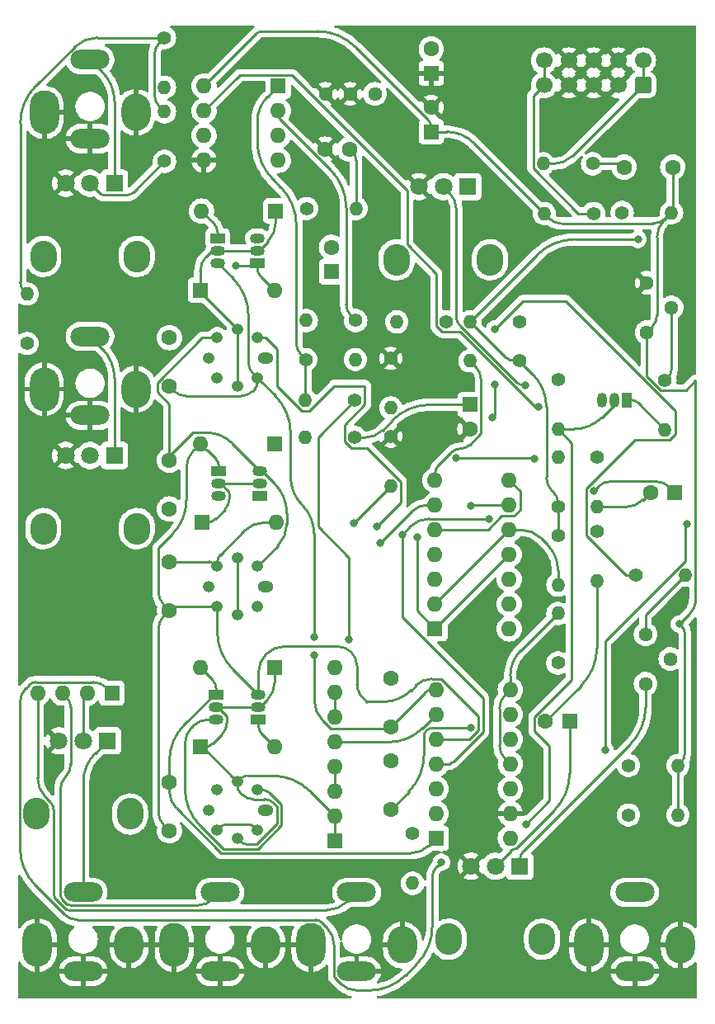
<source format=gbr>
%TF.GenerationSoftware,KiCad,Pcbnew,(7.0.0)*%
%TF.CreationDate,2023-08-02T14:23:00-04:00*%
%TF.ProjectId,Goom,476f6f6d-2e6b-4696-9361-645f70636258,rev?*%
%TF.SameCoordinates,Original*%
%TF.FileFunction,Copper,L2,Bot*%
%TF.FilePolarity,Positive*%
%FSLAX46Y46*%
G04 Gerber Fmt 4.6, Leading zero omitted, Abs format (unit mm)*
G04 Created by KiCad (PCBNEW (7.0.0)) date 2023-08-02 14:23:00*
%MOMM*%
%LPD*%
G01*
G04 APERTURE LIST*
G04 Aperture macros list*
%AMRoundRect*
0 Rectangle with rounded corners*
0 $1 Rounding radius*
0 $2 $3 $4 $5 $6 $7 $8 $9 X,Y pos of 4 corners*
0 Add a 4 corners polygon primitive as box body*
4,1,4,$2,$3,$4,$5,$6,$7,$8,$9,$2,$3,0*
0 Add four circle primitives for the rounded corners*
1,1,$1+$1,$2,$3*
1,1,$1+$1,$4,$5*
1,1,$1+$1,$6,$7*
1,1,$1+$1,$8,$9*
0 Add four rect primitives between the rounded corners*
20,1,$1+$1,$2,$3,$4,$5,0*
20,1,$1+$1,$4,$5,$6,$7,0*
20,1,$1+$1,$6,$7,$8,$9,0*
20,1,$1+$1,$8,$9,$2,$3,0*%
G04 Aperture macros list end*
%TA.AperFunction,ComponentPad*%
%ADD10O,3.000000X4.500000*%
%TD*%
%TA.AperFunction,ComponentPad*%
%ADD11O,3.000000X3.800000*%
%TD*%
%TA.AperFunction,ComponentPad*%
%ADD12O,4.000000X2.000000*%
%TD*%
%TA.AperFunction,ComponentPad*%
%ADD13C,1.600000*%
%TD*%
%TA.AperFunction,ComponentPad*%
%ADD14R,1.600000X1.600000*%
%TD*%
%TA.AperFunction,ComponentPad*%
%ADD15O,2.720000X3.240000*%
%TD*%
%TA.AperFunction,ComponentPad*%
%ADD16R,1.800000X1.800000*%
%TD*%
%TA.AperFunction,ComponentPad*%
%ADD17C,1.800000*%
%TD*%
%TA.AperFunction,ComponentPad*%
%ADD18O,1.600000X1.600000*%
%TD*%
%TA.AperFunction,ComponentPad*%
%ADD19O,1.400000X1.400000*%
%TD*%
%TA.AperFunction,ComponentPad*%
%ADD20C,1.400000*%
%TD*%
%TA.AperFunction,ComponentPad*%
%ADD21R,1.500000X1.050000*%
%TD*%
%TA.AperFunction,ComponentPad*%
%ADD22O,1.500000X1.050000*%
%TD*%
%TA.AperFunction,ComponentPad*%
%ADD23C,1.440000*%
%TD*%
%TA.AperFunction,ComponentPad*%
%ADD24O,1.600000X1.200000*%
%TD*%
%TA.AperFunction,ComponentPad*%
%ADD25O,1.200000X1.200000*%
%TD*%
%TA.AperFunction,ComponentPad*%
%ADD26RoundRect,0.250000X0.600000X-0.600000X0.600000X0.600000X-0.600000X0.600000X-0.600000X-0.600000X0*%
%TD*%
%TA.AperFunction,ComponentPad*%
%ADD27C,1.700000*%
%TD*%
%TA.AperFunction,ComponentPad*%
%ADD28R,1.050000X1.500000*%
%TD*%
%TA.AperFunction,ComponentPad*%
%ADD29O,1.050000X1.500000*%
%TD*%
%TA.AperFunction,ViaPad*%
%ADD30C,0.800000*%
%TD*%
%TA.AperFunction,Conductor*%
%ADD31C,0.250000*%
%TD*%
G04 APERTURE END LIST*
D10*
%TO.P,J6,S*%
%TO.N,GND*%
X80135999Y-130047999D03*
D11*
X89535999Y-130047999D03*
D12*
%TO.P,J6,T*%
%TO.N,Out*%
X84835999Y-124647999D03*
%TO.P,J6,TN*%
%TO.N,GND*%
X84835999Y-132747999D03*
%TD*%
D13*
%TO.P,C11,2*%
%TO.N,Net-(U3A-Q1C)*%
X53703000Y-58460000D03*
D14*
%TO.P,C11,1*%
%TO.N,Net-(C11-Pad1)*%
X53702999Y-60959999D03*
%TD*%
D15*
%TO.P,RV5,*%
%TO.N,*%
X75339999Y-129459999D03*
X65739999Y-129459999D03*
D16*
%TO.P,RV5,1,1*%
%TO.N,Res CW*%
X73039999Y-121959999D03*
D17*
%TO.P,RV5,2,2*%
%TO.N,Res W*%
X70540000Y-121960000D03*
%TO.P,RV5,3,3*%
%TO.N,GND*%
X68040000Y-121960000D03*
%TD*%
D15*
%TO.P,RV1,*%
%TO.N,*%
X33722599Y-59384999D03*
X24122599Y-59384999D03*
D16*
%TO.P,RV1,1,1*%
%TO.N,Net-(J1-PadT)*%
X31422599Y-51884999D03*
D17*
%TO.P,RV1,2,2*%
%TO.N,Signal 1*%
X28922600Y-51885000D03*
%TO.P,RV1,3,3*%
%TO.N,GND*%
X26422600Y-51885000D03*
%TD*%
D10*
%TO.P,J1,S*%
%TO.N,GND*%
X24222599Y-44609999D03*
D11*
X33622599Y-44609999D03*
D12*
%TO.P,J1,T*%
%TO.N,Net-(J1-PadT)*%
X28922599Y-39209999D03*
%TO.P,J1,TN*%
%TO.N,GND*%
X28922599Y-47309999D03*
%TD*%
D15*
%TO.P,RV2,*%
%TO.N,*%
X33722599Y-87319999D03*
X24122599Y-87319999D03*
D16*
%TO.P,RV2,1,1*%
%TO.N,Net-(J2-PadT)*%
X31422599Y-79819999D03*
D17*
%TO.P,RV2,2,2*%
%TO.N,Signal 2*%
X28922600Y-79820000D03*
%TO.P,RV2,3,3*%
%TO.N,GND*%
X26422600Y-79820000D03*
%TD*%
D15*
%TO.P,RV3,*%
%TO.N,*%
X33022599Y-116609999D03*
X23422599Y-116609999D03*
D16*
%TO.P,RV3,1,1*%
%TO.N,Net-(J3-PadT)*%
X30722599Y-109109999D03*
D17*
%TO.P,RV3,2,2*%
%TO.N,CV 1*%
X28222600Y-109110000D03*
%TO.P,RV3,3,3*%
%TO.N,GND*%
X25722600Y-109110000D03*
%TD*%
D10*
%TO.P,J5,S*%
%TO.N,GND*%
X51594299Y-130047999D03*
D11*
X60994299Y-130047999D03*
D12*
%TO.P,J5,T*%
%TO.N,CV 3*%
X56294299Y-124647999D03*
%TO.P,J5,TN*%
%TO.N,GND*%
X56294299Y-132747999D03*
%TD*%
D10*
%TO.P,J4,S*%
%TO.N,GND*%
X37558449Y-130047999D03*
D11*
X46958449Y-130047999D03*
D12*
%TO.P,J4,T*%
%TO.N,CV 2*%
X42258449Y-124647999D03*
%TO.P,J4,TN*%
%TO.N,GND*%
X42258449Y-132747999D03*
%TD*%
D15*
%TO.P,RV4,*%
%TO.N,*%
X69987599Y-59734999D03*
X60387599Y-59734999D03*
D16*
%TO.P,RV4,1,1*%
%TO.N,Freq CW*%
X67687599Y-52234999D03*
D17*
%TO.P,RV4,2,2*%
%TO.N,Freq W*%
X65187600Y-52235000D03*
%TO.P,RV4,3,3*%
%TO.N,GND*%
X62687600Y-52235000D03*
%TD*%
D10*
%TO.P,J3,S*%
%TO.N,GND*%
X23522599Y-130047999D03*
D11*
X32922599Y-130047999D03*
D12*
%TO.P,J3,T*%
%TO.N,Net-(J3-PadT)*%
X28222599Y-124647999D03*
%TO.P,J3,TN*%
%TO.N,GND*%
X28222599Y-132747999D03*
%TD*%
D10*
%TO.P,J2,S*%
%TO.N,GND*%
X24222599Y-73009999D03*
D11*
X33622599Y-73009999D03*
D12*
%TO.P,J2,T*%
%TO.N,Net-(J2-PadT)*%
X28922599Y-67609999D03*
%TO.P,J2,TN*%
%TO.N,GND*%
X28922599Y-75709999D03*
%TD*%
D13*
%TO.P,C13,1*%
%TO.N,-12V*%
X83751200Y-50241200D03*
%TO.P,C13,2*%
%TO.N,+12V*%
X88751200Y-50241200D03*
%TD*%
D14*
%TO.P,U2,1,Q1C*%
%TO.N,P1Eb*%
X64454999Y-119109999D03*
D18*
%TO.P,U2,2,Q1B*%
%TO.N,Net-(U2A-Q1B)*%
X64454999Y-116569999D03*
%TO.P,U2,3,Q1/Q2E*%
%TO.N,Net-(U2A-Q1{slash}Q2E)*%
X64454999Y-114029999D03*
%TO.P,U2,4,Q2B*%
%TO.N,Net-(U2A-Q2B)*%
X64454999Y-111489999D03*
%TO.P,U2,5,Q2C*%
%TO.N,P1Ca*%
X64454999Y-108949999D03*
%TO.P,U2,6,Q3B*%
%TO.N,Net-(RN2-R4.2)*%
X64454999Y-106409999D03*
%TO.P,U2,7,Q3E*%
%TO.N,P3Ca*%
X64454999Y-103869999D03*
%TO.P,U2,8,Q3C*%
%TO.N,+12V*%
X72074999Y-103869999D03*
%TO.P,U2,9,Q4B*%
%TO.N,Net-(RN2-R4.2)*%
X72074999Y-106409999D03*
%TO.P,U2,10,Q4E*%
%TO.N,P3Cb*%
X72074999Y-108949999D03*
%TO.P,U2,11,Q4C*%
%TO.N,+12V*%
X72074999Y-111489999D03*
%TO.P,U2,12,Q5B*%
%TO.N,Net-(Q1-E)*%
X72074999Y-114029999D03*
%TO.P,U2,13,Q5E*%
%TO.N,GND*%
X72074999Y-116569999D03*
%TO.P,U2,14,Q5C*%
%TO.N,Net-(U2D-Q5C)*%
X72074999Y-119109999D03*
%TD*%
D19*
%TO.P,R23,2*%
%TO.N,Net-(U3A-Q1{slash}Q2E)*%
X76954999Y-79989999D03*
D20*
%TO.P,R23,1*%
%TO.N,-12V*%
X76955000Y-85070000D03*
%TD*%
D21*
%TO.P,Q3,1,E*%
%TO.N,P1Ea*%
X46209999Y-106933999D03*
D22*
%TO.P,Q3,2,B*%
%TO.N,P1B*%
X46209999Y-105663999D03*
%TO.P,Q3,3,C*%
%TO.N,P1Ca*%
X46209999Y-104393999D03*
%TD*%
D14*
%TO.P,C12,1*%
%TO.N,GND*%
X63954999Y-40609999D03*
D13*
%TO.P,C12,2*%
%TO.N,-12V*%
X63955000Y-38110000D03*
%TD*%
D20*
%TO.P,R14,1*%
%TO.N,Net-(R14-Pad1)*%
X87955000Y-72110000D03*
D19*
%TO.P,R14,2*%
%TO.N,Net-(Q1-E)*%
X87954999Y-77189999D03*
%TD*%
%TO.P,R9,2*%
%TO.N,Net-(C1-Pad2)*%
X80954999Y-85109999D03*
D20*
%TO.P,R9,1*%
%TO.N,Net-(R8-Pad2)*%
X80955000Y-80030000D03*
%TD*%
%TO.P,R7,1*%
%TO.N,Signal 2*%
X22461000Y-68326000D03*
D19*
%TO.P,R7,2*%
%TO.N,Net-(U1B--)*%
X22460999Y-63245999D03*
%TD*%
D14*
%TO.P,D3,1,K*%
%TO.N,P2B*%
X47871261Y-78612999D03*
D18*
%TO.P,D3,2,A*%
%TO.N,P1Ca*%
X40251261Y-78612999D03*
%TD*%
D14*
%TO.P,U3,1,Q1C*%
%TO.N,Net-(U3A-Q1C)*%
X64334999Y-97609999D03*
D18*
%TO.P,U3,2,Q1B*%
%TO.N,Net-(U3A-Q1B)*%
X64334999Y-95069999D03*
%TO.P,U3,3,Q1/Q2E*%
%TO.N,Net-(U3A-Q1{slash}Q2E)*%
X64334999Y-92529999D03*
%TO.P,U3,4,Q2B*%
%TO.N,Net-(U3A-Q2B)*%
X64334999Y-89989999D03*
%TO.P,U3,5,Q2C*%
%TO.N,Net-(U3A-Q2C)*%
X64334999Y-87449999D03*
%TO.P,U3,6,Q3B*%
%TO.N,Net-(U3B-Q3B)*%
X64334999Y-84909999D03*
%TO.P,U3,7,Q3E*%
%TO.N,Net-(U3A-Q2B)*%
X64334999Y-82369999D03*
%TO.P,U3,8,Q3C*%
%TO.N,Net-(U3A-Q2C)*%
X71954999Y-82369999D03*
%TO.P,U3,9,Q4B*%
%TO.N,Net-(U3C-Q4B)*%
X71954999Y-84909999D03*
%TO.P,U3,10,Q4E*%
%TO.N,Net-(U3A-Q1B)*%
X71954999Y-87449999D03*
%TO.P,U3,11,Q4C*%
%TO.N,Net-(U3A-Q1C)*%
X71954999Y-89989999D03*
%TO.P,U3,12,Q5B*%
%TO.N,unconnected-(U3D-Q5B-Pad12)*%
X71954999Y-92529999D03*
%TO.P,U3,13,Q5E*%
%TO.N,unconnected-(U3D-Q5E-Pad13)*%
X71954999Y-95069999D03*
%TO.P,U3,14,Q5C*%
%TO.N,unconnected-(U3D-Q5C-Pad14)*%
X71954999Y-97609999D03*
%TD*%
D14*
%TO.P,U1,1*%
%TO.N,Net-(R31-Pad1)*%
X48241999Y-41909999D03*
D18*
%TO.P,U1,2,-*%
%TO.N,Net-(U1A--)*%
X48241999Y-44449999D03*
%TO.P,U1,3,+*%
%TO.N,GND*%
X48241999Y-46989999D03*
%TO.P,U1,4,V-*%
%TO.N,-12V*%
X48241999Y-49529999D03*
%TO.P,U1,5,+*%
%TO.N,GND*%
X40621999Y-49529999D03*
%TO.P,U1,6,-*%
%TO.N,Net-(U1B--)*%
X40621999Y-46989999D03*
%TO.P,U1,7*%
%TO.N,Net-(R8-Pad2)*%
X40621999Y-44449999D03*
%TO.P,U1,8,V+*%
%TO.N,+12V*%
X40621999Y-41909999D03*
%TD*%
D20*
%TO.P,R29,1*%
%TO.N,Net-(C10-Pad2)*%
X84201000Y-116713000D03*
D19*
%TO.P,R29,2*%
%TO.N,+12V*%
X89280999Y-116712999D03*
%TD*%
D14*
%TO.P,RN1,1,common*%
%TO.N,Net-(Q1-B)*%
X31162599Y-104209999D03*
D18*
%TO.P,RN1,2,R1*%
%TO.N,CV 1*%
X28622599Y-104209999D03*
%TO.P,RN1,3,R2*%
%TO.N,CV 2*%
X26082599Y-104209999D03*
%TO.P,RN1,4,R3*%
%TO.N,CV 3*%
X23542599Y-104209999D03*
%TD*%
D14*
%TO.P,D6,1,K*%
%TO.N,P3B*%
X40240999Y-62864999D03*
D18*
%TO.P,D6,2,A*%
%TO.N,P2Cb*%
X47860999Y-62864999D03*
%TD*%
D13*
%TO.P,C2,1*%
%TO.N,Net-(Q1-B)*%
X55568000Y-48387000D03*
%TO.P,C2,2*%
%TO.N,GND*%
X53068000Y-48387000D03*
%TD*%
D21*
%TO.P,Q7,1,E*%
%TO.N,P2Cb*%
X46082999Y-60070999D03*
D22*
%TO.P,Q7,2,B*%
%TO.N,P3B*%
X46082999Y-58800999D03*
%TO.P,Q7,3,C*%
%TO.N,P3Cb*%
X46082999Y-57530999D03*
%TD*%
D14*
%TO.P,C10,1*%
%TO.N,Res W*%
X78160112Y-107109999D03*
D13*
%TO.P,C10,2*%
%TO.N,Net-(C10-Pad2)*%
X75660113Y-107110000D03*
%TD*%
D20*
%TO.P,R6,1*%
%TO.N,Signal 1*%
X36566000Y-49626000D03*
D19*
%TO.P,R6,2*%
%TO.N,Net-(U1B--)*%
X36565999Y-44545999D03*
%TD*%
D21*
%TO.P,Q2,1,E*%
%TO.N,P1Eb*%
X41891999Y-104393999D03*
D22*
%TO.P,Q2,2,B*%
%TO.N,P1B*%
X41891999Y-105663999D03*
%TO.P,Q2,3,C*%
%TO.N,P1Cb*%
X41891999Y-106933999D03*
%TD*%
D20*
%TO.P,R10,1*%
%TO.N,Net-(RN2-R1.2)*%
X56116000Y-77978000D03*
D19*
%TO.P,R10,2*%
%TO.N,Net-(U2A-Q2B)*%
X51035999Y-77977999D03*
%TD*%
D20*
%TO.P,R34,1*%
%TO.N,-12V*%
X80525400Y-49885600D03*
D19*
%TO.P,R34,2*%
%TO.N,Net-(J9-Pin_1)*%
X75445399Y-49885599D03*
%TD*%
D20*
%TO.P,R13,1*%
%TO.N,Net-(R13-Pad1)*%
X51163000Y-54483000D03*
D19*
%TO.P,R13,2*%
%TO.N,Net-(Q1-B)*%
X56242999Y-54482999D03*
%TD*%
D21*
%TO.P,Q5,1,E*%
%TO.N,P1Cb*%
X46347261Y-83946999D03*
D22*
%TO.P,Q5,2,B*%
%TO.N,P2B*%
X46347261Y-82676999D03*
%TO.P,Q5,3,C*%
%TO.N,P2Cb*%
X46347261Y-81406999D03*
%TD*%
D20*
%TO.P,R2,1*%
%TO.N,Net-(RN2-R1.2)*%
X84955000Y-92110000D03*
D19*
%TO.P,R2,2*%
%TO.N,Net-(R2-Pad2)*%
X90034999Y-92109999D03*
%TD*%
D20*
%TO.P,R33,1*%
%TO.N,Net-(J9-Pin_10)*%
X80627800Y-54991000D03*
D19*
%TO.P,R33,2*%
%TO.N,+12V*%
X75547799Y-54990999D03*
%TD*%
D23*
%TO.P,T2,1,1*%
%TO.N,GND*%
X86088000Y-62103000D03*
%TO.P,T2,2,2*%
%TO.N,Net-(R14-Pad1)*%
X88628000Y-64643000D03*
%TO.P,T2,3,3*%
%TO.N,+12V*%
X86088000Y-67183000D03*
%TD*%
D24*
%TO.P,U4,1*%
%TO.N,N/C*%
X46969999Y-116204999D03*
D25*
%TO.P,U4,2,Q1B*%
%TO.N,P1Ca*%
X46114751Y-118269751D03*
%TO.P,U4,3,Q1/Q2E*%
%TO.N,P1B*%
X44049999Y-119124999D03*
%TO.P,U4,4,Q1C*%
%TO.N,P1Ca*%
X41985247Y-118269751D03*
%TO.P,U4,5*%
%TO.N,N/C*%
X41129999Y-116204999D03*
%TO.P,U4,6,Q1C*%
%TO.N,P1Eb*%
X41985247Y-114140247D03*
%TO.P,U4,7,Q2B*%
%TO.N,P1B*%
X44049999Y-113284999D03*
%TO.P,U4,8,Q2B*%
%TO.N,P1Cb*%
X46114751Y-114140247D03*
%TD*%
D20*
%TO.P,R31,1*%
%TO.N,Net-(R31-Pad1)*%
X51081000Y-69978000D03*
D19*
%TO.P,R31,2*%
%TO.N,Net-(U1A--)*%
X56160999Y-69977999D03*
%TD*%
D20*
%TO.P,R12,1*%
%TO.N,Net-(Q1-C)*%
X73035000Y-66110000D03*
D19*
%TO.P,R12,2*%
%TO.N,-12V*%
X67954999Y-66109999D03*
%TD*%
D20*
%TO.P,R26,1*%
%TO.N,GND*%
X65495000Y-66110000D03*
D19*
%TO.P,R26,2*%
%TO.N,Net-(U3B-Q3B)*%
X60414999Y-66109999D03*
%TD*%
D20*
%TO.P,R22,1*%
%TO.N,-12V*%
X72995000Y-70110000D03*
D19*
%TO.P,R22,2*%
%TO.N,Net-(U3A-Q2B)*%
X67914999Y-70109999D03*
%TD*%
D13*
%TO.P,C7,1*%
%TO.N,P3Ca*%
X37066000Y-72731000D03*
%TO.P,C7,2*%
%TO.N,P3Cb*%
X37066000Y-67731000D03*
%TD*%
D14*
%TO.P,C1,1*%
%TO.N,Net-(U2A-Q2B)*%
X88954999Y-83609999D03*
D13*
%TO.P,C1,2*%
%TO.N,Net-(C1-Pad2)*%
X86455000Y-83610000D03*
%TD*%
D20*
%TO.P,R25,1*%
%TO.N,GND*%
X59799000Y-69850000D03*
D19*
%TO.P,R25,2*%
%TO.N,Net-(U3C-Q4B)*%
X59798999Y-74929999D03*
%TD*%
D24*
%TO.P,U5,1*%
%TO.N,N/C*%
X46969999Y-93250751D03*
D25*
%TO.P,U5,2,Q1B*%
%TO.N,P2Ca*%
X46114751Y-95315503D03*
%TO.P,U5,3,Q1/Q2E*%
%TO.N,P2B*%
X44049999Y-96170751D03*
%TO.P,U5,4,Q1C*%
%TO.N,P1Ca*%
X41985247Y-95315503D03*
%TO.P,U5,5*%
%TO.N,N/C*%
X41129999Y-93250751D03*
%TO.P,U5,6,Q1C*%
%TO.N,P1Cb*%
X41985247Y-91185999D03*
%TO.P,U5,7,Q2B*%
%TO.N,P2B*%
X44049999Y-90330751D03*
%TO.P,U5,8,Q2B*%
%TO.N,P2Cb*%
X46114751Y-91185999D03*
%TD*%
D13*
%TO.P,C4,1*%
%TO.N,P1Ca*%
X37066000Y-118324000D03*
%TO.P,C4,2*%
%TO.N,P1Eb*%
X37066000Y-113324000D03*
%TD*%
D20*
%TO.P,R16,1*%
%TO.N,GND*%
X59799000Y-77850000D03*
D19*
%TO.P,R16,2*%
%TO.N,Net-(RN2-R1.2)*%
X59798999Y-82929999D03*
%TD*%
D14*
%TO.P,RN2,1,R1.1*%
%TO.N,P1B*%
X54083999Y-119389999D03*
D18*
%TO.P,RN2,2,R2.1*%
X54083999Y-116849999D03*
%TO.P,RN2,3,R3.1*%
%TO.N,P3B*%
X54083999Y-114309999D03*
%TO.P,RN2,4,R4.1*%
X54083999Y-111769999D03*
%TO.P,RN2,5,R4.2*%
%TO.N,Net-(RN2-R4.2)*%
X54083999Y-109229999D03*
%TO.P,RN2,6,R3.2*%
%TO.N,P2B*%
X54083999Y-106689999D03*
%TO.P,RN2,7,R2.2*%
X54083999Y-104149999D03*
%TO.P,RN2,8,R1.2*%
%TO.N,Net-(RN2-R1.2)*%
X54083999Y-101609999D03*
%TD*%
D20*
%TO.P,R28,1*%
%TO.N,Net-(U3A-Q1C)*%
X80955000Y-87570000D03*
D19*
%TO.P,R28,2*%
%TO.N,Net-(C10-Pad2)*%
X80954999Y-92649999D03*
%TD*%
D20*
%TO.P,R30,1*%
%TO.N,Net-(U1A--)*%
X56201000Y-65978000D03*
D19*
%TO.P,R30,2*%
%TO.N,Net-(C11-Pad1)*%
X51120999Y-65977999D03*
%TD*%
D26*
%TO.P,J9,1,Pin_1*%
%TO.N,Net-(J9-Pin_1)*%
X85681600Y-41833800D03*
D27*
%TO.P,J9,2,Pin_2*%
X85681600Y-39293800D03*
%TO.P,J9,3,Pin_3*%
%TO.N,GND*%
X83141600Y-41833800D03*
%TO.P,J9,4,Pin_4*%
X83141600Y-39293800D03*
%TO.P,J9,5,Pin_5*%
X80601600Y-41833800D03*
%TO.P,J9,6,Pin_6*%
X80601600Y-39293800D03*
%TO.P,J9,7,Pin_7*%
X78061600Y-41833800D03*
%TO.P,J9,8,Pin_8*%
X78061600Y-39293800D03*
%TO.P,J9,9,Pin_9*%
%TO.N,Net-(J9-Pin_10)*%
X75521600Y-41833800D03*
%TO.P,J9,10,Pin_10*%
X75521600Y-39293800D03*
%TD*%
D14*
%TO.P,D2,1,K*%
%TO.N,P1B*%
X40240999Y-109727999D03*
D18*
%TO.P,D2,2,A*%
%TO.N,P1Ea*%
X47860999Y-109727999D03*
%TD*%
D28*
%TO.P,Q1,1,E*%
%TO.N,Net-(Q1-E)*%
X83994999Y-74109999D03*
D29*
%TO.P,Q1,2,B*%
%TO.N,Net-(Q1-B)*%
X82724999Y-74109999D03*
%TO.P,Q1,3,C*%
%TO.N,Net-(Q1-C)*%
X81454999Y-74109999D03*
%TD*%
D23*
%TO.P,T3,1,1*%
%TO.N,Net-(R2-Pad2)*%
X85955000Y-98171000D03*
%TO.P,T3,2,2*%
%TO.N,Net-(U2A-Q1B)*%
X88495000Y-100711000D03*
%TO.P,T3,3,3*%
%TO.N,Res CW*%
X85955000Y-103251000D03*
%TD*%
D24*
%TO.P,U6,1*%
%TO.N,N/C*%
X46969999Y-69817247D03*
D25*
%TO.P,U6,2,Q1B*%
%TO.N,P3Ca*%
X46114751Y-71881999D03*
%TO.P,U6,3,Q1/Q2E*%
%TO.N,P3B*%
X44049999Y-72737247D03*
%TO.P,U6,4,Q1C*%
%TO.N,P2Ca*%
X41985247Y-71881999D03*
%TO.P,U6,5*%
%TO.N,N/C*%
X41129999Y-69817247D03*
%TO.P,U6,6,Q1C*%
%TO.N,P2Cb*%
X41985247Y-67752495D03*
%TO.P,U6,7,Q2B*%
%TO.N,P3B*%
X44049999Y-66897247D03*
%TO.P,U6,8,Q2B*%
%TO.N,P3Cb*%
X46114751Y-67752495D03*
%TD*%
D13*
%TO.P,C5,1*%
%TO.N,P1Ca*%
X37066000Y-95718000D03*
%TO.P,C5,2*%
%TO.N,P1Cb*%
X37066000Y-90718000D03*
%TD*%
D21*
%TO.P,Q6,1,E*%
%TO.N,P2Ca*%
X42010737Y-57530999D03*
D22*
%TO.P,Q6,2,B*%
%TO.N,P3B*%
X42010737Y-58800999D03*
%TO.P,Q6,3,C*%
%TO.N,P3Ca*%
X42010737Y-60070999D03*
%TD*%
D20*
%TO.P,R5,1*%
%TO.N,Freq W*%
X76955000Y-72030000D03*
D19*
%TO.P,R5,2*%
%TO.N,Net-(Q1-B)*%
X76954999Y-77109999D03*
%TD*%
D20*
%TO.P,R32,1*%
%TO.N,Out*%
X56116000Y-74178000D03*
D19*
%TO.P,R32,2*%
%TO.N,Net-(R31-Pad1)*%
X51035999Y-74177999D03*
%TD*%
D14*
%TO.P,D4,1,K*%
%TO.N,P2B*%
X40378261Y-86711999D03*
D18*
%TO.P,D4,2,A*%
%TO.N,P1Cb*%
X47998261Y-86711999D03*
%TD*%
D13*
%TO.P,C8,1*%
%TO.N,P3Cb*%
X59799000Y-116165000D03*
%TO.P,C8,2*%
%TO.N,Net-(U3B-Q3B)*%
X59799000Y-111165000D03*
%TD*%
D14*
%TO.P,C14,1*%
%TO.N,+12V*%
X63954999Y-46609999D03*
D13*
%TO.P,C14,2*%
%TO.N,GND*%
X63955000Y-44110000D03*
%TD*%
D21*
%TO.P,Q4,1,E*%
%TO.N,P1Ca*%
X42147999Y-81406999D03*
D22*
%TO.P,Q4,2,B*%
%TO.N,P2B*%
X42147999Y-82676999D03*
%TO.P,Q4,3,C*%
%TO.N,P2Ca*%
X42147999Y-83946999D03*
%TD*%
D23*
%TO.P,T1,1,1*%
%TO.N,GND*%
X53083000Y-42727000D03*
%TO.P,T1,2,2*%
X55623000Y-42727000D03*
%TO.P,T1,3,3*%
%TO.N,Net-(R13-Pad1)*%
X58163000Y-42727000D03*
%TD*%
D20*
%TO.P,R1,1*%
%TO.N,Freq CW*%
X83548000Y-54889400D03*
D19*
%TO.P,R1,2*%
%TO.N,+12V*%
X88627999Y-54889399D03*
%TD*%
D14*
%TO.P,C3,1*%
%TO.N,Net-(RN2-R1.2)*%
X67926999Y-74609999D03*
D13*
%TO.P,C3,2*%
%TO.N,GND*%
X67927000Y-77110000D03*
%TD*%
D14*
%TO.P,D5,1,K*%
%TO.N,P3B*%
X47987999Y-54736999D03*
D18*
%TO.P,D5,2,A*%
%TO.N,P2Ca*%
X40367999Y-54736999D03*
%TD*%
D14*
%TO.P,D1,1,K*%
%TO.N,P1B*%
X47860999Y-101599999D03*
D18*
%TO.P,D1,2,A*%
%TO.N,P1Eb*%
X40240999Y-101599999D03*
%TD*%
D13*
%TO.P,C9,1*%
%TO.N,P3Ca*%
X59799000Y-107656000D03*
%TO.P,C9,2*%
%TO.N,Net-(U3C-Q4B)*%
X59799000Y-102656000D03*
%TD*%
D20*
%TO.P,R8,1*%
%TO.N,Net-(U1B--)*%
X36566000Y-36957000D03*
D19*
%TO.P,R8,2*%
%TO.N,Net-(R8-Pad2)*%
X36565999Y-42036999D03*
%TD*%
D20*
%TO.P,R24,1*%
%TO.N,-12V*%
X76955000Y-88030000D03*
D19*
%TO.P,R24,2*%
%TO.N,Net-(U3A-Q1B)*%
X76954999Y-93109999D03*
%TD*%
D20*
%TO.P,R21,1*%
%TO.N,Net-(RN2-R4.2)*%
X84201000Y-111633000D03*
D19*
%TO.P,R21,2*%
%TO.N,+12V*%
X89280999Y-111632999D03*
%TD*%
D20*
%TO.P,R27,1*%
%TO.N,Net-(U3A-Q2C)*%
X76955000Y-101110000D03*
D19*
%TO.P,R27,2*%
%TO.N,+12V*%
X76954999Y-96029999D03*
%TD*%
D20*
%TO.P,R11,1*%
%TO.N,Net-(U2A-Q1{slash}Q2E)*%
X62040000Y-118640000D03*
D19*
%TO.P,R11,2*%
%TO.N,Net-(U2D-Q5C)*%
X62039999Y-123719999D03*
%TD*%
D13*
%TO.P,C6,1*%
%TO.N,P2Ca*%
X37066000Y-85304000D03*
%TO.P,C6,2*%
%TO.N,P2Cb*%
X37066000Y-80304000D03*
%TD*%
D30*
%TO.N,Net-(Q1-E)*%
X81800000Y-110060000D03*
%TO.N,Net-(RN2-R1.2)*%
X70230000Y-75900000D03*
X70470000Y-72560000D03*
X70470000Y-66840000D03*
%TO.N,Net-(U3A-Q1C)*%
X62500000Y-88190000D03*
%TO.N,P3Cb*%
X58380000Y-87100000D03*
%TO.N,Out*%
X55480000Y-98670000D03*
%TO.N,Net-(Q1-E)*%
X90230000Y-86860000D03*
%TO.N,Net-(Q1-B)*%
X73670000Y-117650000D03*
X64980000Y-121550000D03*
%TO.N,Net-(U2A-Q2B)*%
X69880000Y-86325000D03*
X60980000Y-87940000D03*
X80620000Y-83500000D03*
%TO.N,Net-(U3B-Q3B)*%
X58720000Y-88820000D03*
%TO.N,Net-(U3C-Q4B)*%
X68010000Y-85000000D03*
%TO.N,-12V*%
X85180000Y-57650000D03*
%TO.N,+12V*%
X89430000Y-97120000D03*
%TO.N,Net-(R8-Pad2)*%
X74990000Y-74840000D03*
%TO.N,Net-(U3A-Q1{slash}Q2E)*%
X74570000Y-80140000D03*
X66480000Y-80070000D03*
%TO.N,Freq W*%
X73610000Y-72610000D03*
%TO.N,P2Cb*%
X43880000Y-60360000D03*
%TO.N,P3Ca*%
X51910000Y-98430000D03*
X51960000Y-100290000D03*
%TO.N,P3Cb*%
X67990000Y-107790000D03*
%TO.N,Net-(RN2-R1.2)*%
X55979500Y-86749500D03*
%TD*%
D31*
%TO.N,Net-(Q1-E)*%
X90030000Y-90665431D02*
X90030000Y-89720000D01*
X81800000Y-110060000D02*
X81800000Y-98895431D01*
X81800000Y-98895431D02*
X90030000Y-90665431D01*
%TO.N,Net-(RN2-R1.2)*%
X70470000Y-75660000D02*
X70230000Y-75900000D01*
X70470000Y-72560000D02*
X70470000Y-75660000D01*
X73330000Y-63980000D02*
X70470000Y-66840000D01*
X77739035Y-63980000D02*
X73330000Y-63980000D01*
X88980000Y-75220965D02*
X77739035Y-63980000D01*
X88980000Y-77620000D02*
X88980000Y-75220965D01*
X88385000Y-78215000D02*
X88980000Y-77620000D01*
X84865000Y-78215000D02*
X88385000Y-78215000D01*
X79895000Y-88039949D02*
X79895000Y-83185000D01*
X83965051Y-92110000D02*
X79895000Y-88039949D01*
X79895000Y-83185000D02*
X84865000Y-78215000D01*
X84955000Y-92110000D02*
X83965051Y-92110000D01*
%TO.N,Net-(U3A-Q2C)*%
X73080000Y-83495000D02*
X71955000Y-82370000D01*
X71195305Y-86035000D02*
X72425000Y-86035000D01*
X72425000Y-86035000D02*
X73080000Y-85380000D01*
X69780305Y-87450000D02*
X71195305Y-86035000D01*
X73080000Y-85380000D02*
X73080000Y-83495000D01*
X64335000Y-87450000D02*
X69780305Y-87450000D01*
%TO.N,Net-(U3A-Q1C)*%
X62500000Y-95775000D02*
X62500000Y-88190000D01*
X64335000Y-97610000D02*
X62500000Y-95775000D01*
%TO.N,P3Cb*%
X46922496Y-67752496D02*
X46114752Y-67752496D01*
X48095000Y-68925000D02*
X46922496Y-67752496D01*
X48095000Y-72705000D02*
X48095000Y-68925000D01*
X50663512Y-75273512D02*
X48095000Y-72705000D01*
X53983569Y-72680000D02*
X51390057Y-75273512D01*
X57130000Y-72680000D02*
X53983569Y-72680000D01*
X57141000Y-72691000D02*
X57130000Y-72680000D01*
X57141000Y-74609000D02*
X57141000Y-72691000D01*
X55091000Y-76659000D02*
X57141000Y-74609000D01*
X55091000Y-78402569D02*
X55091000Y-76659000D01*
X55718431Y-79030000D02*
X55091000Y-78402569D01*
X57348569Y-79030000D02*
X55718431Y-79030000D01*
X60824000Y-82505431D02*
X57348569Y-79030000D01*
X60824000Y-84656000D02*
X60824000Y-82505431D01*
X58380000Y-87100000D02*
X60824000Y-84656000D01*
X51390057Y-75273512D02*
X50663512Y-75273512D01*
%TO.N,Out*%
X55480000Y-90298244D02*
X55480000Y-98670000D01*
X52318781Y-87137025D02*
X55480000Y-90298244D01*
X52318781Y-77975219D02*
X52318781Y-87137025D01*
X56116000Y-74178000D02*
X52318781Y-77975219D01*
%TO.N,Net-(R8-Pad2)*%
X74599035Y-74840000D02*
X74990000Y-74840000D01*
X66894035Y-67135000D02*
X74599035Y-74840000D01*
X65070431Y-67135000D02*
X66894035Y-67135000D01*
X64470000Y-66534569D02*
X65070431Y-67135000D01*
X64470000Y-61174450D02*
X64470000Y-66534569D01*
X61462600Y-58167050D02*
X64470000Y-61174450D01*
X61462600Y-52622600D02*
X61462600Y-58167050D01*
X49625000Y-40785000D02*
X61462600Y-52622600D01*
X40622000Y-44450000D02*
X44287000Y-40785000D01*
X44287000Y-40785000D02*
X49625000Y-40785000D01*
%TO.N,Net-(J9-Pin_10)*%
X79061000Y-54991000D02*
X80627800Y-54991000D01*
X74420400Y-50350400D02*
X79061000Y-54991000D01*
X74420400Y-42935000D02*
X74420400Y-50350400D01*
X75521600Y-41833800D02*
X74420400Y-42935000D01*
%TO.N,P2B*%
X43223000Y-84243984D02*
X43222994Y-83732501D01*
%TO.N,P1B*%
X42967000Y-107230984D02*
X42966993Y-106581911D01*
%TO.N,P1Ca*%
X67855304Y-108950000D02*
X64455000Y-108950000D01*
X68770000Y-108035304D02*
X67855304Y-108950000D01*
X68770000Y-106570000D02*
X68770000Y-108035304D01*
X64955978Y-102755978D02*
X68770000Y-106570000D01*
X64000000Y-102745000D02*
X64929475Y-102745000D01*
X61886726Y-103913273D02*
X62386783Y-103413215D01*
X58862399Y-105077601D02*
X59265577Y-105077601D01*
X64955994Y-102755961D02*
G75*
G03*
X64929475Y-102745000I-26494J-26539D01*
G01*
X58850000Y-105090000D02*
X58862399Y-105077601D01*
X64000000Y-102744990D02*
G75*
G03*
X62386784Y-103413216I0J-2281410D01*
G01*
X57412443Y-105088156D02*
X58848156Y-105088156D01*
X59265576Y-105077583D02*
G75*
G03*
X61886725Y-103913272I-205976J3996283D01*
G01*
X57405000Y-105095000D02*
G75*
G03*
X57412443Y-105088156I-234600J262600D01*
G01*
X58848156Y-105088156D02*
X58850000Y-105090000D01*
X57378065Y-105100659D02*
G75*
G03*
X57405000Y-105095000I10835J15359D01*
G01*
X57365103Y-105105103D02*
X57385103Y-105105103D01*
X56490000Y-104230000D02*
X57365103Y-105105103D01*
X56490000Y-103975793D02*
X56490000Y-104230000D01*
X48926006Y-99410000D02*
X54320001Y-99410000D01*
X46210000Y-104394000D02*
X46210000Y-102126006D01*
X56320000Y-101409998D02*
X56320000Y-103283395D01*
X56430858Y-103916651D02*
X56490000Y-103975793D01*
X56319987Y-103283395D02*
G75*
G03*
X56430858Y-103916651I1928413J11295D01*
G01*
X48926006Y-99410003D02*
G75*
G03*
X47005500Y-100205500I-6J-2715997D01*
G01*
X56320000Y-101409998D02*
G75*
G03*
X54320001Y-99410000I-2000000J-2D01*
G01*
X47005498Y-100205498D02*
G75*
G03*
X46210000Y-102126006I1920502J-1920502D01*
G01*
%TO.N,P3Ca*%
X52789004Y-106985995D02*
X53618009Y-107815000D01*
%TO.N,P2Cb*%
X40955131Y-77488000D02*
X39482011Y-77487987D01*
X40453512Y-67752496D02*
X41985248Y-67752496D01*
X35830000Y-72376008D02*
X40453512Y-67752496D01*
X35830000Y-73298610D02*
X35830000Y-72376008D01*
X37066000Y-74534610D02*
X35830000Y-73298610D01*
X37066000Y-80304000D02*
X37066000Y-74534610D01*
%TO.N,P1B*%
X47734074Y-115460926D02*
X48095000Y-115821852D01*
%TO.N,P1Cb*%
X48545000Y-116692727D02*
X48545011Y-115635467D01*
X48545000Y-116709752D02*
X48544978Y-117784067D01*
%TO.N,P1Ca*%
X37375500Y-87894500D02*
X35941000Y-89329000D01*
%TO.N,CV 3*%
X24376300Y-114920750D02*
X24858973Y-115403411D01*
%TO.N,CV 2*%
X41587450Y-125319000D02*
X42258450Y-124648000D01*
X25879958Y-124931145D02*
G75*
G03*
X26055426Y-125354657I598942J45D01*
G01*
X26413796Y-112782400D02*
G75*
G03*
X25880000Y-114071111I1288704J-1288700D01*
G01*
X39967512Y-125990019D02*
G75*
G03*
X41587449Y-125318999I-12J2290919D01*
G01*
X25880000Y-124931145D02*
X25880000Y-114071111D01*
X39967512Y-125990000D02*
X26895780Y-125990000D01*
X26545820Y-125845015D02*
G75*
G03*
X26895780Y-125990000I349980J349915D01*
G01*
X26545801Y-125845034D02*
X26055425Y-125354658D01*
X26413800Y-112782404D02*
G75*
G03*
X26947600Y-111493696I-1288700J1288704D01*
G01*
X26947600Y-111493696D02*
X26947600Y-105686647D01*
X26947551Y-105686647D02*
G75*
G03*
X26515100Y-104642500I-1476651J47D01*
G01*
X26515100Y-104642500D02*
X26082600Y-104210000D01*
%TO.N,CV 3*%
X25370033Y-125305662D02*
X26429475Y-126365104D01*
%TO.N,Net-(U2A-Q2B)*%
X65837905Y-111490000D02*
X64455000Y-111490000D01*
X66248727Y-111210588D02*
X65980809Y-111347096D01*
X69260000Y-104712656D02*
X69260000Y-108199315D01*
X69260000Y-108199315D02*
X66248727Y-111210588D01*
X60980000Y-96432656D02*
X69260000Y-104712656D01*
X65980809Y-111347096D02*
X65837905Y-111490000D01*
X60980000Y-87940000D02*
X60980000Y-96432656D01*
%TO.N,Net-(Q1-B)*%
X53211150Y-128231150D02*
X52726435Y-127746435D01*
X22346300Y-103693700D02*
X22680047Y-103359953D01*
X54659650Y-134029650D02*
X54048113Y-133418113D01*
X76106207Y-115213792D02*
X73670000Y-117650000D01*
X76106207Y-109636207D02*
X76106207Y-115213792D01*
X74535113Y-106644009D02*
X74535113Y-108065113D01*
X78363232Y-102815890D02*
X74535113Y-106644009D01*
X74535113Y-108065113D02*
X76106207Y-109636207D01*
X78363232Y-78518232D02*
X78363232Y-102815890D01*
X76955000Y-77110000D02*
X78363232Y-78518232D01*
%TO.N,Net-(Q1-E)*%
X85186126Y-74421126D02*
X87955000Y-77190000D01*
X90030000Y-89720000D02*
X90030000Y-87201421D01*
X90130000Y-86960000D02*
X90230000Y-86860000D01*
X84435000Y-74110000D02*
X83995000Y-74110000D01*
X90129994Y-86959994D02*
G75*
G03*
X90030000Y-87201421I241406J-241406D01*
G01*
X85186136Y-74421116D02*
G75*
G03*
X84435000Y-74110000I-751136J-751184D01*
G01*
%TO.N,Net-(Q1-B)*%
X56243000Y-49539297D02*
X56243000Y-54483000D01*
X64517500Y-122012500D02*
X64980000Y-121550000D01*
X23343844Y-103085000D02*
X29242104Y-103085000D01*
X57551475Y-134720000D02*
X56326302Y-134720000D01*
X81448797Y-75936202D02*
X82725000Y-74660000D01*
X26306294Y-126926294D02*
X23331392Y-123951392D01*
X78615000Y-77110000D02*
X76955000Y-77110000D01*
X30600100Y-103647500D02*
X31162600Y-104210000D01*
X55905500Y-48724500D02*
X55568000Y-48387000D01*
X52066305Y-127473000D02*
X27626160Y-127473000D01*
X53969300Y-133227841D02*
X53969300Y-130061486D01*
X61309627Y-133163322D02*
X62461206Y-132011742D01*
X21737600Y-120103636D02*
X21737600Y-105163231D01*
X64055000Y-128163986D02*
X64055000Y-123129073D01*
X53969276Y-133227841D02*
G75*
G03*
X54048114Y-133418112I269124J41D01*
G01*
X21737603Y-120103636D02*
G75*
G03*
X23331392Y-123951392I5441547J-4D01*
G01*
X56243001Y-49539297D02*
G75*
G03*
X55905500Y-48724500I-1152301J-3D01*
G01*
X23343844Y-103085046D02*
G75*
G03*
X22680048Y-103359954I-44J-938754D01*
G01*
X52726440Y-127746430D02*
G75*
G03*
X52066305Y-127473000I-660140J-660170D01*
G01*
X54659649Y-134029651D02*
G75*
G03*
X56326302Y-134720000I1666651J1666651D01*
G01*
X62461224Y-132011760D02*
G75*
G03*
X64055000Y-128163986I-3847824J3847760D01*
G01*
X30600099Y-103647501D02*
G75*
G03*
X29242104Y-103085000I-1357999J-1357999D01*
G01*
X57551475Y-134719990D02*
G75*
G03*
X61309627Y-133163322I25J5314790D01*
G01*
X78615000Y-77109997D02*
G75*
G03*
X81448797Y-75936202I0J4007597D01*
G01*
X53969305Y-130061486D02*
G75*
G03*
X53211149Y-128231151I-2588505J-14D01*
G01*
X64517508Y-122012508D02*
G75*
G03*
X64055000Y-123129073I1116592J-1116592D01*
G01*
X22346291Y-103693691D02*
G75*
G03*
X21737600Y-105163231I1469509J-1469509D01*
G01*
X26306308Y-126926280D02*
G75*
G03*
X27626160Y-127473000I1319892J1319880D01*
G01*
%TO.N,Net-(U2A-Q2B)*%
X87034504Y-82485000D02*
X82352713Y-82485000D01*
X69880000Y-86325000D02*
X63736977Y-86325000D01*
X80620000Y-83500000D02*
X81127500Y-82992500D01*
X60980000Y-87940000D02*
X61787500Y-87132500D01*
X88392500Y-83047500D02*
X88955000Y-83610000D01*
X88392499Y-83047501D02*
G75*
G03*
X87034504Y-82485000I-1357999J-1357999D01*
G01*
X63736977Y-86324991D02*
G75*
G03*
X61787500Y-87132500I23J-2757009D01*
G01*
X82352713Y-82485006D02*
G75*
G03*
X81127500Y-82992500I-13J-1732694D01*
G01*
%TO.N,Net-(C1-Pad2)*%
X85705000Y-84360000D02*
X86455000Y-83610000D01*
X83894339Y-85110000D02*
X80955000Y-85110000D01*
X83894339Y-85110016D02*
G75*
G03*
X85705000Y-84360000I-39J2560716D01*
G01*
%TO.N,Net-(U3B-Q3B)*%
X63489847Y-84910000D02*
X64335000Y-84910000D01*
X58739890Y-88814804D02*
X62047081Y-85507613D01*
X58727347Y-88820000D02*
X58720000Y-88820000D01*
X58727347Y-88820044D02*
G75*
G03*
X58739890Y-88814804I-47J17744D01*
G01*
X63489847Y-84910040D02*
G75*
G03*
X62047082Y-85507614I-47J-2040360D01*
G01*
%TO.N,Net-(U3C-Q4B)*%
X68010000Y-85000000D02*
X68055000Y-84955000D01*
X68163639Y-84910000D02*
X71955000Y-84910000D01*
X68163639Y-84910017D02*
G75*
G03*
X68055000Y-84955000I-39J-153583D01*
G01*
%TO.N,Net-(C10-Pad2)*%
X80955000Y-99561149D02*
X80955000Y-92650000D01*
X79361207Y-103408905D02*
X75660113Y-107110000D01*
X79361193Y-103408891D02*
G75*
G03*
X80955000Y-99561149I-3847793J3847791D01*
G01*
%TO.N,Net-(U3A-Q1C)*%
X64335000Y-97610000D02*
X71955000Y-89990000D01*
%TO.N,-12V*%
X74821207Y-59243792D02*
X67955000Y-66110000D01*
X76955000Y-85317487D02*
X76955000Y-88030000D01*
X76955000Y-84575025D02*
X76955000Y-84822512D01*
X67955000Y-66110000D02*
X71587304Y-69742304D01*
X76955000Y-84822512D02*
X76955000Y-85317487D01*
X80525400Y-49885600D02*
X83395600Y-49885600D01*
X78668963Y-57650000D02*
X85180000Y-57650000D01*
X75770000Y-74847221D02*
X75770000Y-82057129D01*
X74382500Y-71497500D02*
X73362695Y-70477695D01*
X76362500Y-83487551D02*
X76605000Y-83730051D01*
X78668963Y-57649960D02*
G75*
G03*
X74821208Y-59243793I37J-5441540D01*
G01*
X75769973Y-82057129D02*
G75*
G03*
X76362500Y-83487551I2022927J29D01*
G01*
X73362697Y-70477693D02*
G75*
G03*
X72475000Y-70110000I-887697J-887707D01*
G01*
X76954974Y-84575025D02*
G75*
G03*
X76605000Y-83730051I-1194974J25D01*
G01*
X71587302Y-69742306D02*
G75*
G03*
X72475000Y-70110000I887698J887706D01*
G01*
X75769991Y-74847221D02*
G75*
G03*
X74382500Y-71497500I-4737191J21D01*
G01*
%TO.N,+12V*%
X89981000Y-98060615D02*
X89981000Y-110438025D01*
X89281000Y-112127974D02*
X89281000Y-116713000D01*
X90850306Y-95403141D02*
X90953453Y-95108368D01*
X63955000Y-46155495D02*
X63955000Y-46382747D01*
X91060000Y-72155000D02*
X90080000Y-73135000D01*
X70950000Y-105790495D02*
X70950000Y-109569504D01*
X73121518Y-99863481D02*
X76955000Y-96030000D01*
X87530431Y-73135000D02*
X86088000Y-71692569D01*
X91022947Y-94803899D02*
X91057915Y-94493564D01*
X46511509Y-36300000D02*
X52300045Y-36300000D01*
X76060300Y-55503500D02*
X75547800Y-54991000D01*
X72075000Y-103074504D02*
X72075000Y-102390000D01*
X86088000Y-71692569D02*
X86088000Y-67183000D01*
X91060000Y-94337415D02*
X91060000Y-72155000D01*
X90953453Y-95108368D02*
X91022947Y-94803899D01*
X90714804Y-95684512D02*
X90850306Y-95403141D01*
X87133000Y-65399073D02*
X87133000Y-57441524D01*
X90245000Y-96305000D02*
X90353936Y-96193107D01*
X88751200Y-50241200D02*
X88751200Y-54766200D01*
X90353936Y-96193107D02*
X90548651Y-95948942D01*
X65560900Y-46610000D02*
X64182252Y-46610000D01*
X74522800Y-53966000D02*
X68302342Y-47745542D01*
X90080000Y-73135000D02*
X87530431Y-73135000D01*
X63633616Y-45379607D02*
X56147801Y-37893792D01*
X89430000Y-97120000D02*
X90245000Y-96305000D01*
X91057915Y-94493564D02*
X91060000Y-94337415D01*
X88064700Y-55452700D02*
X87880500Y-55636900D01*
X90548651Y-95948942D02*
X90714804Y-95684512D01*
X71512500Y-110927500D02*
X72075000Y-111490000D01*
X89430000Y-97120000D02*
X89705500Y-97395500D01*
X40622000Y-41910000D02*
X46034355Y-36497644D01*
X86610500Y-66660500D02*
X86088000Y-67183000D01*
X77297584Y-56016000D02*
X86704773Y-56016000D01*
X74522800Y-53966000D02*
X75547800Y-54991000D01*
X63955000Y-46382747D02*
G75*
G03*
X64182252Y-46610000I227300J47D01*
G01*
X89630993Y-111282993D02*
G75*
G03*
X89981000Y-110438025I-844993J844993D01*
G01*
X87880493Y-55636893D02*
G75*
G03*
X87133000Y-57441524I1804607J-1804607D01*
G01*
X89980993Y-98060615D02*
G75*
G03*
X89705500Y-97395500I-940593J15D01*
G01*
X68302345Y-47745539D02*
G75*
G03*
X65560900Y-46610000I-2741445J-2741461D01*
G01*
X56147818Y-37893775D02*
G75*
G03*
X52300045Y-36300000I-3847718J-3847725D01*
G01*
X63954994Y-46155495D02*
G75*
G03*
X63633616Y-45379607I-1097294J-5D01*
G01*
X86610508Y-66660508D02*
G75*
G03*
X87133000Y-65399073I-1261408J1261408D01*
G01*
X86704773Y-56015989D02*
G75*
G03*
X88064700Y-55452700I27J1923189D01*
G01*
X46511509Y-36300008D02*
G75*
G03*
X46034356Y-36497645I-9J-674792D01*
G01*
X76060305Y-55503495D02*
G75*
G03*
X77297584Y-56016000I1237295J1237295D01*
G01*
X70949998Y-109569504D02*
G75*
G03*
X71512500Y-110927500I1920502J4D01*
G01*
X71512499Y-104432499D02*
G75*
G03*
X72075000Y-103074504I-1357999J1357999D01*
G01*
X71512501Y-104432501D02*
G75*
G03*
X70950000Y-105790495I1357999J-1357999D01*
G01*
X89631007Y-111283007D02*
G75*
G03*
X89281000Y-112127974I844993J-844993D01*
G01*
X73121526Y-99863489D02*
G75*
G03*
X72075000Y-102390000I2526474J-2526511D01*
G01*
%TO.N,Net-(J1-PadT)*%
X30172600Y-40460000D02*
X28922600Y-39210000D01*
X31422600Y-43477766D02*
X31422600Y-51885000D01*
X31422601Y-43477766D02*
G75*
G03*
X30172600Y-40460000I-4267771J-4D01*
G01*
%TO.N,Net-(J2-PadT)*%
X30172600Y-68860000D02*
X28922600Y-67610000D01*
X31422600Y-71877766D02*
X31422600Y-79885000D01*
X31422601Y-71877766D02*
G75*
G03*
X30172600Y-68860000I-4267771J-4D01*
G01*
%TO.N,Net-(J3-PadT)*%
X28222600Y-113377766D02*
X28222600Y-124610000D01*
X29472600Y-110360000D02*
X30722600Y-109110000D01*
X29472610Y-110360010D02*
G75*
G03*
X28222600Y-113377766I3017790J-3017790D01*
G01*
%TO.N,CV 3*%
X55378300Y-125564000D02*
X56294300Y-124648000D01*
X25210000Y-116250852D02*
X25210000Y-124919307D01*
X23542600Y-112908020D02*
X23542600Y-104210000D01*
X26706859Y-126480000D02*
X53166880Y-126480000D01*
X25210048Y-116250852D02*
G75*
G03*
X24858973Y-115403411I-1198448J-48D01*
G01*
X53166880Y-126479991D02*
G75*
G03*
X55378299Y-125563999I20J3127391D01*
G01*
X26429492Y-126365087D02*
G75*
G03*
X26706859Y-126480000I277408J277387D01*
G01*
X23542578Y-112908020D02*
G75*
G03*
X24376301Y-114920749I2846422J20D01*
G01*
X25209999Y-124919307D02*
G75*
G03*
X25370034Y-125305661I546401J7D01*
G01*
%TO.N,Net-(J9-Pin_1)*%
X85681600Y-41833800D02*
X85681600Y-39293800D01*
X78402102Y-49113297D02*
X85681600Y-41833800D01*
X76537600Y-49885600D02*
X75445400Y-49885600D01*
X76537600Y-49885600D02*
G75*
G03*
X78402102Y-49113297I0J2636800D01*
G01*
%TO.N,Net-(J9-Pin_10)*%
X75521600Y-41444467D02*
X75521600Y-39293800D01*
X75246310Y-42109110D02*
G75*
G03*
X75521600Y-41444467I-664610J664610D01*
G01*
%TO.N,CV 1*%
X28222600Y-109110000D02*
X28222600Y-104610000D01*
%TO.N,Net-(U1B--)*%
X21761000Y-62051025D02*
X21761000Y-45751730D01*
X27347440Y-37911326D02*
X23354792Y-41903974D01*
X29651387Y-36957000D02*
X36203607Y-36957000D01*
X36053500Y-37469500D02*
X36309750Y-37213250D01*
X35541000Y-42796215D02*
X35541000Y-38706784D01*
X22111000Y-62896000D02*
X22461000Y-63246000D01*
X36053500Y-44033500D02*
X36566000Y-44546000D01*
X35540994Y-42796215D02*
G75*
G03*
X36053500Y-44033500I1749806J15D01*
G01*
X21760990Y-62051025D02*
G75*
G03*
X22111000Y-62896000I1195010J25D01*
G01*
X36053505Y-37469505D02*
G75*
G03*
X35541000Y-38706784I1237295J-1237295D01*
G01*
X29651387Y-36956999D02*
G75*
G03*
X27347440Y-37911326I13J-3258301D01*
G01*
X23354792Y-41903974D02*
G75*
G03*
X21761000Y-45751730I3847758J-3847756D01*
G01*
X36309737Y-37213237D02*
G75*
G03*
X36203607Y-36957000I-106137J106137D01*
G01*
%TO.N,Net-(R8-Pad2)*%
X74990000Y-74840000D02*
X74542284Y-74840000D01*
%TO.N,Net-(R14-Pad1)*%
X88628000Y-70961117D02*
X88628000Y-64643000D01*
X88291500Y-71773500D02*
X87955000Y-72110000D01*
X88291495Y-71773495D02*
G75*
G03*
X88628000Y-70961117I-812395J812395D01*
G01*
%TO.N,Net-(U3A-Q2B)*%
X64752300Y-80772394D02*
X66015830Y-79508864D01*
X68483500Y-70678500D02*
X67915000Y-70110000D01*
X67936846Y-78713153D02*
X68991535Y-77658464D01*
X64335000Y-81779847D02*
X64335000Y-82370000D01*
X69052000Y-72050980D02*
X69052000Y-77512489D01*
X69052008Y-72050980D02*
G75*
G03*
X68483500Y-70678500I-1941008J-20D01*
G01*
X66976338Y-79111022D02*
G75*
G03*
X67936846Y-78713153I-38J1358422D01*
G01*
X64752288Y-80772382D02*
G75*
G03*
X64335000Y-81779847I1007412J-1007418D01*
G01*
X68991532Y-77658461D02*
G75*
G03*
X69052000Y-77512489I-145932J145961D01*
G01*
X66976338Y-79111044D02*
G75*
G03*
X66015830Y-79508864I-38J-1358356D01*
G01*
%TO.N,Net-(U3A-Q1{slash}Q2E)*%
X74535000Y-80105000D02*
X74570000Y-80140000D01*
X66480000Y-80070000D02*
X74450502Y-80070000D01*
X74534999Y-80105001D02*
G75*
G03*
X74450502Y-80070000I-84499J-84499D01*
G01*
%TO.N,Net-(U3A-Q1B)*%
X71955000Y-87450000D02*
X64335000Y-95070000D01*
X76955000Y-91582500D02*
X76955000Y-93110000D01*
X71955000Y-87450000D02*
X73152500Y-87450000D01*
X75196760Y-88296760D02*
X75874894Y-88974894D01*
X75196756Y-88296764D02*
G75*
G03*
X73152500Y-87450000I-2044256J-2044236D01*
G01*
X76955003Y-91582500D02*
G75*
G03*
X75874894Y-88974894I-3687703J0D01*
G01*
%TO.N,Net-(U1A--)*%
X55218000Y-54381954D02*
X55218000Y-64299914D01*
X48490191Y-45400182D02*
X53624207Y-50534198D01*
X55709500Y-65486500D02*
X56201000Y-65978000D01*
X48242000Y-44800995D02*
X48242000Y-44450000D01*
X55217995Y-64299914D02*
G75*
G03*
X55709501Y-65486499I1678105J14D01*
G01*
X48242010Y-44800995D02*
G75*
G03*
X48490191Y-45400182I847390J-5D01*
G01*
X55218003Y-54381954D02*
G75*
G03*
X53624207Y-50534198I-5441553J-6D01*
G01*
%TO.N,Net-(R31-Pad1)*%
X46100000Y-45566622D02*
X46100000Y-47636036D01*
X51036000Y-74178000D02*
X51036000Y-70023000D01*
X47171000Y-42981000D02*
X48242000Y-41910000D01*
X47693792Y-51483792D02*
X48502207Y-52292207D01*
X50588500Y-69485500D02*
X51081000Y-69978000D01*
X50096000Y-56139963D02*
X50096000Y-68296499D01*
X46099990Y-47636036D02*
G75*
G03*
X47693793Y-51483791I5441610J36D01*
G01*
X47170993Y-42980993D02*
G75*
G03*
X46100000Y-45566622I2585607J-2585607D01*
G01*
X50096001Y-68296499D02*
G75*
G03*
X50588501Y-69485499I1681499J-1D01*
G01*
X50096004Y-56139963D02*
G75*
G03*
X48502207Y-52292207I-5441554J-7D01*
G01*
%TO.N,Signal 1*%
X32688859Y-53110000D02*
X30304858Y-53110000D01*
X33359991Y-52832008D02*
X36566000Y-49626000D01*
X30036402Y-52998802D02*
X28922600Y-51885000D01*
X30036414Y-52998790D02*
G75*
G03*
X30304858Y-53110000I268486J268490D01*
G01*
X32688859Y-53109978D02*
G75*
G03*
X33359991Y-52832008I41J949078D01*
G01*
%TO.N,Res W*%
X78160113Y-112415923D02*
X78160113Y-107110000D01*
X76566320Y-116263679D02*
X72711672Y-120118327D01*
X72148327Y-120351672D02*
X70540000Y-121960000D01*
X72430000Y-120234987D02*
G75*
G03*
X72148328Y-120351673I0J-398313D01*
G01*
X72430000Y-120234983D02*
G75*
G03*
X72711672Y-120118327I0J398383D01*
G01*
X76566301Y-116263660D02*
G75*
G03*
X78160113Y-112415923I-3847701J3847760D01*
G01*
%TO.N,Freq W*%
X65853800Y-52901200D02*
X65187600Y-52235000D01*
X72791683Y-72396252D02*
X66905335Y-66509904D01*
X73610000Y-72610000D02*
X73307715Y-72610000D01*
X66520000Y-54509549D02*
X66520000Y-65579622D01*
X72791671Y-72396264D02*
G75*
G03*
X73307715Y-72610000I516029J516064D01*
G01*
X66519979Y-54509549D02*
G75*
G03*
X65853800Y-52901200I-2274479J49D01*
G01*
X66519980Y-65579622D02*
G75*
G03*
X66905336Y-66509903I1315620J22D01*
G01*
%TO.N,Res CW*%
X73040000Y-121385000D02*
X73040000Y-121960000D01*
X85955000Y-105641036D02*
X85955000Y-103251000D01*
X73446586Y-120403413D02*
X84361207Y-109488792D01*
X84361200Y-109488785D02*
G75*
G03*
X85955000Y-105641036I-3847800J3847785D01*
G01*
X73446581Y-120403408D02*
G75*
G03*
X73040000Y-121385000I981619J-981592D01*
G01*
%TO.N,P1Ca*%
X35941000Y-93797504D02*
X35941000Y-89329000D01*
X41985248Y-95315504D02*
X37468496Y-95315504D01*
X35941000Y-116403504D02*
X35941000Y-97638495D01*
X36503500Y-117761500D02*
X37066000Y-118324000D01*
X46210000Y-104394000D02*
X43579040Y-101763040D01*
X38810000Y-84431310D02*
X38810000Y-81073388D01*
X40971893Y-79333631D02*
X41830769Y-80192507D01*
X43009512Y-117669752D02*
X45090487Y-117669752D01*
X45814752Y-117969752D02*
X46114752Y-118269752D01*
X42148000Y-80958369D02*
X42148000Y-81407000D01*
X42285248Y-117969752D02*
X41985248Y-118269752D01*
X41985248Y-95315504D02*
X41985248Y-97915284D01*
X36503500Y-96280500D02*
G75*
G03*
X36503500Y-95155500I-562500J562500D01*
G01*
X37375497Y-87894497D02*
G75*
G03*
X38810000Y-84431310I-3463197J3463197D01*
G01*
X36503501Y-96280501D02*
G75*
G03*
X35941000Y-97638495I1357999J-1357999D01*
G01*
X41985260Y-97915284D02*
G75*
G03*
X43579040Y-101763040I5441540J-16D01*
G01*
X42148019Y-80958369D02*
G75*
G03*
X41830769Y-80192507I-1083119J-31D01*
G01*
X35940998Y-93797504D02*
G75*
G03*
X36503500Y-95155500I1920502J4D01*
G01*
X39530634Y-79333634D02*
G75*
G03*
X38810000Y-81073388I1739766J-1739766D01*
G01*
X40971893Y-79333631D02*
G75*
G03*
X39530631Y-79333631I-720631J-720628D01*
G01*
X35940998Y-116403504D02*
G75*
G03*
X36503500Y-117761500I1920502J4D01*
G01*
X43009512Y-117669756D02*
G75*
G03*
X42285248Y-117969752I-12J-1024244D01*
G01*
X45814755Y-117969749D02*
G75*
G03*
X45090487Y-117669752I-724255J-724251D01*
G01*
%TO.N,P1Eb*%
X38596532Y-107464467D02*
X41667000Y-104394000D01*
X37762870Y-115991918D02*
X42395952Y-120625000D01*
X37066000Y-111159500D02*
X37066000Y-113324000D01*
X41487888Y-102846888D02*
X40241000Y-101600000D01*
X41892000Y-103822500D02*
X41892000Y-104394000D01*
X37066000Y-113324000D02*
X37066000Y-114309524D01*
X42395952Y-120625000D02*
X61868733Y-120625000D01*
X63697500Y-119867500D02*
X64455000Y-119110000D01*
X37065994Y-114309524D02*
G75*
G03*
X37762871Y-115991917I2379306J24D01*
G01*
X41892006Y-103822500D02*
G75*
G03*
X41487887Y-102846889I-1379706J0D01*
G01*
X38596525Y-107464460D02*
G75*
G03*
X37066000Y-111159500I3695075J-3695040D01*
G01*
X61868733Y-120625013D02*
G75*
G03*
X63697499Y-119867499I-33J2586313D01*
G01*
%TO.N,P1Cb*%
X39515160Y-107554839D02*
X39401000Y-107669000D01*
X42285247Y-90037472D02*
X44766596Y-87556123D01*
X41985248Y-90855074D02*
X41985248Y-90761736D01*
X46804491Y-86712000D02*
X47998262Y-86712000D01*
X38666000Y-109443446D02*
X38666000Y-114004688D01*
X48545000Y-116692727D02*
X48545000Y-116709752D01*
X46154051Y-120175000D02*
X48544978Y-117784067D01*
X46582272Y-114140248D02*
X46114752Y-114140248D01*
X42582348Y-120175000D02*
X40259792Y-117852444D01*
X46154051Y-120175000D02*
X42582348Y-120175000D01*
X41186322Y-90718000D02*
X37066000Y-90718000D01*
X48545011Y-115635467D02*
X47380378Y-114470834D01*
X41014000Y-106934000D02*
X41892000Y-106934000D01*
X41014000Y-106934006D02*
G75*
G03*
X39515160Y-107554839I0J-2119694D01*
G01*
X47380383Y-114470829D02*
G75*
G03*
X46582272Y-114140248I-798083J-798071D01*
G01*
X46804491Y-86711988D02*
G75*
G03*
X44766596Y-87556123I9J-2882012D01*
G01*
X41751266Y-90951982D02*
G75*
G03*
X41985248Y-90855074I96934J96882D01*
G01*
X42285232Y-90037457D02*
G75*
G03*
X41985248Y-90761736I724268J-724243D01*
G01*
X39400998Y-107668998D02*
G75*
G03*
X38666000Y-109443446I1774442J-1774442D01*
G01*
X38666023Y-114004688D02*
G75*
G03*
X40259792Y-117852444I5441577J-12D01*
G01*
X41751232Y-90952016D02*
G75*
G03*
X41186322Y-90718000I-564932J-564884D01*
G01*
%TO.N,P2Cb*%
X43469922Y-78529660D02*
X46347262Y-81407000D01*
X48170533Y-89130218D02*
X46114752Y-91186000D01*
X46442210Y-61446210D02*
X47861000Y-62865000D01*
X46083000Y-60579000D02*
X46083000Y-60071000D01*
X47847762Y-82682500D02*
X46572262Y-81407000D01*
X49123262Y-85761829D02*
X49123262Y-86830125D01*
X43880000Y-60360000D02*
X45794000Y-60360000D01*
X39482011Y-77487987D02*
X37066000Y-79904000D01*
X48170528Y-89130213D02*
G75*
G03*
X49123262Y-86830125I-2300128J2300113D01*
G01*
X43469896Y-78529686D02*
G75*
G03*
X40955131Y-77488000I-2514796J-2514714D01*
G01*
X46082994Y-60579000D02*
G75*
G03*
X46442210Y-61446210I1226406J0D01*
G01*
X49123261Y-85761829D02*
G75*
G03*
X47847762Y-82682500I-4354831J-1D01*
G01*
%TO.N,P3Ca*%
X44425617Y-73720000D02*
X38754328Y-73720000D01*
X45652252Y-71419500D02*
X45814752Y-71582000D01*
X49510000Y-77531211D02*
X49510000Y-82011285D01*
X64020000Y-103870000D02*
X64455000Y-103870000D01*
X47916207Y-73683455D02*
X46414751Y-72181999D01*
X43600245Y-61660507D02*
X42010738Y-60071000D01*
X51960000Y-100290000D02*
X51960000Y-104984601D01*
X63277408Y-104177591D02*
X59799000Y-107656000D01*
X51910000Y-98430000D02*
X51910000Y-87805398D01*
X45189752Y-70302926D02*
X45189752Y-65497916D01*
X45814752Y-73030527D02*
X45620015Y-73225263D01*
X46414751Y-72181999D02*
X45814752Y-71582000D01*
X53618009Y-107815000D02*
X59640000Y-107815000D01*
X37560500Y-73225500D02*
X37066000Y-72731000D01*
X51909988Y-87805398D02*
G75*
G03*
X50710000Y-84908342I-4097088J-2D01*
G01*
X64020000Y-103870005D02*
G75*
G03*
X63277408Y-104177591I0J-1050195D01*
G01*
X45189729Y-65497916D02*
G75*
G03*
X43600244Y-61660508I-5426929J16D01*
G01*
X49509994Y-82011285D02*
G75*
G03*
X50710000Y-84908342I4097006J-15D01*
G01*
X46114780Y-72306264D02*
G75*
G03*
X45814751Y-71582001I-1024280J-36D01*
G01*
X44425617Y-73720021D02*
G75*
G03*
X45620015Y-73225263I-17J1689121D01*
G01*
X45814768Y-73030543D02*
G75*
G03*
X46114752Y-72306264I-724268J724243D01*
G01*
X49509977Y-77531211D02*
G75*
G03*
X47916207Y-73683455I-5441577J11D01*
G01*
X46414748Y-72182002D02*
G75*
G03*
X46114752Y-72306264I-124248J-124298D01*
G01*
X45189726Y-70302926D02*
G75*
G03*
X45652252Y-71419500I1579074J26D01*
G01*
X37560492Y-73225508D02*
G75*
G03*
X38754328Y-73720000I1193808J1193808D01*
G01*
X51960000Y-104984601D02*
G75*
G03*
X52789004Y-106985995I2830400J1D01*
G01*
%TO.N,P3Cb*%
X63210000Y-110522698D02*
X63210000Y-108645936D01*
X64065936Y-107790000D02*
X67990000Y-107790000D01*
X61632231Y-114331768D02*
X59799000Y-116165000D01*
X64065936Y-107790016D02*
G75*
G03*
X63460699Y-108040699I-36J-855884D01*
G01*
X61632224Y-114331761D02*
G75*
G03*
X63210000Y-110522698I-3809024J3809061D01*
G01*
X63460687Y-108040687D02*
G75*
G03*
X63210000Y-108645936I605213J-605213D01*
G01*
%TO.N,P1B*%
X51512792Y-114278792D02*
X54084000Y-116850000D01*
X43750000Y-112985000D02*
X40493000Y-109728000D01*
X47665036Y-112685000D02*
X45074264Y-112685000D01*
X47114041Y-104917041D02*
X46367082Y-105664000D01*
X42967000Y-107230984D02*
X42967000Y-107262459D01*
X42966993Y-106581911D02*
X42049082Y-105664000D01*
X46862721Y-115100000D02*
X45699870Y-115100000D01*
X44349999Y-114433527D02*
X44533236Y-114616764D01*
X41514693Y-109395306D02*
X42485784Y-108424214D01*
X41892000Y-105664000D02*
X46210000Y-105664000D01*
X40711500Y-109728000D02*
X40241000Y-109728000D01*
X45074264Y-119725000D02*
X45967652Y-119725000D01*
X47861000Y-103113722D02*
X47861000Y-101600000D01*
X54084000Y-116850000D02*
X54084000Y-119390000D01*
X44350000Y-119425000D02*
X44050000Y-119125000D01*
X48095000Y-117597649D02*
X48095000Y-115821852D01*
X45967652Y-119725000D02*
X48095000Y-117597649D01*
X44350011Y-112985011D02*
G75*
G03*
X44050000Y-113709264I724289J-724289D01*
G01*
X44050014Y-113709264D02*
G75*
G03*
X43749999Y-112985001I-1024314J-36D01*
G01*
X40711500Y-109727995D02*
G75*
G03*
X41514693Y-109395306I0J1135895D01*
G01*
X42485811Y-108424241D02*
G75*
G03*
X42967000Y-107262459I-1161811J1161741D01*
G01*
X47734068Y-115460932D02*
G75*
G03*
X46862721Y-115100000I-871368J-871368D01*
G01*
X44350011Y-119424989D02*
G75*
G03*
X45074264Y-119725000I724289J724289D01*
G01*
X43750000Y-112985000D02*
G75*
G03*
X44350000Y-112985000I300000J300000D01*
G01*
X51512784Y-114278800D02*
G75*
G03*
X47665036Y-112685000I-3847784J-3847800D01*
G01*
X45074264Y-112684986D02*
G75*
G03*
X44350001Y-112985001I36J-1024314D01*
G01*
X44533245Y-114616755D02*
G75*
G03*
X45699870Y-115100000I1166655J1166655D01*
G01*
X44050037Y-113709264D02*
G75*
G03*
X44350000Y-114433526I1024263J-36D01*
G01*
X47114034Y-104917034D02*
G75*
G03*
X47861000Y-103113722I-1803334J1803334D01*
G01*
%TO.N,Net-(RN2-R1.2)*%
X59974775Y-76203792D02*
X58937575Y-77240993D01*
X55979500Y-86749500D02*
X59799000Y-82930000D01*
X63822532Y-74610000D02*
X67927000Y-74610000D01*
X57158284Y-77978000D02*
X56116000Y-77978000D01*
X63822532Y-74610037D02*
G75*
G03*
X59974775Y-76203792I-32J-5441563D01*
G01*
X57158284Y-77977987D02*
G75*
G03*
X58937575Y-77240993I16J2516287D01*
G01*
%TO.N,Net-(R2-Pad2)*%
X85955000Y-98171000D02*
X85955000Y-96190000D01*
X85955000Y-96190000D02*
X90035000Y-92110000D01*
%TO.N,Net-(RN2-R4.2)*%
X63045000Y-107820000D02*
X64455000Y-106410000D01*
X59640958Y-109230000D02*
X54084000Y-109230000D01*
X59640958Y-109229953D02*
G75*
G03*
X63045000Y-107820000I42J4814053D01*
G01*
%TO.N,P1Ea*%
X46210000Y-107505500D02*
X46210000Y-106934000D01*
X46614111Y-108481111D02*
X47861000Y-109728000D01*
X46209994Y-107505500D02*
G75*
G03*
X46614112Y-108481110I1379706J0D01*
G01*
%TO.N,P2B*%
X43223000Y-84256090D02*
X43223000Y-84243984D01*
X46347262Y-82677000D02*
X42148000Y-82677000D01*
X40903262Y-86712000D02*
X40378262Y-86712000D01*
X41799493Y-86340768D02*
X42755480Y-85384781D01*
X44050000Y-90330752D02*
X44050000Y-96170752D01*
X54084000Y-104150000D02*
X54084000Y-106690000D01*
X43125702Y-83497620D02*
X42305082Y-82677000D01*
X40903262Y-86711961D02*
G75*
G03*
X41799493Y-86340768I38J1267461D01*
G01*
X43222986Y-83732501D02*
G75*
G03*
X43125702Y-83497620I-332186J1D01*
G01*
X42755483Y-85384784D02*
G75*
G03*
X43223000Y-84256090I-1128683J1128684D01*
G01*
%TO.N,P3B*%
X47169141Y-57871940D02*
X46240082Y-58801000D01*
X44050000Y-66897248D02*
X44050000Y-72737248D01*
X46083000Y-58801000D02*
X42010738Y-58801000D01*
X54084000Y-114310000D02*
X54084000Y-111770000D01*
X40241000Y-60883223D02*
X40241000Y-62865000D01*
X47988000Y-55895041D02*
X47988000Y-54737000D01*
X40850869Y-59410869D02*
X41460738Y-58801000D01*
X44050000Y-66897248D02*
X40241000Y-63088248D01*
X40850862Y-59410862D02*
G75*
G03*
X40241000Y-60883223I1472338J-1472338D01*
G01*
X47169130Y-57871929D02*
G75*
G03*
X47988000Y-55895041I-1976930J1976929D01*
G01*
%TO.N,P2Ca*%
X41603705Y-55972705D02*
X40368000Y-54737000D01*
X42010738Y-56955369D02*
X42010738Y-57531000D01*
X42010747Y-56955369D02*
G75*
G03*
X41603705Y-55972705I-1389747J-31D01*
G01*
%TD*%
%TA.AperFunction,Conductor*%
%TO.N,GND*%
G36*
X73399213Y-88089355D02*
G01*
X73413014Y-88090910D01*
X73594097Y-88121678D01*
X73649755Y-88131135D01*
X73663311Y-88134229D01*
X73765144Y-88163566D01*
X73894072Y-88200709D01*
X73907173Y-88205294D01*
X74129048Y-88297198D01*
X74141555Y-88303222D01*
X74304531Y-88393296D01*
X74351733Y-88419384D01*
X74363507Y-88426782D01*
X74540137Y-88552109D01*
X74559343Y-88565736D01*
X74570214Y-88574405D01*
X74741014Y-88727043D01*
X74751946Y-88736812D01*
X74757000Y-88741590D01*
X74808167Y-88792758D01*
X74808169Y-88792759D01*
X75430435Y-89415026D01*
X75434632Y-89419434D01*
X75630320Y-89635342D01*
X75638039Y-89644748D01*
X75809799Y-89876338D01*
X75816560Y-89886456D01*
X75964785Y-90133754D01*
X75970522Y-90144486D01*
X75993052Y-90192122D01*
X76080029Y-90376019D01*
X76093803Y-90405140D01*
X76098459Y-90416383D01*
X76195591Y-90687849D01*
X76199124Y-90699493D01*
X76269182Y-90979180D01*
X76271556Y-90991115D01*
X76313863Y-91276323D01*
X76315056Y-91288433D01*
X76329351Y-91579405D01*
X76329500Y-91585490D01*
X76329500Y-92016233D01*
X76313829Y-92076572D01*
X76270778Y-92121660D01*
X76233307Y-92144860D01*
X76233297Y-92144866D01*
X76228438Y-92147876D01*
X76224207Y-92151732D01*
X76224203Y-92151736D01*
X76068259Y-92293897D01*
X76068249Y-92293907D01*
X76064019Y-92297764D01*
X76060570Y-92302330D01*
X76060561Y-92302341D01*
X75933394Y-92470738D01*
X75933387Y-92470748D01*
X75929942Y-92475311D01*
X75927392Y-92480431D01*
X75927387Y-92480440D01*
X75833325Y-92669341D01*
X75833321Y-92669349D01*
X75830771Y-92674472D01*
X75829205Y-92679975D01*
X75829201Y-92679986D01*
X75771454Y-92882949D01*
X75769885Y-92888464D01*
X75769356Y-92894169D01*
X75769356Y-92894171D01*
X75766397Y-92926102D01*
X75749357Y-93110000D01*
X75749886Y-93115709D01*
X75769231Y-93324484D01*
X75769885Y-93331536D01*
X75771454Y-93337050D01*
X75829201Y-93540013D01*
X75829204Y-93540021D01*
X75830771Y-93545528D01*
X75833323Y-93550653D01*
X75833325Y-93550658D01*
X75927387Y-93739559D01*
X75927389Y-93739563D01*
X75929942Y-93744689D01*
X75933391Y-93749256D01*
X75933394Y-93749261D01*
X76060561Y-93917658D01*
X76060566Y-93917663D01*
X76064019Y-93922236D01*
X76068255Y-93926097D01*
X76068259Y-93926102D01*
X76149415Y-94000085D01*
X76228438Y-94072124D01*
X76417599Y-94189247D01*
X76625060Y-94269618D01*
X76843757Y-94310500D01*
X77060514Y-94310500D01*
X77066243Y-94310500D01*
X77284940Y-94269618D01*
X77492401Y-94189247D01*
X77548454Y-94154540D01*
X77610868Y-94136000D01*
X77674071Y-94151638D01*
X77720639Y-94197142D01*
X77737732Y-94259967D01*
X77737732Y-94880033D01*
X77720639Y-94942858D01*
X77674071Y-94988362D01*
X77610868Y-95004000D01*
X77548455Y-94985460D01*
X77497275Y-94953771D01*
X77497276Y-94953771D01*
X77492401Y-94950753D01*
X77468534Y-94941507D01*
X77290286Y-94872453D01*
X77290285Y-94872452D01*
X77284940Y-94870382D01*
X77279302Y-94869328D01*
X77071872Y-94830552D01*
X77071869Y-94830551D01*
X77066243Y-94829500D01*
X76843757Y-94829500D01*
X76838131Y-94830551D01*
X76838127Y-94830552D01*
X76630697Y-94869328D01*
X76630694Y-94869328D01*
X76625060Y-94870382D01*
X76619717Y-94872451D01*
X76619713Y-94872453D01*
X76422941Y-94948683D01*
X76422936Y-94948685D01*
X76417599Y-94950753D01*
X76412727Y-94953769D01*
X76412724Y-94953771D01*
X76233309Y-95064859D01*
X76233301Y-95064864D01*
X76228438Y-95067876D01*
X76224207Y-95071732D01*
X76224203Y-95071736D01*
X76068259Y-95213897D01*
X76068249Y-95213907D01*
X76064019Y-95217764D01*
X76060570Y-95222330D01*
X76060561Y-95222341D01*
X75933394Y-95390738D01*
X75933387Y-95390748D01*
X75929942Y-95395311D01*
X75927392Y-95400431D01*
X75927387Y-95400440D01*
X75833325Y-95589341D01*
X75833321Y-95589349D01*
X75830771Y-95594472D01*
X75829205Y-95599975D01*
X75829201Y-95599986D01*
X75779651Y-95774139D01*
X75769885Y-95808464D01*
X75769356Y-95814169D01*
X75769356Y-95814171D01*
X75753670Y-95983451D01*
X75749357Y-96030000D01*
X75749886Y-96035709D01*
X75768299Y-96234426D01*
X75769885Y-96251536D01*
X75770707Y-96254427D01*
X75767329Y-96312846D01*
X75736560Y-96363846D01*
X72651541Y-99448866D01*
X72651524Y-99448883D01*
X72651398Y-99449010D01*
X72651361Y-99449057D01*
X72651280Y-99449142D01*
X72549612Y-99550811D01*
X72547873Y-99552882D01*
X72547866Y-99552891D01*
X72315691Y-99829582D01*
X72315683Y-99829591D01*
X72313948Y-99831660D01*
X72312398Y-99833873D01*
X72312390Y-99833884D01*
X72105218Y-100129752D01*
X72105207Y-100129769D01*
X72103659Y-100131980D01*
X72102301Y-100134330D01*
X72102301Y-100134332D01*
X71921702Y-100447135D01*
X71921694Y-100447148D01*
X71920346Y-100449485D01*
X71919211Y-100451918D01*
X71919199Y-100451942D01*
X71766547Y-100779302D01*
X71766541Y-100779316D01*
X71765402Y-100781759D01*
X71764479Y-100784293D01*
X71764476Y-100784302D01*
X71640933Y-101123730D01*
X71640008Y-101126272D01*
X71639308Y-101128881D01*
X71639308Y-101128884D01*
X71545817Y-101477792D01*
X71545812Y-101477811D01*
X71545118Y-101480404D01*
X71544649Y-101483059D01*
X71544647Y-101483072D01*
X71481924Y-101838789D01*
X71481921Y-101838806D01*
X71481454Y-101841459D01*
X71481219Y-101844138D01*
X71481217Y-101844158D01*
X71449804Y-102203208D01*
X71449500Y-102206688D01*
X71449500Y-102209396D01*
X71449500Y-102655812D01*
X71435489Y-102713069D01*
X71396623Y-102757387D01*
X71240296Y-102866847D01*
X71240291Y-102866850D01*
X71235861Y-102869953D01*
X71232037Y-102873776D01*
X71232031Y-102873782D01*
X71078782Y-103027031D01*
X71078776Y-103027037D01*
X71074953Y-103030861D01*
X71071850Y-103035291D01*
X71071847Y-103035296D01*
X70947540Y-103212826D01*
X70947535Y-103212833D01*
X70944432Y-103217266D01*
X70942144Y-103222172D01*
X70942142Y-103222176D01*
X70850550Y-103418594D01*
X70850547Y-103418599D01*
X70848261Y-103423504D01*
X70846862Y-103428724D01*
X70846858Y-103428736D01*
X70790764Y-103638083D01*
X70790762Y-103638094D01*
X70789365Y-103643308D01*
X70788893Y-103648693D01*
X70788893Y-103648698D01*
X70772255Y-103838875D01*
X70769532Y-103870000D01*
X70770004Y-103875395D01*
X70784610Y-104042348D01*
X70789365Y-104096692D01*
X70790763Y-104101911D01*
X70790765Y-104101920D01*
X70817286Y-104200900D01*
X70818899Y-104258310D01*
X70794942Y-104309286D01*
X70794993Y-104309322D01*
X70794792Y-104309603D01*
X70794471Y-104310289D01*
X70792978Y-104312160D01*
X70792961Y-104312183D01*
X70790811Y-104314880D01*
X70788969Y-104317810D01*
X70788965Y-104317817D01*
X70640517Y-104554070D01*
X70640511Y-104554079D01*
X70638671Y-104557009D01*
X70637168Y-104560128D01*
X70637164Y-104560137D01*
X70516105Y-104811517D01*
X70516100Y-104811528D01*
X70514597Y-104814650D01*
X70513450Y-104817926D01*
X70513447Y-104817935D01*
X70421303Y-105081265D01*
X70421299Y-105081275D01*
X70420150Y-105084562D01*
X70419376Y-105087950D01*
X70419373Y-105087963D01*
X70357291Y-105359964D01*
X70356518Y-105363352D01*
X70356130Y-105366794D01*
X70356128Y-105366807D01*
X70324955Y-105643475D01*
X70324500Y-105647514D01*
X70324500Y-105650998D01*
X70324500Y-109569498D01*
X70324499Y-109569505D01*
X70324498Y-109569505D01*
X70324498Y-109712485D01*
X70324887Y-109715943D01*
X70324888Y-109715949D01*
X70356126Y-109993191D01*
X70356127Y-109993201D01*
X70356516Y-109996647D01*
X70357288Y-110000033D01*
X70357289Y-110000034D01*
X70419371Y-110272036D01*
X70419373Y-110272044D01*
X70420148Y-110275438D01*
X70421297Y-110278724D01*
X70421301Y-110278735D01*
X70513445Y-110542065D01*
X70514595Y-110545351D01*
X70516101Y-110548478D01*
X70516103Y-110548483D01*
X70634830Y-110795020D01*
X70638669Y-110802992D01*
X70640514Y-110805929D01*
X70640515Y-110805930D01*
X70786295Y-111037938D01*
X70790809Y-111045121D01*
X70794453Y-111049690D01*
X70794772Y-111050368D01*
X70794988Y-111050673D01*
X70794933Y-111050711D01*
X70818896Y-111101676D01*
X70817286Y-111159100D01*
X70790765Y-111258079D01*
X70790762Y-111258090D01*
X70789365Y-111263308D01*
X70788893Y-111268693D01*
X70788893Y-111268698D01*
X70776403Y-111411464D01*
X70769532Y-111490000D01*
X70770004Y-111495395D01*
X70786863Y-111688100D01*
X70789365Y-111716692D01*
X70790762Y-111721907D01*
X70790764Y-111721916D01*
X70846858Y-111931263D01*
X70846861Y-111931271D01*
X70848261Y-111936496D01*
X70850549Y-111941403D01*
X70850550Y-111941405D01*
X70895186Y-112037127D01*
X70944432Y-112142734D01*
X70947539Y-112147171D01*
X70947540Y-112147173D01*
X70999917Y-112221976D01*
X71074953Y-112329139D01*
X71235861Y-112490047D01*
X71422266Y-112620568D01*
X71427172Y-112622855D01*
X71427176Y-112622858D01*
X71480274Y-112647618D01*
X71532450Y-112693375D01*
X71551869Y-112760000D01*
X71532450Y-112826625D01*
X71480274Y-112872382D01*
X71427176Y-112897141D01*
X71427163Y-112897148D01*
X71422266Y-112899432D01*
X71417833Y-112902535D01*
X71417826Y-112902540D01*
X71240296Y-113026847D01*
X71240291Y-113026850D01*
X71235861Y-113029953D01*
X71232037Y-113033776D01*
X71232031Y-113033782D01*
X71078782Y-113187031D01*
X71078776Y-113187037D01*
X71074953Y-113190861D01*
X71071850Y-113195291D01*
X71071847Y-113195296D01*
X70947540Y-113372826D01*
X70947535Y-113372833D01*
X70944432Y-113377266D01*
X70942144Y-113382172D01*
X70942142Y-113382176D01*
X70850550Y-113578594D01*
X70850547Y-113578599D01*
X70848261Y-113583504D01*
X70846862Y-113588724D01*
X70846858Y-113588736D01*
X70790764Y-113798083D01*
X70790762Y-113798094D01*
X70789365Y-113803308D01*
X70788893Y-113808693D01*
X70788893Y-113808698D01*
X70772010Y-114001679D01*
X70769532Y-114030000D01*
X70770004Y-114035395D01*
X70788737Y-114249521D01*
X70789365Y-114256692D01*
X70790762Y-114261907D01*
X70790764Y-114261916D01*
X70846858Y-114471263D01*
X70846861Y-114471271D01*
X70848261Y-114476496D01*
X70850549Y-114481403D01*
X70850550Y-114481405D01*
X70899420Y-114586206D01*
X70944432Y-114682734D01*
X70947539Y-114687171D01*
X70947540Y-114687173D01*
X71000545Y-114762873D01*
X71074953Y-114869139D01*
X71235861Y-115030047D01*
X71422266Y-115160568D01*
X71427175Y-115162857D01*
X71427180Y-115162860D01*
X71480864Y-115187893D01*
X71533040Y-115233649D01*
X71552460Y-115300274D01*
X71533041Y-115366899D01*
X71480866Y-115412657D01*
X71427416Y-115437581D01*
X71418087Y-115442967D01*
X71240618Y-115567232D01*
X71232352Y-115574169D01*
X71079169Y-115727352D01*
X71072232Y-115735618D01*
X70947967Y-115913087D01*
X70942579Y-115922419D01*
X70851022Y-116118765D01*
X70847330Y-116128907D01*
X70799820Y-116306219D01*
X70799452Y-116317448D01*
X70810395Y-116320000D01*
X73339605Y-116320000D01*
X73350547Y-116317448D01*
X73350179Y-116306219D01*
X73302669Y-116128907D01*
X73298977Y-116118765D01*
X73207420Y-115922419D01*
X73202032Y-115913087D01*
X73077767Y-115735618D01*
X73070830Y-115727352D01*
X72917647Y-115574169D01*
X72909381Y-115567232D01*
X72731912Y-115442967D01*
X72722579Y-115437579D01*
X72669134Y-115412657D01*
X72616958Y-115366899D01*
X72597539Y-115300274D01*
X72616959Y-115233649D01*
X72669131Y-115187894D01*
X72727734Y-115160568D01*
X72914139Y-115030047D01*
X73075047Y-114869139D01*
X73205568Y-114682734D01*
X73301739Y-114476496D01*
X73360635Y-114256692D01*
X73380468Y-114030000D01*
X73360635Y-113803308D01*
X73343939Y-113740998D01*
X73303141Y-113588736D01*
X73303140Y-113588734D01*
X73301739Y-113583504D01*
X73205568Y-113377266D01*
X73075047Y-113190861D01*
X72914139Y-113029953D01*
X72736376Y-112905483D01*
X72732173Y-112902540D01*
X72732171Y-112902539D01*
X72727734Y-112899432D01*
X72669724Y-112872381D01*
X72617549Y-112826625D01*
X72598130Y-112760000D01*
X72617549Y-112693375D01*
X72669725Y-112647618D01*
X72727734Y-112620568D01*
X72914139Y-112490047D01*
X73075047Y-112329139D01*
X73205568Y-112142734D01*
X73301739Y-111936496D01*
X73360635Y-111716692D01*
X73380468Y-111490000D01*
X73360635Y-111263308D01*
X73316512Y-111098638D01*
X73303141Y-111048736D01*
X73303140Y-111048734D01*
X73301739Y-111043504D01*
X73205568Y-110837266D01*
X73075047Y-110650861D01*
X72914139Y-110489953D01*
X72781296Y-110396936D01*
X72732173Y-110362540D01*
X72732171Y-110362539D01*
X72727734Y-110359432D01*
X72669724Y-110332381D01*
X72617549Y-110286625D01*
X72598130Y-110220000D01*
X72617549Y-110153375D01*
X72669725Y-110107618D01*
X72727734Y-110080568D01*
X72914139Y-109950047D01*
X73075047Y-109789139D01*
X73205568Y-109602734D01*
X73301739Y-109396496D01*
X73360635Y-109176692D01*
X73380468Y-108950000D01*
X73360635Y-108723308D01*
X73334857Y-108627103D01*
X73303141Y-108508736D01*
X73303140Y-108508734D01*
X73301739Y-108503504D01*
X73205568Y-108297266D01*
X73075047Y-108110861D01*
X72914139Y-107949953D01*
X72818735Y-107883151D01*
X72732173Y-107822540D01*
X72732171Y-107822539D01*
X72727734Y-107819432D01*
X72669724Y-107792381D01*
X72617549Y-107746625D01*
X72598130Y-107680000D01*
X72617549Y-107613375D01*
X72669725Y-107567618D01*
X72672159Y-107566483D01*
X72727734Y-107540568D01*
X72914139Y-107410047D01*
X73075047Y-107249139D01*
X73205568Y-107062734D01*
X73301739Y-106856496D01*
X73360635Y-106636692D01*
X73380468Y-106410000D01*
X73360635Y-106183308D01*
X73301739Y-105963504D01*
X73205568Y-105757266D01*
X73075047Y-105570861D01*
X72914139Y-105409953D01*
X72794138Y-105325928D01*
X72732173Y-105282540D01*
X72732171Y-105282539D01*
X72727734Y-105279432D01*
X72669724Y-105252381D01*
X72617549Y-105206625D01*
X72598130Y-105140000D01*
X72617549Y-105073375D01*
X72669725Y-105027618D01*
X72672159Y-105026483D01*
X72727734Y-105000568D01*
X72914139Y-104870047D01*
X73075047Y-104709139D01*
X73205568Y-104522734D01*
X73301739Y-104316496D01*
X73360635Y-104096692D01*
X73380468Y-103870000D01*
X73360635Y-103643308D01*
X73342934Y-103577247D01*
X73303141Y-103428736D01*
X73303140Y-103428734D01*
X73301739Y-103423504D01*
X73205568Y-103217266D01*
X73075047Y-103030861D01*
X72914139Y-102869953D01*
X72852881Y-102827060D01*
X72753377Y-102757387D01*
X72714511Y-102713069D01*
X72700500Y-102655812D01*
X72700500Y-102393051D01*
X72700649Y-102386967D01*
X72705647Y-102285233D01*
X72714394Y-102107171D01*
X72715587Y-102095064D01*
X72718543Y-102075140D01*
X72756242Y-101820989D01*
X72758616Y-101809057D01*
X72768672Y-101768912D01*
X72825947Y-101540261D01*
X72829467Y-101528658D01*
X72922822Y-101267750D01*
X72927471Y-101256529D01*
X72968995Y-101168736D01*
X73023275Y-101053970D01*
X73045941Y-101006048D01*
X73051670Y-100995328D01*
X73194122Y-100757664D01*
X73200879Y-100747553D01*
X73302592Y-100610411D01*
X73365939Y-100524997D01*
X73373647Y-100515606D01*
X73561949Y-100307849D01*
X73566107Y-100303482D01*
X73617515Y-100252075D01*
X73617516Y-100252072D01*
X76625106Y-97244482D01*
X76676105Y-97213714D01*
X76735570Y-97210276D01*
X76843757Y-97230500D01*
X77060514Y-97230500D01*
X77066243Y-97230500D01*
X77284940Y-97189618D01*
X77492401Y-97109247D01*
X77548454Y-97074540D01*
X77610868Y-97056000D01*
X77674071Y-97071638D01*
X77720639Y-97117142D01*
X77737732Y-97179967D01*
X77737732Y-99960033D01*
X77720639Y-100022858D01*
X77674071Y-100068362D01*
X77610868Y-100084000D01*
X77548455Y-100065460D01*
X77520669Y-100048256D01*
X77492401Y-100030753D01*
X77284940Y-99950382D01*
X77250158Y-99943880D01*
X77071872Y-99910552D01*
X77071869Y-99910551D01*
X77066243Y-99909500D01*
X76843757Y-99909500D01*
X76838131Y-99910551D01*
X76838127Y-99910552D01*
X76630697Y-99949328D01*
X76630694Y-99949328D01*
X76625060Y-99950382D01*
X76619717Y-99952451D01*
X76619713Y-99952453D01*
X76422941Y-100028683D01*
X76422936Y-100028685D01*
X76417599Y-100030753D01*
X76412727Y-100033769D01*
X76412724Y-100033771D01*
X76233309Y-100144859D01*
X76233301Y-100144864D01*
X76228438Y-100147876D01*
X76224207Y-100151732D01*
X76224203Y-100151736D01*
X76068259Y-100293897D01*
X76068249Y-100293907D01*
X76064019Y-100297764D01*
X76060570Y-100302330D01*
X76060561Y-100302341D01*
X75933394Y-100470738D01*
X75933387Y-100470748D01*
X75929942Y-100475311D01*
X75927392Y-100480431D01*
X75927387Y-100480440D01*
X75833325Y-100669341D01*
X75833321Y-100669349D01*
X75830771Y-100674472D01*
X75829205Y-100679975D01*
X75829201Y-100679986D01*
X75771454Y-100882949D01*
X75769885Y-100888464D01*
X75769356Y-100894169D01*
X75769356Y-100894171D01*
X75765009Y-100941088D01*
X75749357Y-101110000D01*
X75749886Y-101115709D01*
X75763444Y-101262031D01*
X75769885Y-101331536D01*
X75771454Y-101337050D01*
X75829201Y-101540013D01*
X75829204Y-101540021D01*
X75830771Y-101545528D01*
X75833323Y-101550653D01*
X75833325Y-101550658D01*
X75927387Y-101739559D01*
X75927389Y-101739563D01*
X75929942Y-101744689D01*
X75933391Y-101749256D01*
X75933394Y-101749261D01*
X76060561Y-101917658D01*
X76060566Y-101917663D01*
X76064019Y-101922236D01*
X76068255Y-101926097D01*
X76068259Y-101926102D01*
X76165581Y-102014822D01*
X76228438Y-102072124D01*
X76417599Y-102189247D01*
X76625060Y-102269618D01*
X76843757Y-102310500D01*
X77060514Y-102310500D01*
X77066243Y-102310500D01*
X77284940Y-102269618D01*
X77492401Y-102189247D01*
X77548454Y-102154540D01*
X77610868Y-102136000D01*
X77674071Y-102151638D01*
X77720639Y-102197142D01*
X77737732Y-102259967D01*
X77737732Y-102505438D01*
X77728293Y-102552891D01*
X77701413Y-102593119D01*
X74147809Y-106146720D01*
X74139624Y-106154168D01*
X74133236Y-106158223D01*
X74127901Y-106163903D01*
X74127896Y-106163908D01*
X74087209Y-106207234D01*
X74084505Y-106210025D01*
X74067741Y-106226789D01*
X74067734Y-106226796D01*
X74064993Y-106229538D01*
X74062613Y-106232605D01*
X74062602Y-106232618D01*
X74062513Y-106232734D01*
X74054955Y-106241579D01*
X74030393Y-106267736D01*
X74030386Y-106267745D01*
X74025051Y-106273427D01*
X74021295Y-106280258D01*
X74021292Y-106280263D01*
X74015398Y-106290984D01*
X74004722Y-106307236D01*
X73997222Y-106316905D01*
X73997214Y-106316916D01*
X73992440Y-106323073D01*
X73989347Y-106330217D01*
X73989342Y-106330228D01*
X73975087Y-106363169D01*
X73969951Y-106373652D01*
X73952673Y-106405082D01*
X73948916Y-106411917D01*
X73946977Y-106419465D01*
X73946976Y-106419470D01*
X73943935Y-106431316D01*
X73937634Y-106449720D01*
X73932771Y-106460957D01*
X73932769Y-106460961D01*
X73929675Y-106468113D01*
X73928455Y-106475812D01*
X73928455Y-106475814D01*
X73922842Y-106511250D01*
X73920474Y-106522685D01*
X73911551Y-106557437D01*
X73911549Y-106557445D01*
X73909613Y-106564990D01*
X73909613Y-106572786D01*
X73909613Y-106585026D01*
X73908087Y-106604411D01*
X73904953Y-106624205D01*
X73905687Y-106631970D01*
X73905687Y-106631973D01*
X73909063Y-106667685D01*
X73909613Y-106679354D01*
X73909613Y-107987338D01*
X73909091Y-107998393D01*
X73907440Y-108005780D01*
X73907684Y-108013566D01*
X73907684Y-108013574D01*
X73909552Y-108072986D01*
X73909613Y-108076881D01*
X73909613Y-108104463D01*
X73910101Y-108108332D01*
X73910102Y-108108338D01*
X73910117Y-108108456D01*
X73911031Y-108120079D01*
X73912158Y-108155943D01*
X73912159Y-108155950D01*
X73912404Y-108163740D01*
X73914580Y-108171232D01*
X73914581Y-108171234D01*
X73917992Y-108182975D01*
X73921938Y-108202028D01*
X73923464Y-108214112D01*
X73924449Y-108221905D01*
X73927319Y-108229155D01*
X73927321Y-108229161D01*
X73940527Y-108262517D01*
X73944310Y-108273564D01*
X73956495Y-108315503D01*
X73960466Y-108322218D01*
X73960467Y-108322220D01*
X73966694Y-108332750D01*
X73975249Y-108350212D01*
X73979755Y-108361593D01*
X73979756Y-108361596D01*
X73982627Y-108368845D01*
X74000602Y-108393585D01*
X74008294Y-108404173D01*
X74014706Y-108413935D01*
X74032969Y-108444815D01*
X74032972Y-108444820D01*
X74036943Y-108451533D01*
X74042458Y-108457048D01*
X74051103Y-108465693D01*
X74063739Y-108480487D01*
X74070932Y-108490388D01*
X74070936Y-108490392D01*
X74075519Y-108496700D01*
X74081528Y-108501671D01*
X74081529Y-108501672D01*
X74109171Y-108524539D01*
X74117812Y-108532402D01*
X75444388Y-109858979D01*
X75471268Y-109899207D01*
X75480707Y-109946660D01*
X75480707Y-114903340D01*
X75471268Y-114950793D01*
X75444388Y-114991021D01*
X73722228Y-116713181D01*
X73682000Y-116740061D01*
X73634547Y-116749500D01*
X73575354Y-116749500D01*
X73568995Y-116750851D01*
X73568991Y-116750852D01*
X73396559Y-116787503D01*
X73396552Y-116787505D01*
X73390197Y-116788856D01*
X73384259Y-116791499D01*
X73384255Y-116791501D01*
X73344327Y-116809279D01*
X73293891Y-116820000D01*
X70810395Y-116820000D01*
X70799452Y-116822551D01*
X70799820Y-116833780D01*
X70847330Y-117011092D01*
X70851022Y-117021234D01*
X70942579Y-117217580D01*
X70947967Y-117226912D01*
X71072232Y-117404381D01*
X71079169Y-117412647D01*
X71232352Y-117565830D01*
X71240618Y-117572767D01*
X71418087Y-117697032D01*
X71427423Y-117702422D01*
X71480864Y-117727342D01*
X71533040Y-117773098D01*
X71552460Y-117839723D01*
X71533041Y-117906348D01*
X71480866Y-117952106D01*
X71464019Y-117959962D01*
X71422266Y-117979432D01*
X71417833Y-117982535D01*
X71417826Y-117982540D01*
X71240296Y-118106847D01*
X71240291Y-118106850D01*
X71235861Y-118109953D01*
X71232037Y-118113776D01*
X71232031Y-118113782D01*
X71078782Y-118267031D01*
X71078776Y-118267037D01*
X71074953Y-118270861D01*
X71071850Y-118275291D01*
X71071847Y-118275296D01*
X70947540Y-118452826D01*
X70947535Y-118452833D01*
X70944432Y-118457266D01*
X70942144Y-118462172D01*
X70942142Y-118462176D01*
X70850550Y-118658594D01*
X70850547Y-118658599D01*
X70848261Y-118663504D01*
X70846862Y-118668724D01*
X70846858Y-118668736D01*
X70790764Y-118878083D01*
X70790762Y-118878094D01*
X70789365Y-118883308D01*
X70769532Y-119110000D01*
X70770004Y-119115395D01*
X70788611Y-119328083D01*
X70789365Y-119336692D01*
X70790762Y-119341907D01*
X70790764Y-119341916D01*
X70846858Y-119551263D01*
X70846861Y-119551271D01*
X70848261Y-119556496D01*
X70850549Y-119561403D01*
X70850550Y-119561405D01*
X70882289Y-119629468D01*
X70944432Y-119762734D01*
X70947539Y-119767171D01*
X70947540Y-119767173D01*
X70998884Y-119840500D01*
X71074953Y-119949139D01*
X71235861Y-120110047D01*
X71273019Y-120136064D01*
X71273319Y-120136275D01*
X71309583Y-120175849D01*
X71325724Y-120227042D01*
X71318718Y-120280260D01*
X71289877Y-120325531D01*
X71038520Y-120576888D01*
X70978790Y-120610016D01*
X70910579Y-120606489D01*
X70889836Y-120599368D01*
X70889828Y-120599365D01*
X70884981Y-120597702D01*
X70879931Y-120596859D01*
X70879922Y-120596857D01*
X70661111Y-120560344D01*
X70661102Y-120560343D01*
X70656049Y-120559500D01*
X70423951Y-120559500D01*
X70418898Y-120560343D01*
X70418888Y-120560344D01*
X70200077Y-120596857D01*
X70200065Y-120596859D01*
X70195019Y-120597702D01*
X70190169Y-120599366D01*
X70190165Y-120599368D01*
X69980345Y-120671399D01*
X69980337Y-120671402D01*
X69975497Y-120673064D01*
X69971001Y-120675496D01*
X69970992Y-120675501D01*
X69775882Y-120781090D01*
X69775878Y-120781092D01*
X69771374Y-120783530D01*
X69767334Y-120786674D01*
X69767327Y-120786679D01*
X69592263Y-120922936D01*
X69592255Y-120922943D01*
X69588216Y-120926087D01*
X69584746Y-120929855D01*
X69584742Y-120929860D01*
X69434491Y-121093077D01*
X69434488Y-121093080D01*
X69431021Y-121096847D01*
X69428224Y-121101127D01*
X69428217Y-121101137D01*
X69392320Y-121156081D01*
X69353492Y-121193869D01*
X69302258Y-121211494D01*
X69248400Y-121205591D01*
X69202200Y-121177288D01*
X69190786Y-121166222D01*
X69181405Y-121172146D01*
X68405095Y-121948457D01*
X68398431Y-121960000D01*
X68405095Y-121971542D01*
X69181405Y-122747852D01*
X69190786Y-122753776D01*
X69202199Y-122742712D01*
X69248399Y-122714407D01*
X69302258Y-122708504D01*
X69353493Y-122726130D01*
X69392321Y-122763919D01*
X69428215Y-122818860D01*
X69428222Y-122818869D01*
X69431021Y-122823153D01*
X69588216Y-122993913D01*
X69592262Y-122997062D01*
X69592263Y-122997063D01*
X69660336Y-123050046D01*
X69771374Y-123136470D01*
X69975497Y-123246936D01*
X70195019Y-123322298D01*
X70423951Y-123360500D01*
X70650916Y-123360500D01*
X70656049Y-123360500D01*
X70884981Y-123322298D01*
X71104503Y-123246936D01*
X71308626Y-123136470D01*
X71485564Y-122998753D01*
X71537991Y-122974901D01*
X71595540Y-122977308D01*
X71645793Y-123005457D01*
X71677906Y-123053273D01*
X71696204Y-123102331D01*
X71701518Y-123109430D01*
X71701519Y-123109431D01*
X71770392Y-123201434D01*
X71782454Y-123217546D01*
X71897669Y-123303796D01*
X72032517Y-123354091D01*
X72092127Y-123360500D01*
X73987872Y-123360499D01*
X74047483Y-123354091D01*
X74182331Y-123303796D01*
X74297546Y-123217546D01*
X74383796Y-123102331D01*
X74434091Y-122967483D01*
X74440500Y-122907873D01*
X74440499Y-121012128D01*
X74434091Y-120952517D01*
X74383796Y-120817669D01*
X74297546Y-120702454D01*
X74279381Y-120688856D01*
X74273839Y-120684706D01*
X74260318Y-120674585D01*
X74218448Y-120618652D01*
X74213464Y-120548961D01*
X74246947Y-120487640D01*
X78021587Y-116713000D01*
X82995357Y-116713000D01*
X82995886Y-116718709D01*
X83003759Y-116803679D01*
X83015885Y-116934536D01*
X83017454Y-116940050D01*
X83075201Y-117143013D01*
X83075204Y-117143021D01*
X83076771Y-117148528D01*
X83079323Y-117153653D01*
X83079325Y-117153658D01*
X83173387Y-117342559D01*
X83173389Y-117342563D01*
X83175942Y-117347689D01*
X83179391Y-117352256D01*
X83179394Y-117352261D01*
X83306561Y-117520658D01*
X83306566Y-117520663D01*
X83310019Y-117525236D01*
X83314255Y-117529097D01*
X83314259Y-117529102D01*
X83419020Y-117624604D01*
X83474438Y-117675124D01*
X83663599Y-117792247D01*
X83871060Y-117872618D01*
X84089757Y-117913500D01*
X84306514Y-117913500D01*
X84312243Y-117913500D01*
X84530940Y-117872618D01*
X84738401Y-117792247D01*
X84927562Y-117675124D01*
X85091981Y-117525236D01*
X85226058Y-117347689D01*
X85325229Y-117148528D01*
X85386115Y-116934536D01*
X85406643Y-116713000D01*
X85386115Y-116491464D01*
X85325229Y-116277472D01*
X85226058Y-116078311D01*
X85222605Y-116073738D01*
X85095438Y-115905341D01*
X85095434Y-115905337D01*
X85091981Y-115900764D01*
X85087744Y-115896901D01*
X85087740Y-115896897D01*
X84931796Y-115754736D01*
X84931797Y-115754736D01*
X84927562Y-115750876D01*
X84922691Y-115747860D01*
X84922690Y-115747859D01*
X84759187Y-115646623D01*
X84738401Y-115633753D01*
X84724348Y-115628309D01*
X84536286Y-115555453D01*
X84536285Y-115555452D01*
X84530940Y-115553382D01*
X84476809Y-115543263D01*
X84317872Y-115513552D01*
X84317869Y-115513551D01*
X84312243Y-115512500D01*
X84089757Y-115512500D01*
X84084131Y-115513551D01*
X84084127Y-115513552D01*
X83876697Y-115552328D01*
X83876694Y-115552328D01*
X83871060Y-115553382D01*
X83865717Y-115555451D01*
X83865713Y-115555453D01*
X83668941Y-115631683D01*
X83668936Y-115631685D01*
X83663599Y-115633753D01*
X83658727Y-115636769D01*
X83658724Y-115636771D01*
X83479309Y-115747859D01*
X83479301Y-115747864D01*
X83474438Y-115750876D01*
X83470207Y-115754732D01*
X83470203Y-115754736D01*
X83314259Y-115896897D01*
X83314249Y-115896907D01*
X83310019Y-115900764D01*
X83306570Y-115905330D01*
X83306561Y-115905341D01*
X83179394Y-116073738D01*
X83179387Y-116073748D01*
X83175942Y-116078311D01*
X83173392Y-116083431D01*
X83173387Y-116083440D01*
X83079325Y-116272341D01*
X83079321Y-116272349D01*
X83076771Y-116277472D01*
X83075205Y-116282975D01*
X83075201Y-116282986D01*
X83017454Y-116485949D01*
X83015885Y-116491464D01*
X83015356Y-116497169D01*
X83015356Y-116497171D01*
X83004385Y-116615575D01*
X82995357Y-116713000D01*
X78021587Y-116713000D01*
X82836596Y-111897991D01*
X82891720Y-111866024D01*
X82955445Y-111865656D01*
X83010937Y-111896985D01*
X83043541Y-111951739D01*
X83075202Y-112063015D01*
X83076771Y-112068528D01*
X83079323Y-112073653D01*
X83079325Y-112073658D01*
X83173387Y-112262559D01*
X83173389Y-112262563D01*
X83175942Y-112267689D01*
X83179391Y-112272256D01*
X83179394Y-112272261D01*
X83306561Y-112440658D01*
X83306566Y-112440663D01*
X83310019Y-112445236D01*
X83314255Y-112449097D01*
X83314259Y-112449102D01*
X83405902Y-112532645D01*
X83474438Y-112595124D01*
X83663599Y-112712247D01*
X83871060Y-112792618D01*
X84089757Y-112833500D01*
X84306514Y-112833500D01*
X84312243Y-112833500D01*
X84530940Y-112792618D01*
X84738401Y-112712247D01*
X84927562Y-112595124D01*
X85091981Y-112445236D01*
X85226058Y-112267689D01*
X85325229Y-112068528D01*
X85386115Y-111854536D01*
X85406643Y-111633000D01*
X85386115Y-111411464D01*
X85325229Y-111197472D01*
X85233923Y-111014106D01*
X85228612Y-111003440D01*
X85228611Y-111003439D01*
X85226058Y-110998311D01*
X85207711Y-110974015D01*
X85095438Y-110825341D01*
X85095434Y-110825337D01*
X85091981Y-110820764D01*
X85087744Y-110816901D01*
X85087740Y-110816897D01*
X84931796Y-110674736D01*
X84931797Y-110674736D01*
X84927562Y-110670876D01*
X84922692Y-110667861D01*
X84922690Y-110667859D01*
X84745367Y-110558066D01*
X84738401Y-110553753D01*
X84658239Y-110522698D01*
X84536281Y-110475451D01*
X84536279Y-110475450D01*
X84530940Y-110473382D01*
X84525311Y-110472329D01*
X84523474Y-110471807D01*
X84468721Y-110439202D01*
X84437391Y-110383710D01*
X84437760Y-110319986D01*
X84469727Y-110264862D01*
X84831327Y-109903263D01*
X84831367Y-109903210D01*
X84831415Y-109903158D01*
X84956715Y-109777860D01*
X85240511Y-109450341D01*
X85500219Y-109103410D01*
X85734517Y-108738837D01*
X85942209Y-108358478D01*
X86122238Y-107964272D01*
X86273686Y-107558227D01*
X86395782Y-107142413D01*
X86487903Y-106718948D01*
X86549580Y-106289990D01*
X86580498Y-105857725D01*
X86580499Y-105720057D01*
X86580500Y-105720055D01*
X86580500Y-104367525D01*
X86594511Y-104310268D01*
X86633376Y-104265951D01*
X86742519Y-104189529D01*
X86893529Y-104038519D01*
X87016021Y-103863581D01*
X87106276Y-103670030D01*
X87161549Y-103463747D01*
X87180162Y-103251000D01*
X87161549Y-103038253D01*
X87106276Y-102831970D01*
X87016021Y-102638419D01*
X86893529Y-102463481D01*
X86742519Y-102312471D01*
X86626244Y-102231055D01*
X86572020Y-102193087D01*
X86572018Y-102193086D01*
X86567581Y-102189979D01*
X86417057Y-102119788D01*
X86378939Y-102102013D01*
X86378937Y-102102012D01*
X86374030Y-102099724D01*
X86368805Y-102098324D01*
X86368797Y-102098321D01*
X86202164Y-102053673D01*
X86167747Y-102044451D01*
X86162359Y-102043979D01*
X86162356Y-102043979D01*
X85960395Y-102026310D01*
X85955000Y-102025838D01*
X85949605Y-102026310D01*
X85747643Y-102043979D01*
X85747638Y-102043979D01*
X85742253Y-102044451D01*
X85737028Y-102045850D01*
X85737028Y-102045851D01*
X85541202Y-102098321D01*
X85541190Y-102098325D01*
X85535970Y-102099724D01*
X85531065Y-102102010D01*
X85531060Y-102102013D01*
X85347329Y-102187689D01*
X85347325Y-102187691D01*
X85342419Y-102189979D01*
X85337986Y-102193082D01*
X85337979Y-102193087D01*
X85171916Y-102309365D01*
X85171911Y-102309368D01*
X85167481Y-102312471D01*
X85163657Y-102316294D01*
X85163651Y-102316300D01*
X85020300Y-102459651D01*
X85020294Y-102459657D01*
X85016471Y-102463481D01*
X85013368Y-102467911D01*
X85013365Y-102467916D01*
X84897087Y-102633979D01*
X84897082Y-102633986D01*
X84893979Y-102638419D01*
X84891691Y-102643325D01*
X84891689Y-102643329D01*
X84806013Y-102827060D01*
X84806010Y-102827065D01*
X84803724Y-102831970D01*
X84802325Y-102837190D01*
X84802321Y-102837202D01*
X84766332Y-102971519D01*
X84748451Y-103038253D01*
X84747979Y-103043638D01*
X84747979Y-103043643D01*
X84733592Y-103208096D01*
X84729838Y-103251000D01*
X84730310Y-103256395D01*
X84745644Y-103431672D01*
X84748451Y-103463747D01*
X84757432Y-103497266D01*
X84802321Y-103664797D01*
X84802324Y-103664805D01*
X84803724Y-103670030D01*
X84806012Y-103674937D01*
X84806013Y-103674939D01*
X84813356Y-103690685D01*
X84893979Y-103863581D01*
X84897086Y-103868018D01*
X84897087Y-103868020D01*
X84932141Y-103918083D01*
X85016471Y-104038519D01*
X85167481Y-104189529D01*
X85276623Y-104265951D01*
X85315489Y-104310268D01*
X85329500Y-104367525D01*
X85329500Y-105638606D01*
X85329404Y-105643475D01*
X85314842Y-106014027D01*
X85314078Y-106023733D01*
X85270775Y-106389585D01*
X85269252Y-106399202D01*
X85197376Y-106760538D01*
X85195103Y-106770005D01*
X85095104Y-107124572D01*
X85092096Y-107133832D01*
X84964577Y-107479482D01*
X84960851Y-107488477D01*
X84806613Y-107823044D01*
X84802192Y-107831719D01*
X84622175Y-108153161D01*
X84617088Y-108161463D01*
X84412409Y-108467787D01*
X84406686Y-108475663D01*
X84178614Y-108764972D01*
X84172291Y-108772376D01*
X83920395Y-109044876D01*
X83917020Y-109048386D01*
X82908304Y-110057102D01*
X82847989Y-110090363D01*
X82779231Y-110086308D01*
X82723243Y-110046188D01*
X82697302Y-109982382D01*
X82686353Y-109878204D01*
X82686352Y-109878203D01*
X82685674Y-109871744D01*
X82627179Y-109691716D01*
X82532533Y-109527784D01*
X82524040Y-109518352D01*
X82457350Y-109444285D01*
X82433736Y-109405751D01*
X82425500Y-109361313D01*
X82425500Y-99205883D01*
X82434939Y-99158430D01*
X82461819Y-99118202D01*
X85117819Y-96462202D01*
X85167182Y-96431952D01*
X85224898Y-96427410D01*
X85278385Y-96449565D01*
X85315985Y-96493588D01*
X85329500Y-96549883D01*
X85329500Y-97054475D01*
X85315489Y-97111732D01*
X85276623Y-97156048D01*
X85242465Y-97179967D01*
X85171916Y-97229365D01*
X85171911Y-97229368D01*
X85167481Y-97232471D01*
X85163657Y-97236294D01*
X85163651Y-97236300D01*
X85020300Y-97379651D01*
X85020294Y-97379657D01*
X85016471Y-97383481D01*
X85013368Y-97387911D01*
X85013365Y-97387916D01*
X84897087Y-97553979D01*
X84897082Y-97553986D01*
X84893979Y-97558419D01*
X84891691Y-97563325D01*
X84891689Y-97563329D01*
X84806013Y-97747060D01*
X84806010Y-97747065D01*
X84803724Y-97751970D01*
X84802325Y-97757190D01*
X84802321Y-97757202D01*
X84763971Y-97900330D01*
X84748451Y-97958253D01*
X84747979Y-97963638D01*
X84747979Y-97963643D01*
X84738601Y-98070837D01*
X84729838Y-98171000D01*
X84730310Y-98176395D01*
X84741814Y-98307894D01*
X84748451Y-98383747D01*
X84749851Y-98388971D01*
X84802321Y-98584797D01*
X84802324Y-98584805D01*
X84803724Y-98590030D01*
X84806012Y-98594937D01*
X84806013Y-98594939D01*
X84838148Y-98663853D01*
X84893979Y-98783581D01*
X85016471Y-98958519D01*
X85167481Y-99109529D01*
X85342419Y-99232021D01*
X85535970Y-99322276D01*
X85742253Y-99377549D01*
X85955000Y-99396162D01*
X86167747Y-99377549D01*
X86374030Y-99322276D01*
X86567581Y-99232021D01*
X86742519Y-99109529D01*
X86893529Y-98958519D01*
X87016021Y-98783581D01*
X87106276Y-98590030D01*
X87161549Y-98383747D01*
X87180162Y-98171000D01*
X87161549Y-97958253D01*
X87106276Y-97751970D01*
X87016021Y-97558419D01*
X86893529Y-97383481D01*
X86742519Y-97232471D01*
X86633376Y-97156048D01*
X86594511Y-97111732D01*
X86580500Y-97054475D01*
X86580500Y-96500452D01*
X86589939Y-96452999D01*
X86616819Y-96412771D01*
X88160262Y-94869328D01*
X89705107Y-93324482D01*
X89756106Y-93293714D01*
X89815570Y-93290276D01*
X89923757Y-93310500D01*
X90140514Y-93310500D01*
X90146243Y-93310500D01*
X90287715Y-93284054D01*
X90341670Y-93285925D01*
X90389717Y-93310546D01*
X90422747Y-93353250D01*
X90434500Y-93405943D01*
X90434500Y-94332409D01*
X90434489Y-94334066D01*
X90432964Y-94448145D01*
X90432195Y-94460372D01*
X90406092Y-94692039D01*
X90403763Y-94705748D01*
X90353001Y-94928145D01*
X90349151Y-94941507D01*
X90273811Y-95156814D01*
X90268490Y-95169661D01*
X90169509Y-95375194D01*
X90162783Y-95387364D01*
X90041420Y-95580513D01*
X90033373Y-95591854D01*
X89888006Y-95774139D01*
X89879906Y-95783326D01*
X89800279Y-95865114D01*
X89799113Y-95866295D01*
X89482226Y-96183183D01*
X89442001Y-96210061D01*
X89394548Y-96219500D01*
X89335354Y-96219500D01*
X89328995Y-96220851D01*
X89328991Y-96220852D01*
X89156559Y-96257503D01*
X89156552Y-96257505D01*
X89150197Y-96258856D01*
X89144262Y-96261498D01*
X89144254Y-96261501D01*
X88983207Y-96333205D01*
X88983202Y-96333207D01*
X88977270Y-96335849D01*
X88972016Y-96339665D01*
X88972011Y-96339669D01*
X88829388Y-96443290D01*
X88829381Y-96443295D01*
X88824129Y-96447112D01*
X88819784Y-96451937D01*
X88819779Y-96451942D01*
X88701813Y-96582956D01*
X88701808Y-96582962D01*
X88697467Y-96587784D01*
X88694222Y-96593404D01*
X88694218Y-96593410D01*
X88606069Y-96746089D01*
X88606066Y-96746094D01*
X88602821Y-96751716D01*
X88600815Y-96757888D01*
X88600813Y-96757894D01*
X88546333Y-96925564D01*
X88546331Y-96925573D01*
X88544326Y-96931744D01*
X88543648Y-96938194D01*
X88543646Y-96938204D01*
X88526525Y-97101115D01*
X88524540Y-97120000D01*
X88525219Y-97126460D01*
X88543646Y-97301795D01*
X88543647Y-97301803D01*
X88544326Y-97308256D01*
X88546331Y-97314428D01*
X88546333Y-97314435D01*
X88600813Y-97482105D01*
X88602821Y-97488284D01*
X88606068Y-97493908D01*
X88606069Y-97493910D01*
X88692358Y-97643368D01*
X88697467Y-97652216D01*
X88701811Y-97657041D01*
X88701813Y-97657043D01*
X88808699Y-97775751D01*
X88824129Y-97792888D01*
X88829387Y-97796708D01*
X88829388Y-97796709D01*
X88877000Y-97831301D01*
X88977270Y-97904151D01*
X89150197Y-97981144D01*
X89257280Y-98003905D01*
X89307841Y-98027482D01*
X89342949Y-98070837D01*
X89353429Y-98116230D01*
X89353812Y-98116167D01*
X89353813Y-98116173D01*
X89354034Y-98118853D01*
X89355499Y-98125195D01*
X89355499Y-98136554D01*
X89355500Y-98136557D01*
X89355500Y-98136558D01*
X89355500Y-99585372D01*
X89337509Y-99649700D01*
X89288757Y-99695361D01*
X89223390Y-99709107D01*
X89160377Y-99686947D01*
X89112020Y-99653087D01*
X89112018Y-99653086D01*
X89107581Y-99649979D01*
X88914030Y-99559724D01*
X88908805Y-99558324D01*
X88908797Y-99558321D01*
X88757220Y-99517707D01*
X88707747Y-99504451D01*
X88702359Y-99503979D01*
X88702356Y-99503979D01*
X88500395Y-99486310D01*
X88495000Y-99485838D01*
X88489605Y-99486310D01*
X88287643Y-99503979D01*
X88287638Y-99503979D01*
X88282253Y-99504451D01*
X88277028Y-99505850D01*
X88277028Y-99505851D01*
X88081202Y-99558321D01*
X88081190Y-99558325D01*
X88075970Y-99559724D01*
X88071065Y-99562010D01*
X88071060Y-99562013D01*
X87887329Y-99647689D01*
X87887325Y-99647691D01*
X87882419Y-99649979D01*
X87877986Y-99653082D01*
X87877979Y-99653087D01*
X87711916Y-99769365D01*
X87711911Y-99769368D01*
X87707481Y-99772471D01*
X87703657Y-99776294D01*
X87703651Y-99776300D01*
X87560300Y-99919651D01*
X87560294Y-99919657D01*
X87556471Y-99923481D01*
X87553368Y-99927911D01*
X87553365Y-99927916D01*
X87437087Y-100093979D01*
X87437082Y-100093986D01*
X87433979Y-100098419D01*
X87431691Y-100103325D01*
X87431689Y-100103329D01*
X87346013Y-100287060D01*
X87346010Y-100287065D01*
X87343724Y-100291970D01*
X87342325Y-100297190D01*
X87342321Y-100297202D01*
X87295540Y-100471795D01*
X87288451Y-100498253D01*
X87287979Y-100503638D01*
X87287979Y-100503643D01*
X87279218Y-100603782D01*
X87269838Y-100711000D01*
X87270310Y-100716395D01*
X87284881Y-100882949D01*
X87288451Y-100923747D01*
X87296243Y-100952826D01*
X87342321Y-101124797D01*
X87342324Y-101124805D01*
X87343724Y-101130030D01*
X87346012Y-101134937D01*
X87346013Y-101134939D01*
X87354670Y-101153504D01*
X87433979Y-101323581D01*
X87437086Y-101328018D01*
X87437087Y-101328020D01*
X87465139Y-101368083D01*
X87556471Y-101498519D01*
X87707481Y-101649529D01*
X87882419Y-101772021D01*
X88075970Y-101862276D01*
X88282253Y-101917549D01*
X88495000Y-101936162D01*
X88707747Y-101917549D01*
X88914030Y-101862276D01*
X89107581Y-101772021D01*
X89160377Y-101735052D01*
X89223390Y-101712893D01*
X89288757Y-101726639D01*
X89337509Y-101772300D01*
X89355500Y-101836628D01*
X89355500Y-110308500D01*
X89338887Y-110370500D01*
X89293500Y-110415887D01*
X89231500Y-110432500D01*
X89169757Y-110432500D01*
X89164131Y-110433551D01*
X89164127Y-110433552D01*
X88956697Y-110472328D01*
X88956694Y-110472328D01*
X88951060Y-110473382D01*
X88945717Y-110475451D01*
X88945713Y-110475453D01*
X88748941Y-110551683D01*
X88748936Y-110551685D01*
X88743599Y-110553753D01*
X88738727Y-110556769D01*
X88738724Y-110556771D01*
X88559309Y-110667859D01*
X88559301Y-110667864D01*
X88554438Y-110670876D01*
X88550207Y-110674732D01*
X88550203Y-110674736D01*
X88394259Y-110816897D01*
X88394249Y-110816907D01*
X88390019Y-110820764D01*
X88386570Y-110825330D01*
X88386561Y-110825341D01*
X88259394Y-110993738D01*
X88259387Y-110993748D01*
X88255942Y-110998311D01*
X88253392Y-111003431D01*
X88253387Y-111003440D01*
X88159325Y-111192341D01*
X88159321Y-111192349D01*
X88156771Y-111197472D01*
X88155205Y-111202975D01*
X88155201Y-111202986D01*
X88100024Y-111396916D01*
X88095885Y-111411464D01*
X88095356Y-111417169D01*
X88095356Y-111417171D01*
X88077350Y-111611496D01*
X88075357Y-111633000D01*
X88075886Y-111638709D01*
X88089463Y-111785236D01*
X88095885Y-111854536D01*
X88097454Y-111860050D01*
X88155201Y-112063013D01*
X88155202Y-112063015D01*
X88156771Y-112068528D01*
X88159323Y-112073653D01*
X88159325Y-112073658D01*
X88253387Y-112262559D01*
X88253389Y-112262563D01*
X88255942Y-112267689D01*
X88259391Y-112272256D01*
X88259394Y-112272261D01*
X88386561Y-112440658D01*
X88386566Y-112440663D01*
X88390019Y-112445236D01*
X88394255Y-112449097D01*
X88394259Y-112449102D01*
X88485902Y-112532645D01*
X88554438Y-112595124D01*
X88559305Y-112598137D01*
X88559307Y-112598139D01*
X88596778Y-112621340D01*
X88639829Y-112666428D01*
X88655500Y-112726767D01*
X88655500Y-115619233D01*
X88639829Y-115679572D01*
X88596778Y-115724660D01*
X88559307Y-115747860D01*
X88559297Y-115747866D01*
X88554438Y-115750876D01*
X88550207Y-115754732D01*
X88550203Y-115754736D01*
X88394259Y-115896897D01*
X88394249Y-115896907D01*
X88390019Y-115900764D01*
X88386570Y-115905330D01*
X88386561Y-115905341D01*
X88259394Y-116073738D01*
X88259387Y-116073748D01*
X88255942Y-116078311D01*
X88253392Y-116083431D01*
X88253387Y-116083440D01*
X88159325Y-116272341D01*
X88159321Y-116272349D01*
X88156771Y-116277472D01*
X88155205Y-116282975D01*
X88155201Y-116282986D01*
X88097454Y-116485949D01*
X88095885Y-116491464D01*
X88095356Y-116497169D01*
X88095356Y-116497171D01*
X88084385Y-116615575D01*
X88075357Y-116713000D01*
X88075886Y-116718709D01*
X88083759Y-116803679D01*
X88095885Y-116934536D01*
X88097454Y-116940050D01*
X88155201Y-117143013D01*
X88155204Y-117143021D01*
X88156771Y-117148528D01*
X88159323Y-117153653D01*
X88159325Y-117153658D01*
X88253387Y-117342559D01*
X88253389Y-117342563D01*
X88255942Y-117347689D01*
X88259391Y-117352256D01*
X88259394Y-117352261D01*
X88386561Y-117520658D01*
X88386566Y-117520663D01*
X88390019Y-117525236D01*
X88394255Y-117529097D01*
X88394259Y-117529102D01*
X88499020Y-117624604D01*
X88554438Y-117675124D01*
X88743599Y-117792247D01*
X88951060Y-117872618D01*
X89169757Y-117913500D01*
X89386514Y-117913500D01*
X89392243Y-117913500D01*
X89610940Y-117872618D01*
X89818401Y-117792247D01*
X90007562Y-117675124D01*
X90171981Y-117525236D01*
X90306058Y-117347689D01*
X90405229Y-117148528D01*
X90466115Y-116934536D01*
X90486643Y-116713000D01*
X90466115Y-116491464D01*
X90405229Y-116277472D01*
X90306058Y-116078311D01*
X90302605Y-116073738D01*
X90175438Y-115905341D01*
X90175434Y-115905337D01*
X90171981Y-115900764D01*
X90167744Y-115896901D01*
X90167740Y-115896897D01*
X90011796Y-115754736D01*
X90011797Y-115754736D01*
X90007562Y-115750876D01*
X90002696Y-115747863D01*
X90002692Y-115747860D01*
X89965222Y-115724660D01*
X89922171Y-115679572D01*
X89906500Y-115619233D01*
X89906500Y-112726767D01*
X89922171Y-112666428D01*
X89965222Y-112621340D01*
X89992091Y-112604703D01*
X90007562Y-112595124D01*
X90171981Y-112445236D01*
X90306058Y-112267689D01*
X90405229Y-112068528D01*
X90466115Y-111854536D01*
X90486643Y-111633000D01*
X90466115Y-111411464D01*
X90458955Y-111386301D01*
X90431977Y-111291483D01*
X90427450Y-111250390D01*
X90436683Y-111210094D01*
X90512020Y-111028219D01*
X90512021Y-111028214D01*
X90513578Y-111024457D01*
X90575345Y-110793952D01*
X90606498Y-110557357D01*
X90606498Y-110517049D01*
X90606500Y-110517044D01*
X90606500Y-110428284D01*
X90606501Y-110362089D01*
X90606500Y-110362085D01*
X90606500Y-98021265D01*
X90606495Y-98021230D01*
X90606493Y-98021156D01*
X90606493Y-98003905D01*
X90606494Y-97957976D01*
X90579700Y-97754433D01*
X90526567Y-97556130D01*
X90448004Y-97366458D01*
X90445969Y-97362934D01*
X90445966Y-97362927D01*
X90356536Y-97208027D01*
X90340395Y-97156835D01*
X90347401Y-97103617D01*
X90376240Y-97058349D01*
X90632317Y-96802272D01*
X90635216Y-96799682D01*
X90638056Y-96797952D01*
X90689813Y-96744788D01*
X90690684Y-96743905D01*
X90715120Y-96719471D01*
X90717104Y-96716912D01*
X90720073Y-96713707D01*
X90762168Y-96670468D01*
X90776342Y-96657975D01*
X90787474Y-96649578D01*
X90793704Y-96644879D01*
X90819860Y-96612078D01*
X90824320Y-96607021D01*
X90824299Y-96607003D01*
X90826835Y-96604046D01*
X90829563Y-96601246D01*
X90847226Y-96577832D01*
X90849200Y-96575287D01*
X90963417Y-96432064D01*
X91011618Y-96395361D01*
X91071458Y-96385876D01*
X91128648Y-96405876D01*
X91169537Y-96450584D01*
X91184362Y-96509329D01*
X91197054Y-128181215D01*
X91183557Y-128237524D01*
X91145963Y-128281566D01*
X91092472Y-128303735D01*
X91034745Y-128299199D01*
X90985373Y-128268946D01*
X90852199Y-128135772D01*
X90845524Y-128129987D01*
X90623593Y-127963852D01*
X90616150Y-127959068D01*
X90372841Y-127826212D01*
X90364803Y-127822541D01*
X90105047Y-127725657D01*
X90096578Y-127723171D01*
X89825692Y-127664243D01*
X89816933Y-127662983D01*
X89803034Y-127661989D01*
X89789683Y-127664727D01*
X89786000Y-127677846D01*
X89786000Y-132418154D01*
X89789683Y-132431272D01*
X89803034Y-132434010D01*
X89816933Y-132433016D01*
X89825692Y-132431756D01*
X90096578Y-132372828D01*
X90105047Y-132370342D01*
X90364803Y-132273458D01*
X90372841Y-132269787D01*
X90616150Y-132136931D01*
X90623593Y-132132147D01*
X90845524Y-131966012D01*
X90852191Y-131960234D01*
X90986867Y-131825558D01*
X91036221Y-131795311D01*
X91093927Y-131790762D01*
X91147410Y-131812903D01*
X91185016Y-131856909D01*
X91198549Y-131913189D01*
X91199950Y-135405932D01*
X91183351Y-135467958D01*
X91137954Y-135513367D01*
X91075932Y-135529982D01*
X58459482Y-135525299D01*
X58400060Y-135510124D01*
X58355178Y-135468328D01*
X58335815Y-135410136D01*
X58346708Y-135349782D01*
X58385192Y-135302030D01*
X58441851Y-135278561D01*
X58606869Y-135254836D01*
X59021492Y-135164642D01*
X59428623Y-135045099D01*
X59826189Y-134896816D01*
X60212163Y-134720548D01*
X60584579Y-134517194D01*
X60941539Y-134287790D01*
X61281224Y-134033506D01*
X61601903Y-133755636D01*
X61696045Y-133661493D01*
X61696048Y-133661492D01*
X62346219Y-133011320D01*
X82359199Y-133011320D01*
X82376072Y-133112432D01*
X82378581Y-133122341D01*
X82455967Y-133347760D01*
X82460070Y-133357114D01*
X82573504Y-133566723D01*
X82579096Y-133575281D01*
X82725486Y-133763362D01*
X82732399Y-133770872D01*
X82907747Y-133932292D01*
X82915820Y-133938575D01*
X83115338Y-134068927D01*
X83124328Y-134073792D01*
X83342585Y-134169527D01*
X83352252Y-134172846D01*
X83583287Y-134231353D01*
X83593381Y-134233037D01*
X83771390Y-134247787D01*
X83776527Y-134248000D01*
X84569674Y-134248000D01*
X84582549Y-134244549D01*
X84586000Y-134231674D01*
X85086000Y-134231674D01*
X85089450Y-134244549D01*
X85102326Y-134248000D01*
X85895473Y-134248000D01*
X85900609Y-134247787D01*
X86078618Y-134233037D01*
X86088712Y-134231353D01*
X86319747Y-134172846D01*
X86329414Y-134169527D01*
X86547671Y-134073792D01*
X86556661Y-134068927D01*
X86756179Y-133938575D01*
X86764252Y-133932292D01*
X86939600Y-133770872D01*
X86946513Y-133763362D01*
X87092903Y-133575281D01*
X87098495Y-133566723D01*
X87211929Y-133357114D01*
X87216032Y-133347760D01*
X87293418Y-133122341D01*
X87295927Y-133112432D01*
X87312800Y-133011320D01*
X87312233Y-133000363D01*
X87301516Y-132998000D01*
X85102326Y-132998000D01*
X85089450Y-133001450D01*
X85086000Y-133014326D01*
X85086000Y-134231674D01*
X84586000Y-134231674D01*
X84586000Y-133014326D01*
X84582549Y-133001450D01*
X84569674Y-132998000D01*
X82370484Y-132998000D01*
X82359766Y-133000363D01*
X82359199Y-133011320D01*
X62346219Y-133011320D01*
X62903440Y-132454098D01*
X62903513Y-132454042D01*
X62903523Y-132454052D01*
X63056742Y-132300831D01*
X63340537Y-131973309D01*
X63600244Y-131626376D01*
X63834539Y-131261799D01*
X64042229Y-130881437D01*
X64047544Y-130869797D01*
X64087436Y-130821000D01*
X64146162Y-130798117D01*
X64208552Y-130807060D01*
X64258483Y-130845515D01*
X64350645Y-130964868D01*
X64353906Y-130968012D01*
X64543437Y-131150744D01*
X64543442Y-131150748D01*
X64546705Y-131153894D01*
X64768198Y-131312358D01*
X65010403Y-131436885D01*
X65268159Y-131524819D01*
X65535971Y-131574286D01*
X65808131Y-131584232D01*
X66078839Y-131554446D01*
X66342326Y-131485562D01*
X66592975Y-131379047D01*
X66825444Y-131237173D01*
X67034779Y-131062963D01*
X67216518Y-130860131D01*
X67366788Y-130632998D01*
X67482386Y-130386406D01*
X67560847Y-130125611D01*
X67600500Y-129856171D01*
X67600500Y-129788000D01*
X73479500Y-129788000D01*
X73479664Y-129790251D01*
X73479665Y-129790257D01*
X73494072Y-129987096D01*
X73494403Y-129991616D01*
X73495386Y-129996031D01*
X73495388Y-129996041D01*
X73552630Y-130253011D01*
X73552633Y-130253023D01*
X73553618Y-130257442D01*
X73555237Y-130261676D01*
X73555238Y-130261678D01*
X73604508Y-130390500D01*
X73650907Y-130511814D01*
X73653125Y-130515766D01*
X73781978Y-130745359D01*
X73781981Y-130745364D01*
X73784196Y-130749310D01*
X73950645Y-130964868D01*
X73953906Y-130968012D01*
X74143437Y-131150744D01*
X74143442Y-131150748D01*
X74146705Y-131153894D01*
X74368198Y-131312358D01*
X74610403Y-131436885D01*
X74868159Y-131524819D01*
X75135971Y-131574286D01*
X75408131Y-131584232D01*
X75678839Y-131554446D01*
X75942326Y-131485562D01*
X76192975Y-131379047D01*
X76425444Y-131237173D01*
X76634779Y-131062963D01*
X76810167Y-130867219D01*
X78136000Y-130867219D01*
X78136158Y-130871644D01*
X78150983Y-131078934D01*
X78152242Y-131087690D01*
X78211171Y-131358578D01*
X78213657Y-131367047D01*
X78310541Y-131626803D01*
X78314212Y-131634841D01*
X78447068Y-131878150D01*
X78451852Y-131885593D01*
X78617987Y-132107524D01*
X78623772Y-132114199D01*
X78819800Y-132310227D01*
X78826475Y-132316012D01*
X79048406Y-132482147D01*
X79055849Y-132486931D01*
X79299158Y-132619787D01*
X79307196Y-132623458D01*
X79566952Y-132720342D01*
X79575421Y-132722828D01*
X79846307Y-132781756D01*
X79855066Y-132783016D01*
X79868965Y-132784010D01*
X79882316Y-132781272D01*
X79886000Y-132768154D01*
X80386000Y-132768154D01*
X80389683Y-132781272D01*
X80403034Y-132784010D01*
X80416933Y-132783016D01*
X80425692Y-132781756D01*
X80696578Y-132722828D01*
X80705047Y-132720342D01*
X80964803Y-132623458D01*
X80972841Y-132619787D01*
X81216150Y-132486931D01*
X81219654Y-132484679D01*
X82359199Y-132484679D01*
X82359766Y-132495636D01*
X82370484Y-132498000D01*
X84569674Y-132498000D01*
X84582549Y-132494549D01*
X84586000Y-132481674D01*
X85086000Y-132481674D01*
X85089450Y-132494549D01*
X85102326Y-132498000D01*
X87301516Y-132498000D01*
X87312233Y-132495636D01*
X87312800Y-132484679D01*
X87295927Y-132383567D01*
X87293418Y-132373658D01*
X87216032Y-132148239D01*
X87211929Y-132138885D01*
X87098495Y-131929276D01*
X87092903Y-131920718D01*
X86946513Y-131732637D01*
X86939600Y-131725127D01*
X86764252Y-131563707D01*
X86756179Y-131557424D01*
X86556661Y-131427072D01*
X86547671Y-131422207D01*
X86329414Y-131326472D01*
X86319747Y-131323153D01*
X86088712Y-131264646D01*
X86078618Y-131262962D01*
X85900609Y-131248212D01*
X85895473Y-131248000D01*
X85102326Y-131248000D01*
X85089450Y-131251450D01*
X85086000Y-131264326D01*
X85086000Y-132481674D01*
X84586000Y-132481674D01*
X84586000Y-131264326D01*
X84582549Y-131251450D01*
X84569674Y-131248000D01*
X83776527Y-131248000D01*
X83771390Y-131248212D01*
X83593381Y-131262962D01*
X83583287Y-131264646D01*
X83352252Y-131323153D01*
X83342585Y-131326472D01*
X83124328Y-131422207D01*
X83115338Y-131427072D01*
X82915820Y-131557424D01*
X82907747Y-131563707D01*
X82732399Y-131725127D01*
X82725486Y-131732637D01*
X82579096Y-131920718D01*
X82573504Y-131929276D01*
X82460070Y-132138885D01*
X82455967Y-132148239D01*
X82378581Y-132373658D01*
X82376072Y-132383567D01*
X82359199Y-132484679D01*
X81219654Y-132484679D01*
X81223593Y-132482147D01*
X81445524Y-132316012D01*
X81452199Y-132310227D01*
X81648227Y-132114199D01*
X81654012Y-132107524D01*
X81820147Y-131885593D01*
X81824931Y-131878150D01*
X81957787Y-131634841D01*
X81961458Y-131626803D01*
X82058342Y-131367047D01*
X82060828Y-131358578D01*
X82119757Y-131087690D01*
X82121016Y-131078934D01*
X82135841Y-130871644D01*
X82136000Y-130867219D01*
X82136000Y-130314326D01*
X82132549Y-130301450D01*
X82119674Y-130298000D01*
X80402326Y-130298000D01*
X80389450Y-130301450D01*
X80386000Y-130314326D01*
X80386000Y-132768154D01*
X79886000Y-132768154D01*
X79886000Y-130314326D01*
X79882549Y-130301450D01*
X79869674Y-130298000D01*
X78152326Y-130298000D01*
X78139450Y-130301450D01*
X78136000Y-130314326D01*
X78136000Y-130867219D01*
X76810167Y-130867219D01*
X76816518Y-130860131D01*
X76966788Y-130632998D01*
X77082386Y-130386406D01*
X77160847Y-130125611D01*
X77200500Y-129856171D01*
X77200500Y-129781674D01*
X78136000Y-129781674D01*
X78139450Y-129794549D01*
X78152326Y-129798000D01*
X79869674Y-129798000D01*
X79882549Y-129794549D01*
X79886000Y-129781674D01*
X80386000Y-129781674D01*
X80389450Y-129794549D01*
X80402326Y-129798000D01*
X82119674Y-129798000D01*
X82132549Y-129794549D01*
X82136000Y-129781674D01*
X82136000Y-129448000D01*
X83330357Y-129448000D01*
X83330781Y-129453115D01*
X83330781Y-129453117D01*
X83350467Y-129690701D01*
X83350468Y-129690709D01*
X83350892Y-129695821D01*
X83352149Y-129700788D01*
X83352151Y-129700795D01*
X83410678Y-129931910D01*
X83411937Y-129936881D01*
X83413997Y-129941577D01*
X83509766Y-130159910D01*
X83509769Y-130159916D01*
X83511827Y-130164607D01*
X83514627Y-130168893D01*
X83514631Y-130168900D01*
X83609643Y-130314326D01*
X83647836Y-130372785D01*
X83651310Y-130376559D01*
X83651311Y-130376560D01*
X83812784Y-130551967D01*
X83812787Y-130551970D01*
X83816256Y-130555738D01*
X84012491Y-130708474D01*
X84231190Y-130826828D01*
X84466386Y-130907571D01*
X84711665Y-130948500D01*
X84955201Y-130948500D01*
X84960335Y-130948500D01*
X85205614Y-130907571D01*
X85440810Y-130826828D01*
X85659509Y-130708474D01*
X85855744Y-130555738D01*
X85891203Y-130517219D01*
X87536000Y-130517219D01*
X87536158Y-130521644D01*
X87550983Y-130728934D01*
X87552242Y-130737690D01*
X87611171Y-131008578D01*
X87613657Y-131017047D01*
X87710541Y-131276803D01*
X87714212Y-131284841D01*
X87847068Y-131528150D01*
X87851852Y-131535593D01*
X88017987Y-131757524D01*
X88023772Y-131764199D01*
X88219800Y-131960227D01*
X88226475Y-131966012D01*
X88448406Y-132132147D01*
X88455849Y-132136931D01*
X88699158Y-132269787D01*
X88707196Y-132273458D01*
X88966952Y-132370342D01*
X88975421Y-132372828D01*
X89246307Y-132431756D01*
X89255066Y-132433016D01*
X89268965Y-132434010D01*
X89282316Y-132431272D01*
X89286000Y-132418154D01*
X89286000Y-130314326D01*
X89282549Y-130301450D01*
X89269674Y-130298000D01*
X87552326Y-130298000D01*
X87539450Y-130301450D01*
X87536000Y-130314326D01*
X87536000Y-130517219D01*
X85891203Y-130517219D01*
X86024164Y-130372785D01*
X86160173Y-130164607D01*
X86260063Y-129936881D01*
X86299367Y-129781674D01*
X87536000Y-129781674D01*
X87539450Y-129794549D01*
X87552326Y-129798000D01*
X89269674Y-129798000D01*
X89282549Y-129794549D01*
X89286000Y-129781674D01*
X89286000Y-127677846D01*
X89282316Y-127664727D01*
X89268965Y-127661989D01*
X89255066Y-127662983D01*
X89246307Y-127664243D01*
X88975421Y-127723171D01*
X88966952Y-127725657D01*
X88707196Y-127822541D01*
X88699158Y-127826212D01*
X88455849Y-127959068D01*
X88448406Y-127963852D01*
X88226475Y-128129987D01*
X88219800Y-128135772D01*
X88023772Y-128331800D01*
X88017987Y-128338475D01*
X87851852Y-128560406D01*
X87847068Y-128567849D01*
X87714212Y-128811158D01*
X87710541Y-128819196D01*
X87613657Y-129078952D01*
X87611171Y-129087421D01*
X87552242Y-129358309D01*
X87550983Y-129367065D01*
X87536158Y-129574355D01*
X87536000Y-129578782D01*
X87536000Y-129781674D01*
X86299367Y-129781674D01*
X86321108Y-129695821D01*
X86341643Y-129448000D01*
X86321108Y-129200179D01*
X86260063Y-128959119D01*
X86160173Y-128731393D01*
X86122314Y-128673446D01*
X86048462Y-128560406D01*
X86024164Y-128523215D01*
X85967037Y-128461158D01*
X85859215Y-128344032D01*
X85859211Y-128344029D01*
X85855744Y-128340262D01*
X85659509Y-128187526D01*
X85654997Y-128185084D01*
X85445316Y-128071610D01*
X85445310Y-128071607D01*
X85440810Y-128069172D01*
X85435969Y-128067510D01*
X85435962Y-128067507D01*
X85210465Y-127990094D01*
X85210461Y-127990093D01*
X85205614Y-127988429D01*
X85165888Y-127981800D01*
X84965398Y-127948344D01*
X84965387Y-127948343D01*
X84960335Y-127947500D01*
X84711665Y-127947500D01*
X84706613Y-127948343D01*
X84706601Y-127948344D01*
X84471443Y-127987585D01*
X84471441Y-127987585D01*
X84466386Y-127988429D01*
X84461541Y-127990092D01*
X84461534Y-127990094D01*
X84236037Y-128067507D01*
X84236026Y-128067511D01*
X84231190Y-128069172D01*
X84226693Y-128071605D01*
X84226683Y-128071610D01*
X84017002Y-128185084D01*
X84016995Y-128185088D01*
X84012491Y-128187526D01*
X84008448Y-128190672D01*
X84008440Y-128190678D01*
X83849952Y-128314035D01*
X83816256Y-128340262D01*
X83812793Y-128344023D01*
X83812784Y-128344032D01*
X83651311Y-128519439D01*
X83651305Y-128519446D01*
X83647836Y-128523215D01*
X83645031Y-128527506D01*
X83645028Y-128527512D01*
X83514631Y-128727099D01*
X83514624Y-128727111D01*
X83511827Y-128731393D01*
X83509772Y-128736077D01*
X83509766Y-128736089D01*
X83423436Y-128932903D01*
X83411937Y-128959119D01*
X83410679Y-128964084D01*
X83410678Y-128964089D01*
X83352151Y-129195204D01*
X83352149Y-129195213D01*
X83350892Y-129200179D01*
X83350468Y-129205288D01*
X83350467Y-129205298D01*
X83343592Y-129288276D01*
X83330357Y-129448000D01*
X82136000Y-129448000D01*
X82136000Y-129228782D01*
X82135841Y-129224355D01*
X82121016Y-129017065D01*
X82119757Y-129008309D01*
X82060828Y-128737421D01*
X82058342Y-128728952D01*
X81961458Y-128469196D01*
X81957787Y-128461158D01*
X81824931Y-128217849D01*
X81820147Y-128210406D01*
X81654012Y-127988475D01*
X81648227Y-127981800D01*
X81452199Y-127785772D01*
X81445524Y-127779987D01*
X81223593Y-127613852D01*
X81216150Y-127609068D01*
X80972841Y-127476212D01*
X80964803Y-127472541D01*
X80705047Y-127375657D01*
X80696578Y-127373171D01*
X80425692Y-127314243D01*
X80416933Y-127312983D01*
X80403034Y-127311989D01*
X80389683Y-127314727D01*
X80386000Y-127327846D01*
X80386000Y-129781674D01*
X79886000Y-129781674D01*
X79886000Y-127327846D01*
X79882316Y-127314727D01*
X79868965Y-127311989D01*
X79855066Y-127312983D01*
X79846307Y-127314243D01*
X79575421Y-127373171D01*
X79566952Y-127375657D01*
X79307196Y-127472541D01*
X79299158Y-127476212D01*
X79055849Y-127609068D01*
X79048406Y-127613852D01*
X78826475Y-127779987D01*
X78819800Y-127785772D01*
X78623772Y-127981800D01*
X78617987Y-127988475D01*
X78451852Y-128210406D01*
X78447068Y-128217849D01*
X78314212Y-128461158D01*
X78310541Y-128469196D01*
X78213657Y-128728952D01*
X78211171Y-128737421D01*
X78152242Y-129008309D01*
X78150983Y-129017065D01*
X78136158Y-129224355D01*
X78136000Y-129228782D01*
X78136000Y-129781674D01*
X77200500Y-129781674D01*
X77200500Y-129132000D01*
X77185597Y-128928384D01*
X77156747Y-128798871D01*
X77127369Y-128666988D01*
X77127368Y-128666985D01*
X77126382Y-128662558D01*
X77029093Y-128408186D01*
X76918094Y-128210406D01*
X76898021Y-128174640D01*
X76898019Y-128174638D01*
X76895804Y-128170690D01*
X76729355Y-127955132D01*
X76686239Y-127913563D01*
X76536562Y-127769255D01*
X76536556Y-127769250D01*
X76533295Y-127766106D01*
X76311802Y-127607642D01*
X76238643Y-127570028D01*
X76073632Y-127485189D01*
X76073625Y-127485186D01*
X76069597Y-127483115D01*
X76065312Y-127481653D01*
X76065307Y-127481651D01*
X75816124Y-127396642D01*
X75816122Y-127396641D01*
X75811841Y-127395181D01*
X75789679Y-127391087D01*
X75548489Y-127346537D01*
X75548478Y-127346535D01*
X75544029Y-127345714D01*
X75539500Y-127345548D01*
X75539496Y-127345548D01*
X75276397Y-127335933D01*
X75276390Y-127335933D01*
X75271869Y-127335768D01*
X75267372Y-127336262D01*
X75267366Y-127336263D01*
X75005672Y-127365057D01*
X75005663Y-127365058D01*
X75001161Y-127365554D01*
X74996782Y-127366698D01*
X74996770Y-127366701D01*
X74742049Y-127433294D01*
X74742046Y-127433295D01*
X74737674Y-127434438D01*
X74733524Y-127436201D01*
X74733511Y-127436206D01*
X74491191Y-127539182D01*
X74491183Y-127539185D01*
X74487025Y-127540953D01*
X74483168Y-127543306D01*
X74483158Y-127543312D01*
X74258428Y-127680463D01*
X74258418Y-127680469D01*
X74254556Y-127682827D01*
X74251071Y-127685726D01*
X74251067Y-127685730D01*
X74048706Y-127854136D01*
X74048700Y-127854141D01*
X74045221Y-127857037D01*
X74042203Y-127860404D01*
X74042199Y-127860409D01*
X73866498Y-128056502D01*
X73866492Y-128056508D01*
X73863482Y-128059869D01*
X73860989Y-128063636D01*
X73860986Y-128063641D01*
X73715711Y-128283224D01*
X73715708Y-128283229D01*
X73713212Y-128287002D01*
X73711295Y-128291089D01*
X73711290Y-128291100D01*
X73599533Y-128529499D01*
X73599530Y-128529506D01*
X73597614Y-128533594D01*
X73596314Y-128537912D01*
X73596310Y-128537925D01*
X73520458Y-128790050D01*
X73519153Y-128794389D01*
X73518494Y-128798865D01*
X73518493Y-128798871D01*
X73480158Y-129059354D01*
X73480157Y-129059361D01*
X73479500Y-129063829D01*
X73479500Y-129788000D01*
X67600500Y-129788000D01*
X67600500Y-129132000D01*
X67585597Y-128928384D01*
X67556747Y-128798871D01*
X67527369Y-128666988D01*
X67527368Y-128666985D01*
X67526382Y-128662558D01*
X67429093Y-128408186D01*
X67318094Y-128210406D01*
X67298021Y-128174640D01*
X67298019Y-128174638D01*
X67295804Y-128170690D01*
X67129355Y-127955132D01*
X67086239Y-127913563D01*
X66936562Y-127769255D01*
X66936556Y-127769250D01*
X66933295Y-127766106D01*
X66711802Y-127607642D01*
X66638643Y-127570028D01*
X66473632Y-127485189D01*
X66473625Y-127485186D01*
X66469597Y-127483115D01*
X66465312Y-127481653D01*
X66465307Y-127481651D01*
X66216124Y-127396642D01*
X66216122Y-127396641D01*
X66211841Y-127395181D01*
X66189679Y-127391087D01*
X65948489Y-127346537D01*
X65948478Y-127346535D01*
X65944029Y-127345714D01*
X65939500Y-127345548D01*
X65939496Y-127345548D01*
X65676397Y-127335933D01*
X65676390Y-127335933D01*
X65671869Y-127335768D01*
X65667372Y-127336262D01*
X65667366Y-127336263D01*
X65405672Y-127365057D01*
X65405663Y-127365058D01*
X65401161Y-127365554D01*
X65396782Y-127366698D01*
X65396770Y-127366701D01*
X65142049Y-127433294D01*
X65142046Y-127433295D01*
X65137674Y-127434438D01*
X65133524Y-127436201D01*
X65133511Y-127436206D01*
X64891191Y-127539182D01*
X64891183Y-127539185D01*
X64887025Y-127540953D01*
X64883163Y-127543309D01*
X64883155Y-127543314D01*
X64869095Y-127551895D01*
X64806764Y-127570028D01*
X64743812Y-127554183D01*
X64697492Y-127508701D01*
X64680500Y-127446049D01*
X64680500Y-124772335D01*
X82335500Y-124772335D01*
X82336343Y-124777387D01*
X82336344Y-124777398D01*
X82360048Y-124919447D01*
X82376429Y-125017614D01*
X82378093Y-125022461D01*
X82378094Y-125022465D01*
X82455507Y-125247962D01*
X82455510Y-125247969D01*
X82457172Y-125252810D01*
X82459607Y-125257310D01*
X82459610Y-125257316D01*
X82573084Y-125466997D01*
X82575526Y-125471509D01*
X82728262Y-125667744D01*
X82732029Y-125671211D01*
X82732032Y-125671215D01*
X82907439Y-125832688D01*
X82911215Y-125836164D01*
X83010057Y-125900740D01*
X83115099Y-125969368D01*
X83115102Y-125969369D01*
X83119393Y-125972173D01*
X83347119Y-126072063D01*
X83588179Y-126133108D01*
X83773933Y-126148500D01*
X85895497Y-126148500D01*
X85898067Y-126148500D01*
X86083821Y-126133108D01*
X86324881Y-126072063D01*
X86552607Y-125972173D01*
X86760785Y-125836164D01*
X86943738Y-125667744D01*
X87096474Y-125471509D01*
X87214828Y-125252810D01*
X87295571Y-125017614D01*
X87336500Y-124772335D01*
X87336500Y-124523665D01*
X87295571Y-124278386D01*
X87214828Y-124043190D01*
X87096474Y-123824491D01*
X86943738Y-123628256D01*
X86939970Y-123624787D01*
X86939967Y-123624784D01*
X86764560Y-123463311D01*
X86764559Y-123463310D01*
X86760785Y-123459836D01*
X86737815Y-123444829D01*
X86556900Y-123326631D01*
X86556893Y-123326627D01*
X86552607Y-123323827D01*
X86547916Y-123321769D01*
X86547910Y-123321766D01*
X86350077Y-123234989D01*
X86324881Y-123223937D01*
X86319911Y-123222678D01*
X86319910Y-123222678D01*
X86088795Y-123164151D01*
X86088788Y-123164149D01*
X86083821Y-123162892D01*
X86078709Y-123162468D01*
X86078701Y-123162467D01*
X85900633Y-123147712D01*
X85900617Y-123147711D01*
X85898067Y-123147500D01*
X83773933Y-123147500D01*
X83771383Y-123147711D01*
X83771366Y-123147712D01*
X83593298Y-123162467D01*
X83593288Y-123162468D01*
X83588179Y-123162892D01*
X83583213Y-123164149D01*
X83583204Y-123164151D01*
X83352089Y-123222678D01*
X83352084Y-123222679D01*
X83347119Y-123223937D01*
X83342425Y-123225995D01*
X83342422Y-123225997D01*
X83124089Y-123321766D01*
X83124077Y-123321772D01*
X83119393Y-123323827D01*
X83115111Y-123326624D01*
X83115099Y-123326631D01*
X82915512Y-123457028D01*
X82915506Y-123457031D01*
X82911215Y-123459836D01*
X82907446Y-123463305D01*
X82907439Y-123463311D01*
X82732032Y-123624784D01*
X82732023Y-123624793D01*
X82728262Y-123628256D01*
X82725113Y-123632301D01*
X82725111Y-123632304D01*
X82578678Y-123820440D01*
X82578672Y-123820448D01*
X82575526Y-123824491D01*
X82573088Y-123828995D01*
X82573084Y-123829002D01*
X82459610Y-124038683D01*
X82459605Y-124038693D01*
X82457172Y-124043190D01*
X82455511Y-124048026D01*
X82455507Y-124048037D01*
X82378094Y-124273534D01*
X82378092Y-124273541D01*
X82376429Y-124278386D01*
X82375585Y-124283441D01*
X82375585Y-124283443D01*
X82336344Y-124518601D01*
X82336343Y-124518613D01*
X82335500Y-124523665D01*
X82335500Y-124772335D01*
X64680500Y-124772335D01*
X64680500Y-123133961D01*
X64680882Y-123124231D01*
X64681846Y-123111991D01*
X67247006Y-123111991D01*
X67255113Y-123123181D01*
X67267602Y-123132901D01*
X67276151Y-123138487D01*
X67471194Y-123244039D01*
X67480547Y-123248141D01*
X67690290Y-123320146D01*
X67700199Y-123322655D01*
X67918929Y-123359155D01*
X67929127Y-123360000D01*
X68150873Y-123360000D01*
X68161070Y-123359155D01*
X68379800Y-123322655D01*
X68389709Y-123320146D01*
X68599452Y-123248141D01*
X68608805Y-123244039D01*
X68803845Y-123138488D01*
X68812397Y-123132901D01*
X68824888Y-123123179D01*
X68832992Y-123111992D01*
X68826331Y-123099884D01*
X68051542Y-122325095D01*
X68039999Y-122318431D01*
X68028457Y-122325095D01*
X67253666Y-123099885D01*
X67247006Y-123111991D01*
X64681846Y-123111991D01*
X64683931Y-123085500D01*
X64691477Y-122989627D01*
X64694519Y-122970426D01*
X64724898Y-122843896D01*
X64730909Y-122825399D01*
X64780710Y-122705170D01*
X64789531Y-122687859D01*
X64857529Y-122576896D01*
X64868953Y-122561173D01*
X64908807Y-122514511D01*
X64926354Y-122493967D01*
X64968730Y-122461890D01*
X65020643Y-122450500D01*
X65068143Y-122450500D01*
X65074646Y-122450500D01*
X65259803Y-122411144D01*
X65432730Y-122334151D01*
X65585871Y-122222888D01*
X65712533Y-122082216D01*
X65780140Y-121965117D01*
X66635626Y-121965117D01*
X66653937Y-122186102D01*
X66655621Y-122196196D01*
X66710059Y-122411166D01*
X66713378Y-122420833D01*
X66802456Y-122623913D01*
X66807322Y-122632903D01*
X66881245Y-122746051D01*
X66889212Y-122753776D01*
X66898592Y-122747853D01*
X67674904Y-121971542D01*
X67681568Y-121959999D01*
X67674904Y-121948457D01*
X66898592Y-121172145D01*
X66889212Y-121166222D01*
X66881245Y-121173946D01*
X66807322Y-121287096D01*
X66802456Y-121296086D01*
X66713378Y-121499166D01*
X66710059Y-121508833D01*
X66655621Y-121723803D01*
X66653937Y-121733897D01*
X66635626Y-121954883D01*
X66635626Y-121965117D01*
X65780140Y-121965117D01*
X65807179Y-121918284D01*
X65865674Y-121738256D01*
X65885460Y-121550000D01*
X65865674Y-121361744D01*
X65807179Y-121181716D01*
X65712533Y-121017784D01*
X65707593Y-121012298D01*
X65590220Y-120881942D01*
X65590219Y-120881941D01*
X65585871Y-120877112D01*
X65580613Y-120873292D01*
X65580611Y-120873290D01*
X65490755Y-120808006D01*
X67247007Y-120808006D01*
X67253667Y-120820114D01*
X68028457Y-121594904D01*
X68039999Y-121601568D01*
X68051542Y-121594904D01*
X68826332Y-120820113D01*
X68832992Y-120808007D01*
X68824886Y-120796818D01*
X68812394Y-120787096D01*
X68803847Y-120781512D01*
X68608805Y-120675960D01*
X68599452Y-120671858D01*
X68389709Y-120599853D01*
X68379800Y-120597344D01*
X68161070Y-120560844D01*
X68150873Y-120560000D01*
X67929127Y-120560000D01*
X67918929Y-120560844D01*
X67700199Y-120597344D01*
X67690290Y-120599853D01*
X67480547Y-120671858D01*
X67471194Y-120675960D01*
X67276156Y-120781510D01*
X67267600Y-120787100D01*
X67255112Y-120796818D01*
X67247007Y-120808006D01*
X65490755Y-120808006D01*
X65437988Y-120769669D01*
X65437987Y-120769668D01*
X65432730Y-120765849D01*
X65426792Y-120763205D01*
X65265745Y-120691501D01*
X65265740Y-120691499D01*
X65259803Y-120688856D01*
X65253444Y-120687504D01*
X65253440Y-120687503D01*
X65104234Y-120655789D01*
X65050309Y-120629489D01*
X65015044Y-120580950D01*
X65006694Y-120521538D01*
X65027214Y-120465159D01*
X65071801Y-120425014D01*
X65130015Y-120410499D01*
X65299561Y-120410499D01*
X65302872Y-120410499D01*
X65362483Y-120404091D01*
X65497331Y-120353796D01*
X65612546Y-120267546D01*
X65698796Y-120152331D01*
X65749091Y-120017483D01*
X65755500Y-119957873D01*
X65755499Y-118262128D01*
X65749091Y-118202517D01*
X65698796Y-118067669D01*
X65612546Y-117952454D01*
X65557241Y-117911053D01*
X65504431Y-117871519D01*
X65504430Y-117871518D01*
X65497331Y-117866204D01*
X65422398Y-117838256D01*
X65369752Y-117818620D01*
X65369750Y-117818619D01*
X65362483Y-117815909D01*
X65354770Y-117815079D01*
X65354767Y-117815079D01*
X65327402Y-117812137D01*
X65271480Y-117791757D01*
X65231497Y-117747667D01*
X65216665Y-117690025D01*
X65230400Y-117632112D01*
X65269536Y-117587273D01*
X65294139Y-117570047D01*
X65455047Y-117409139D01*
X65585568Y-117222734D01*
X65681739Y-117016496D01*
X65740635Y-116796692D01*
X65760468Y-116570000D01*
X65740635Y-116343308D01*
X65730697Y-116306219D01*
X65683141Y-116128736D01*
X65683140Y-116128734D01*
X65681739Y-116123504D01*
X65585568Y-115917266D01*
X65455047Y-115730861D01*
X65294139Y-115569953D01*
X65163788Y-115478681D01*
X65112173Y-115442540D01*
X65112171Y-115442539D01*
X65107734Y-115439432D01*
X65049724Y-115412381D01*
X64997549Y-115366625D01*
X64978130Y-115300000D01*
X64997549Y-115233375D01*
X65049725Y-115187618D01*
X65107734Y-115160568D01*
X65294139Y-115030047D01*
X65455047Y-114869139D01*
X65585568Y-114682734D01*
X65681739Y-114476496D01*
X65740635Y-114256692D01*
X65760468Y-114030000D01*
X65740635Y-113803308D01*
X65723939Y-113740998D01*
X65683141Y-113588736D01*
X65683140Y-113588734D01*
X65681739Y-113583504D01*
X65585568Y-113377266D01*
X65455047Y-113190861D01*
X65294139Y-113029953D01*
X65116376Y-112905483D01*
X65112173Y-112902540D01*
X65112171Y-112902539D01*
X65107734Y-112899432D01*
X65049724Y-112872381D01*
X64997549Y-112826625D01*
X64978130Y-112760000D01*
X64997549Y-112693375D01*
X65049725Y-112647618D01*
X65107734Y-112620568D01*
X65294139Y-112490047D01*
X65455047Y-112329139D01*
X65555587Y-112185552D01*
X65567613Y-112168377D01*
X65611931Y-112129511D01*
X65669188Y-112115500D01*
X65760130Y-112115500D01*
X65771185Y-112116021D01*
X65778572Y-112117673D01*
X65845777Y-112115561D01*
X65849673Y-112115500D01*
X65873353Y-112115500D01*
X65877255Y-112115500D01*
X65881218Y-112114999D01*
X65892868Y-112114080D01*
X65936532Y-112112709D01*
X65955766Y-112107119D01*
X65974822Y-112103174D01*
X65994697Y-112100664D01*
X66035300Y-112084587D01*
X66046355Y-112080802D01*
X66088295Y-112068618D01*
X66105534Y-112058422D01*
X66123008Y-112049862D01*
X66134379Y-112045360D01*
X66134381Y-112045358D01*
X66141637Y-112042486D01*
X66176974Y-112016811D01*
X66186729Y-112010403D01*
X66224325Y-111988170D01*
X66238489Y-111974005D01*
X66253284Y-111961368D01*
X66269492Y-111949594D01*
X66297333Y-111915938D01*
X66305184Y-111907309D01*
X66339163Y-111873330D01*
X66370544Y-111850530D01*
X66469577Y-111800072D01*
X66491269Y-111791485D01*
X66499117Y-111789206D01*
X66546886Y-111760955D01*
X66553672Y-111757225D01*
X66567754Y-111750051D01*
X66580843Y-111741155D01*
X66587389Y-111737001D01*
X66635147Y-111708758D01*
X66640921Y-111702983D01*
X66658909Y-111688102D01*
X66665661Y-111683515D01*
X66702359Y-111641888D01*
X66707660Y-111636243D01*
X69647311Y-108696593D01*
X69655481Y-108689159D01*
X69661877Y-108685101D01*
X69707918Y-108636071D01*
X69710535Y-108633369D01*
X69730120Y-108613786D01*
X69732585Y-108610607D01*
X69740167Y-108601731D01*
X69770062Y-108569897D01*
X69779713Y-108552338D01*
X69790390Y-108536085D01*
X69802673Y-108520251D01*
X69818271Y-108484204D01*
X69820018Y-108480167D01*
X69825151Y-108469686D01*
X69846197Y-108431407D01*
X69851179Y-108411999D01*
X69857482Y-108393591D01*
X69865437Y-108375211D01*
X69872271Y-108332059D01*
X69874633Y-108320653D01*
X69885500Y-108278334D01*
X69885500Y-108258298D01*
X69887027Y-108238900D01*
X69888939Y-108226828D01*
X69888938Y-108226828D01*
X69890160Y-108219119D01*
X69886050Y-108175639D01*
X69885500Y-108163970D01*
X69885500Y-104790427D01*
X69886020Y-104779374D01*
X69887672Y-104771988D01*
X69885561Y-104704800D01*
X69885500Y-104700906D01*
X69885500Y-104677201D01*
X69885500Y-104673306D01*
X69884998Y-104669337D01*
X69884080Y-104657680D01*
X69884043Y-104656496D01*
X69882709Y-104614029D01*
X69877119Y-104594791D01*
X69873175Y-104575747D01*
X69870664Y-104555864D01*
X69854582Y-104515247D01*
X69850798Y-104504195D01*
X69840793Y-104469757D01*
X69838617Y-104462266D01*
X69834645Y-104455550D01*
X69834643Y-104455545D01*
X69828422Y-104445026D01*
X69819860Y-104427548D01*
X69815360Y-104416183D01*
X69815359Y-104416182D01*
X69812486Y-104408924D01*
X69786812Y-104373587D01*
X69780409Y-104363840D01*
X69758170Y-104326235D01*
X69744005Y-104312070D01*
X69731368Y-104297274D01*
X69724184Y-104287385D01*
X69724178Y-104287379D01*
X69719594Y-104281069D01*
X69685946Y-104253233D01*
X69677305Y-104245370D01*
X64554115Y-99122180D01*
X64523865Y-99072817D01*
X64519323Y-99015101D01*
X64541478Y-98961614D01*
X64585501Y-98924014D01*
X64641796Y-98910499D01*
X65179561Y-98910499D01*
X65182872Y-98910499D01*
X65242483Y-98904091D01*
X65377331Y-98853796D01*
X65492546Y-98767546D01*
X65578796Y-98652331D01*
X65629091Y-98517483D01*
X65635500Y-98457873D01*
X65635499Y-97245450D01*
X65644938Y-97197998D01*
X65671815Y-97157773D01*
X70442183Y-92387406D01*
X70493608Y-92356507D01*
X70553522Y-92353367D01*
X70607897Y-92378722D01*
X70644004Y-92426637D01*
X70653390Y-92485895D01*
X70650169Y-92522721D01*
X70649532Y-92530000D01*
X70650004Y-92535392D01*
X70650004Y-92535395D01*
X70667632Y-92736892D01*
X70669365Y-92756692D01*
X70670762Y-92761907D01*
X70670764Y-92761916D01*
X70726858Y-92971263D01*
X70726861Y-92971271D01*
X70728261Y-92976496D01*
X70730549Y-92981403D01*
X70730550Y-92981405D01*
X70737339Y-92995963D01*
X70824432Y-93182734D01*
X70954953Y-93369139D01*
X71115861Y-93530047D01*
X71302266Y-93660568D01*
X71307172Y-93662855D01*
X71307176Y-93662858D01*
X71360274Y-93687618D01*
X71412450Y-93733375D01*
X71431869Y-93800000D01*
X71412450Y-93866625D01*
X71360274Y-93912382D01*
X71307176Y-93937141D01*
X71307163Y-93937148D01*
X71302266Y-93939432D01*
X71297833Y-93942535D01*
X71297826Y-93942540D01*
X71120296Y-94066847D01*
X71120291Y-94066850D01*
X71115861Y-94069953D01*
X71112037Y-94073776D01*
X71112031Y-94073782D01*
X70958782Y-94227031D01*
X70958776Y-94227037D01*
X70954953Y-94230861D01*
X70951850Y-94235291D01*
X70951847Y-94235296D01*
X70827540Y-94412826D01*
X70827535Y-94412833D01*
X70824432Y-94417266D01*
X70822144Y-94422172D01*
X70822142Y-94422176D01*
X70730550Y-94618594D01*
X70730547Y-94618599D01*
X70728261Y-94623504D01*
X70726862Y-94628724D01*
X70726858Y-94628736D01*
X70670764Y-94838083D01*
X70670762Y-94838094D01*
X70669365Y-94843308D01*
X70668893Y-94848693D01*
X70668893Y-94848698D01*
X70652945Y-95030992D01*
X70649532Y-95070000D01*
X70650004Y-95075392D01*
X70650004Y-95075395D01*
X70668539Y-95287259D01*
X70669365Y-95296692D01*
X70670762Y-95301907D01*
X70670764Y-95301916D01*
X70726858Y-95511263D01*
X70726861Y-95511271D01*
X70728261Y-95516496D01*
X70730549Y-95521403D01*
X70730550Y-95521405D01*
X70758113Y-95580513D01*
X70824432Y-95722734D01*
X70827539Y-95727171D01*
X70827540Y-95727173D01*
X70895430Y-95824130D01*
X70954953Y-95909139D01*
X71115861Y-96070047D01*
X71302266Y-96200568D01*
X71307172Y-96202855D01*
X71307176Y-96202858D01*
X71360274Y-96227618D01*
X71412450Y-96273375D01*
X71431869Y-96340000D01*
X71412450Y-96406625D01*
X71360274Y-96452382D01*
X71307176Y-96477141D01*
X71307163Y-96477148D01*
X71302266Y-96479432D01*
X71297833Y-96482535D01*
X71297826Y-96482540D01*
X71120296Y-96606847D01*
X71120291Y-96606850D01*
X71115861Y-96609953D01*
X71112037Y-96613776D01*
X71112031Y-96613782D01*
X70958782Y-96767031D01*
X70958776Y-96767037D01*
X70954953Y-96770861D01*
X70951850Y-96775291D01*
X70951847Y-96775296D01*
X70827540Y-96952826D01*
X70827535Y-96952833D01*
X70824432Y-96957266D01*
X70822144Y-96962172D01*
X70822142Y-96962176D01*
X70730550Y-97158594D01*
X70730547Y-97158599D01*
X70728261Y-97163504D01*
X70726862Y-97168724D01*
X70726858Y-97168736D01*
X70670764Y-97378083D01*
X70670762Y-97378094D01*
X70669365Y-97383308D01*
X70668893Y-97388693D01*
X70668893Y-97388698D01*
X70659548Y-97495514D01*
X70649532Y-97610000D01*
X70650004Y-97615395D01*
X70667404Y-97814285D01*
X70669365Y-97836692D01*
X70670762Y-97841907D01*
X70670764Y-97841916D01*
X70726858Y-98051263D01*
X70726861Y-98051271D01*
X70728261Y-98056496D01*
X70824432Y-98262734D01*
X70827539Y-98267171D01*
X70827540Y-98267173D01*
X70845728Y-98293148D01*
X70954953Y-98449139D01*
X71115861Y-98610047D01*
X71302266Y-98740568D01*
X71508504Y-98836739D01*
X71513734Y-98838140D01*
X71513736Y-98838141D01*
X71588807Y-98858256D01*
X71728308Y-98895635D01*
X71955000Y-98915468D01*
X72181692Y-98895635D01*
X72401496Y-98836739D01*
X72607734Y-98740568D01*
X72794139Y-98610047D01*
X72955047Y-98449139D01*
X73085568Y-98262734D01*
X73181739Y-98056496D01*
X73240635Y-97836692D01*
X73260468Y-97610000D01*
X73240635Y-97383308D01*
X73200013Y-97231704D01*
X73183141Y-97168736D01*
X73183140Y-97168734D01*
X73181739Y-97163504D01*
X73085568Y-96957266D01*
X72955047Y-96770861D01*
X72794139Y-96609953D01*
X72607734Y-96479432D01*
X72549724Y-96452381D01*
X72497549Y-96406625D01*
X72478130Y-96340000D01*
X72497549Y-96273375D01*
X72549725Y-96227618D01*
X72560514Y-96222587D01*
X72607734Y-96200568D01*
X72794139Y-96070047D01*
X72955047Y-95909139D01*
X73085568Y-95722734D01*
X73181739Y-95516496D01*
X73240635Y-95296692D01*
X73260468Y-95070000D01*
X73240635Y-94843308D01*
X73181739Y-94623504D01*
X73085568Y-94417266D01*
X72955047Y-94230861D01*
X72794139Y-94069953D01*
X72723822Y-94020717D01*
X72612173Y-93942540D01*
X72612171Y-93942539D01*
X72607734Y-93939432D01*
X72549724Y-93912381D01*
X72497549Y-93866625D01*
X72478130Y-93800000D01*
X72497549Y-93733375D01*
X72549725Y-93687618D01*
X72607734Y-93660568D01*
X72794139Y-93530047D01*
X72955047Y-93369139D01*
X73085568Y-93182734D01*
X73181739Y-92976496D01*
X73240635Y-92756692D01*
X73260468Y-92530000D01*
X73240635Y-92303308D01*
X73239235Y-92298083D01*
X73183141Y-92088736D01*
X73183140Y-92088734D01*
X73181739Y-92083504D01*
X73085568Y-91877266D01*
X72955047Y-91690861D01*
X72794139Y-91529953D01*
X72679239Y-91449500D01*
X72612173Y-91402540D01*
X72612171Y-91402539D01*
X72607734Y-91399432D01*
X72549724Y-91372381D01*
X72497549Y-91326625D01*
X72478130Y-91260000D01*
X72497549Y-91193375D01*
X72549725Y-91147618D01*
X72607734Y-91120568D01*
X72794139Y-90990047D01*
X72955047Y-90829139D01*
X73085568Y-90642734D01*
X73181739Y-90436496D01*
X73240635Y-90216692D01*
X73260468Y-89990000D01*
X73240635Y-89763308D01*
X73194583Y-89591439D01*
X73183141Y-89548736D01*
X73183140Y-89548734D01*
X73181739Y-89543504D01*
X73085568Y-89337266D01*
X72955047Y-89150861D01*
X72794139Y-88989953D01*
X72702608Y-88925863D01*
X72612173Y-88862540D01*
X72612171Y-88862539D01*
X72607734Y-88859432D01*
X72549724Y-88832381D01*
X72497549Y-88786625D01*
X72478130Y-88720000D01*
X72497549Y-88653375D01*
X72549725Y-88607618D01*
X72607734Y-88580568D01*
X72794139Y-88450047D01*
X72955047Y-88289139D01*
X73066853Y-88129461D01*
X73114274Y-88089037D01*
X73175374Y-88076784D01*
X73399213Y-88089355D01*
G37*
%TD.AperFunction*%
%TA.AperFunction,Conductor*%
G36*
X21738033Y-122833749D02*
G01*
X21782832Y-122880509D01*
X21957004Y-123199483D01*
X21957012Y-123199497D01*
X21958070Y-123201434D01*
X22192370Y-123566012D01*
X22193692Y-123567779D01*
X22193699Y-123567788D01*
X22307643Y-123720000D01*
X22452081Y-123912947D01*
X22735881Y-124240470D01*
X22833220Y-124337809D01*
X22833222Y-124337812D01*
X22889099Y-124393689D01*
X22926699Y-124431289D01*
X25891824Y-127396414D01*
X25891908Y-127396479D01*
X25892048Y-127396610D01*
X25962970Y-127467533D01*
X26057995Y-127543314D01*
X26141967Y-127610281D01*
X26181804Y-127642050D01*
X26184745Y-127643898D01*
X26415861Y-127789122D01*
X26415865Y-127789124D01*
X26418801Y-127790969D01*
X26670982Y-127912416D01*
X26935174Y-128004865D01*
X27208056Y-128067153D01*
X27211527Y-128067544D01*
X27214427Y-128068037D01*
X27266779Y-128090138D01*
X27303775Y-128133272D01*
X27317645Y-128188380D01*
X27305476Y-128243888D01*
X27269824Y-128288138D01*
X27202856Y-128340262D01*
X27199393Y-128344023D01*
X27199384Y-128344032D01*
X27037911Y-128519439D01*
X27037905Y-128519446D01*
X27034436Y-128523215D01*
X27031631Y-128527506D01*
X27031628Y-128527512D01*
X26901231Y-128727099D01*
X26901224Y-128727111D01*
X26898427Y-128731393D01*
X26896372Y-128736077D01*
X26896366Y-128736089D01*
X26810036Y-128932903D01*
X26798537Y-128959119D01*
X26797279Y-128964084D01*
X26797278Y-128964089D01*
X26738751Y-129195204D01*
X26738749Y-129195213D01*
X26737492Y-129200179D01*
X26737068Y-129205288D01*
X26737067Y-129205298D01*
X26730192Y-129288276D01*
X26716957Y-129448000D01*
X26717381Y-129453115D01*
X26717381Y-129453117D01*
X26737067Y-129690701D01*
X26737068Y-129690709D01*
X26737492Y-129695821D01*
X26738749Y-129700788D01*
X26738751Y-129700795D01*
X26797278Y-129931910D01*
X26798537Y-129936881D01*
X26800597Y-129941577D01*
X26896366Y-130159910D01*
X26896369Y-130159916D01*
X26898427Y-130164607D01*
X26901227Y-130168893D01*
X26901231Y-130168900D01*
X26996243Y-130314326D01*
X27034436Y-130372785D01*
X27037910Y-130376559D01*
X27037911Y-130376560D01*
X27199384Y-130551967D01*
X27199387Y-130551970D01*
X27202856Y-130555738D01*
X27399091Y-130708474D01*
X27617790Y-130826828D01*
X27852986Y-130907571D01*
X28098265Y-130948500D01*
X28341801Y-130948500D01*
X28346935Y-130948500D01*
X28592214Y-130907571D01*
X28827410Y-130826828D01*
X29046109Y-130708474D01*
X29242344Y-130555738D01*
X29277803Y-130517219D01*
X30922600Y-130517219D01*
X30922758Y-130521644D01*
X30937583Y-130728934D01*
X30938842Y-130737690D01*
X30997771Y-131008578D01*
X31000257Y-131017047D01*
X31097141Y-131276803D01*
X31100812Y-131284841D01*
X31233668Y-131528150D01*
X31238452Y-131535593D01*
X31404587Y-131757524D01*
X31410372Y-131764199D01*
X31606400Y-131960227D01*
X31613075Y-131966012D01*
X31835006Y-132132147D01*
X31842449Y-132136931D01*
X32085758Y-132269787D01*
X32093796Y-132273458D01*
X32353552Y-132370342D01*
X32362021Y-132372828D01*
X32632907Y-132431756D01*
X32641666Y-132433016D01*
X32655565Y-132434010D01*
X32668916Y-132431272D01*
X32672600Y-132418154D01*
X33172600Y-132418154D01*
X33176283Y-132431272D01*
X33189634Y-132434010D01*
X33203533Y-132433016D01*
X33212292Y-132431756D01*
X33483178Y-132372828D01*
X33491647Y-132370342D01*
X33751403Y-132273458D01*
X33759441Y-132269787D01*
X34002750Y-132136931D01*
X34010193Y-132132147D01*
X34232124Y-131966012D01*
X34238799Y-131960227D01*
X34434827Y-131764199D01*
X34440612Y-131757524D01*
X34606747Y-131535593D01*
X34611531Y-131528150D01*
X34744387Y-131284841D01*
X34748058Y-131276803D01*
X34844942Y-131017047D01*
X34847428Y-131008578D01*
X34878179Y-130867219D01*
X35558450Y-130867219D01*
X35558608Y-130871644D01*
X35573433Y-131078934D01*
X35574692Y-131087690D01*
X35633621Y-131358578D01*
X35636107Y-131367047D01*
X35732991Y-131626803D01*
X35736662Y-131634841D01*
X35869518Y-131878150D01*
X35874302Y-131885593D01*
X36040437Y-132107524D01*
X36046222Y-132114199D01*
X36242250Y-132310227D01*
X36248925Y-132316012D01*
X36470856Y-132482147D01*
X36478299Y-132486931D01*
X36721608Y-132619787D01*
X36729646Y-132623458D01*
X36989402Y-132720342D01*
X36997871Y-132722828D01*
X37268757Y-132781756D01*
X37277516Y-132783016D01*
X37291415Y-132784010D01*
X37304766Y-132781272D01*
X37308450Y-132768154D01*
X37808450Y-132768154D01*
X37812133Y-132781272D01*
X37825484Y-132784010D01*
X37839383Y-132783016D01*
X37848142Y-132781756D01*
X38119028Y-132722828D01*
X38127497Y-132720342D01*
X38387253Y-132623458D01*
X38395291Y-132619787D01*
X38638600Y-132486931D01*
X38642104Y-132484679D01*
X39781649Y-132484679D01*
X39782216Y-132495636D01*
X39792934Y-132498000D01*
X41992124Y-132498000D01*
X42004999Y-132494549D01*
X42008450Y-132481674D01*
X42508450Y-132481674D01*
X42511900Y-132494549D01*
X42524776Y-132498000D01*
X44723966Y-132498000D01*
X44734683Y-132495636D01*
X44735250Y-132484679D01*
X44718377Y-132383567D01*
X44715868Y-132373658D01*
X44638482Y-132148239D01*
X44634379Y-132138885D01*
X44520945Y-131929276D01*
X44515353Y-131920718D01*
X44368963Y-131732637D01*
X44362050Y-131725127D01*
X44186702Y-131563707D01*
X44178629Y-131557424D01*
X43979111Y-131427072D01*
X43970121Y-131422207D01*
X43751864Y-131326472D01*
X43742197Y-131323153D01*
X43511162Y-131264646D01*
X43501068Y-131262962D01*
X43323059Y-131248212D01*
X43317923Y-131248000D01*
X42524776Y-131248000D01*
X42511900Y-131251450D01*
X42508450Y-131264326D01*
X42508450Y-132481674D01*
X42008450Y-132481674D01*
X42008450Y-131264326D01*
X42004999Y-131251450D01*
X41992124Y-131248000D01*
X41198977Y-131248000D01*
X41193840Y-131248212D01*
X41015831Y-131262962D01*
X41005737Y-131264646D01*
X40774702Y-131323153D01*
X40765035Y-131326472D01*
X40546778Y-131422207D01*
X40537788Y-131427072D01*
X40338270Y-131557424D01*
X40330197Y-131563707D01*
X40154849Y-131725127D01*
X40147936Y-131732637D01*
X40001546Y-131920718D01*
X39995954Y-131929276D01*
X39882520Y-132138885D01*
X39878417Y-132148239D01*
X39801031Y-132373658D01*
X39798522Y-132383567D01*
X39781649Y-132484679D01*
X38642104Y-132484679D01*
X38646043Y-132482147D01*
X38867974Y-132316012D01*
X38874649Y-132310227D01*
X39070677Y-132114199D01*
X39076462Y-132107524D01*
X39242597Y-131885593D01*
X39247381Y-131878150D01*
X39380237Y-131634841D01*
X39383908Y-131626803D01*
X39480792Y-131367047D01*
X39483278Y-131358578D01*
X39542207Y-131087690D01*
X39543466Y-131078934D01*
X39558291Y-130871644D01*
X39558450Y-130867219D01*
X39558450Y-130314326D01*
X39554999Y-130301450D01*
X39542124Y-130298000D01*
X37824776Y-130298000D01*
X37811900Y-130301450D01*
X37808450Y-130314326D01*
X37808450Y-132768154D01*
X37308450Y-132768154D01*
X37308450Y-130314326D01*
X37304999Y-130301450D01*
X37292124Y-130298000D01*
X35574776Y-130298000D01*
X35561900Y-130301450D01*
X35558450Y-130314326D01*
X35558450Y-130867219D01*
X34878179Y-130867219D01*
X34906357Y-130737690D01*
X34907616Y-130728934D01*
X34922441Y-130521644D01*
X34922600Y-130517219D01*
X34922600Y-130314326D01*
X34919149Y-130301450D01*
X34906274Y-130298000D01*
X33188926Y-130298000D01*
X33176050Y-130301450D01*
X33172600Y-130314326D01*
X33172600Y-132418154D01*
X32672600Y-132418154D01*
X32672600Y-130314326D01*
X32669149Y-130301450D01*
X32656274Y-130298000D01*
X30938926Y-130298000D01*
X30926050Y-130301450D01*
X30922600Y-130314326D01*
X30922600Y-130517219D01*
X29277803Y-130517219D01*
X29410764Y-130372785D01*
X29546773Y-130164607D01*
X29646663Y-129936881D01*
X29707708Y-129695821D01*
X29728243Y-129448000D01*
X29707708Y-129200179D01*
X29646663Y-128959119D01*
X29546773Y-128731393D01*
X29508914Y-128673446D01*
X29435062Y-128560406D01*
X29410764Y-128523215D01*
X29353637Y-128461158D01*
X29245815Y-128344032D01*
X29245811Y-128344029D01*
X29242344Y-128340262D01*
X29216762Y-128320351D01*
X29179371Y-128272310D01*
X29169351Y-128212260D01*
X29189118Y-128154678D01*
X29233910Y-128113445D01*
X29292927Y-128098500D01*
X31344311Y-128098500D01*
X31400606Y-128112015D01*
X31444629Y-128149615D01*
X31466784Y-128203102D01*
X31462242Y-128260818D01*
X31431992Y-128310181D01*
X31410372Y-128331800D01*
X31404587Y-128338475D01*
X31238452Y-128560406D01*
X31233668Y-128567849D01*
X31100812Y-128811158D01*
X31097141Y-128819196D01*
X31000257Y-129078952D01*
X30997771Y-129087421D01*
X30938842Y-129358309D01*
X30937583Y-129367065D01*
X30922758Y-129574355D01*
X30922600Y-129578782D01*
X30922600Y-129781674D01*
X30926050Y-129794549D01*
X30938926Y-129798000D01*
X34906274Y-129798000D01*
X34919149Y-129794549D01*
X34922600Y-129781674D01*
X34922600Y-129578782D01*
X34922441Y-129574355D01*
X34907616Y-129367065D01*
X34906357Y-129358309D01*
X34847428Y-129087421D01*
X34844942Y-129078952D01*
X34748058Y-128819196D01*
X34744387Y-128811158D01*
X34611531Y-128567849D01*
X34606747Y-128560406D01*
X34440612Y-128338475D01*
X34434827Y-128331800D01*
X34413208Y-128310181D01*
X34382958Y-128260818D01*
X34378416Y-128203102D01*
X34400571Y-128149615D01*
X34444594Y-128112015D01*
X34500889Y-128098500D01*
X35725698Y-128098500D01*
X35787058Y-128114746D01*
X35832340Y-128159226D01*
X35849678Y-128220286D01*
X35834530Y-128281927D01*
X35736662Y-128461158D01*
X35732991Y-128469196D01*
X35636107Y-128728952D01*
X35633621Y-128737421D01*
X35574692Y-129008309D01*
X35573433Y-129017065D01*
X35558608Y-129224355D01*
X35558450Y-129228781D01*
X35558450Y-129781674D01*
X35561900Y-129794549D01*
X35574776Y-129798000D01*
X39542124Y-129798000D01*
X39554999Y-129794549D01*
X39558450Y-129781674D01*
X39558450Y-129228782D01*
X39558291Y-129224355D01*
X39543466Y-129017065D01*
X39542207Y-129008309D01*
X39483278Y-128737421D01*
X39480792Y-128728952D01*
X39383908Y-128469196D01*
X39380237Y-128461158D01*
X39282370Y-128281927D01*
X39267222Y-128220286D01*
X39284560Y-128159226D01*
X39329842Y-128114746D01*
X39391202Y-128098500D01*
X41188123Y-128098500D01*
X41247140Y-128113445D01*
X41291932Y-128154678D01*
X41311699Y-128212260D01*
X41301679Y-128272310D01*
X41264287Y-128320351D01*
X41238706Y-128340262D01*
X41235243Y-128344023D01*
X41235234Y-128344032D01*
X41073761Y-128519439D01*
X41073755Y-128519446D01*
X41070286Y-128523215D01*
X41067481Y-128527506D01*
X41067478Y-128527512D01*
X40937081Y-128727099D01*
X40937074Y-128727111D01*
X40934277Y-128731393D01*
X40932222Y-128736077D01*
X40932216Y-128736089D01*
X40845886Y-128932903D01*
X40834387Y-128959119D01*
X40833129Y-128964084D01*
X40833128Y-128964089D01*
X40774601Y-129195204D01*
X40774599Y-129195213D01*
X40773342Y-129200179D01*
X40772918Y-129205288D01*
X40772917Y-129205298D01*
X40766042Y-129288276D01*
X40752807Y-129448000D01*
X40753231Y-129453115D01*
X40753231Y-129453117D01*
X40772917Y-129690701D01*
X40772918Y-129690709D01*
X40773342Y-129695821D01*
X40774599Y-129700788D01*
X40774601Y-129700795D01*
X40833128Y-129931910D01*
X40834387Y-129936881D01*
X40836447Y-129941577D01*
X40932216Y-130159910D01*
X40932219Y-130159916D01*
X40934277Y-130164607D01*
X40937077Y-130168893D01*
X40937081Y-130168900D01*
X41032093Y-130314326D01*
X41070286Y-130372785D01*
X41073760Y-130376559D01*
X41073761Y-130376560D01*
X41235234Y-130551967D01*
X41235237Y-130551970D01*
X41238706Y-130555738D01*
X41434941Y-130708474D01*
X41653640Y-130826828D01*
X41888836Y-130907571D01*
X42134115Y-130948500D01*
X42377651Y-130948500D01*
X42382785Y-130948500D01*
X42628064Y-130907571D01*
X42863260Y-130826828D01*
X43081959Y-130708474D01*
X43278194Y-130555738D01*
X43313653Y-130517219D01*
X44958450Y-130517219D01*
X44958608Y-130521644D01*
X44973433Y-130728934D01*
X44974692Y-130737690D01*
X45033621Y-131008578D01*
X45036107Y-131017047D01*
X45132991Y-131276803D01*
X45136662Y-131284841D01*
X45269518Y-131528150D01*
X45274302Y-131535593D01*
X45440437Y-131757524D01*
X45446222Y-131764199D01*
X45642250Y-131960227D01*
X45648925Y-131966012D01*
X45870856Y-132132147D01*
X45878299Y-132136931D01*
X46121608Y-132269787D01*
X46129646Y-132273458D01*
X46389402Y-132370342D01*
X46397871Y-132372828D01*
X46668757Y-132431756D01*
X46677516Y-132433016D01*
X46691415Y-132434010D01*
X46704766Y-132431272D01*
X46708450Y-132418154D01*
X47208450Y-132418154D01*
X47212133Y-132431272D01*
X47225484Y-132434010D01*
X47239383Y-132433016D01*
X47248142Y-132431756D01*
X47519028Y-132372828D01*
X47527497Y-132370342D01*
X47787253Y-132273458D01*
X47795291Y-132269787D01*
X48038600Y-132136931D01*
X48046043Y-132132147D01*
X48267974Y-131966012D01*
X48274649Y-131960227D01*
X48470677Y-131764199D01*
X48476462Y-131757524D01*
X48642597Y-131535593D01*
X48647381Y-131528150D01*
X48780237Y-131284841D01*
X48783908Y-131276803D01*
X48880792Y-131017047D01*
X48883278Y-131008578D01*
X48914029Y-130867219D01*
X49594300Y-130867219D01*
X49594458Y-130871644D01*
X49609283Y-131078934D01*
X49610542Y-131087690D01*
X49669471Y-131358578D01*
X49671957Y-131367047D01*
X49768841Y-131626803D01*
X49772512Y-131634841D01*
X49905368Y-131878150D01*
X49910152Y-131885593D01*
X50076287Y-132107524D01*
X50082072Y-132114199D01*
X50278100Y-132310227D01*
X50284775Y-132316012D01*
X50506706Y-132482147D01*
X50514149Y-132486931D01*
X50757458Y-132619787D01*
X50765496Y-132623458D01*
X51025252Y-132720342D01*
X51033721Y-132722828D01*
X51304607Y-132781756D01*
X51313366Y-132783016D01*
X51327265Y-132784010D01*
X51340616Y-132781272D01*
X51344300Y-132768154D01*
X51344300Y-130314326D01*
X51340849Y-130301450D01*
X51327974Y-130298000D01*
X49610626Y-130298000D01*
X49597750Y-130301450D01*
X49594300Y-130314326D01*
X49594300Y-130867219D01*
X48914029Y-130867219D01*
X48942207Y-130737690D01*
X48943466Y-130728934D01*
X48958291Y-130521644D01*
X48958450Y-130517219D01*
X48958450Y-130314326D01*
X48954999Y-130301450D01*
X48942124Y-130298000D01*
X47224776Y-130298000D01*
X47211900Y-130301450D01*
X47208450Y-130314326D01*
X47208450Y-132418154D01*
X46708450Y-132418154D01*
X46708450Y-130314326D01*
X46704999Y-130301450D01*
X46692124Y-130298000D01*
X44974776Y-130298000D01*
X44961900Y-130301450D01*
X44958450Y-130314326D01*
X44958450Y-130517219D01*
X43313653Y-130517219D01*
X43446614Y-130372785D01*
X43582623Y-130164607D01*
X43682513Y-129936881D01*
X43743558Y-129695821D01*
X43764093Y-129448000D01*
X43743558Y-129200179D01*
X43682513Y-128959119D01*
X43582623Y-128731393D01*
X43544764Y-128673446D01*
X43470912Y-128560406D01*
X43446614Y-128523215D01*
X43389487Y-128461158D01*
X43281665Y-128344032D01*
X43281661Y-128344029D01*
X43278194Y-128340262D01*
X43252612Y-128320351D01*
X43215221Y-128272310D01*
X43205201Y-128212260D01*
X43224968Y-128154678D01*
X43269760Y-128113445D01*
X43328777Y-128098500D01*
X45380161Y-128098500D01*
X45436456Y-128112015D01*
X45480479Y-128149615D01*
X45502634Y-128203102D01*
X45498092Y-128260818D01*
X45467842Y-128310181D01*
X45446222Y-128331800D01*
X45440437Y-128338475D01*
X45274302Y-128560406D01*
X45269518Y-128567849D01*
X45136662Y-128811158D01*
X45132991Y-128819196D01*
X45036107Y-129078952D01*
X45033621Y-129087421D01*
X44974692Y-129358309D01*
X44973433Y-129367065D01*
X44958608Y-129574355D01*
X44958450Y-129578782D01*
X44958450Y-129781674D01*
X44961900Y-129794549D01*
X44974776Y-129798000D01*
X48942124Y-129798000D01*
X48954999Y-129794549D01*
X48958450Y-129781674D01*
X48958450Y-129578782D01*
X48958291Y-129574355D01*
X48943466Y-129367065D01*
X48942207Y-129358309D01*
X48883278Y-129087421D01*
X48880792Y-129078952D01*
X48783908Y-128819196D01*
X48780237Y-128811158D01*
X48647381Y-128567849D01*
X48642597Y-128560406D01*
X48476462Y-128338475D01*
X48470677Y-128331800D01*
X48449058Y-128310181D01*
X48418808Y-128260818D01*
X48414266Y-128203102D01*
X48436421Y-128149615D01*
X48480444Y-128112015D01*
X48536739Y-128098500D01*
X49761548Y-128098500D01*
X49822908Y-128114746D01*
X49868190Y-128159226D01*
X49885528Y-128220286D01*
X49870380Y-128281927D01*
X49772512Y-128461158D01*
X49768841Y-128469196D01*
X49671957Y-128728952D01*
X49669471Y-128737421D01*
X49610542Y-129008309D01*
X49609283Y-129017065D01*
X49594458Y-129224355D01*
X49594300Y-129228782D01*
X49594300Y-129781674D01*
X49597750Y-129794549D01*
X49610626Y-129798000D01*
X51720300Y-129798000D01*
X51782300Y-129814613D01*
X51827687Y-129860000D01*
X51844300Y-129922000D01*
X51844300Y-132768154D01*
X51847983Y-132781272D01*
X51861334Y-132784010D01*
X51875233Y-132783016D01*
X51883992Y-132781756D01*
X52154878Y-132722828D01*
X52163347Y-132720342D01*
X52423103Y-132623458D01*
X52431141Y-132619787D01*
X52674450Y-132486931D01*
X52681893Y-132482147D01*
X52903824Y-132316012D01*
X52910499Y-132310227D01*
X53106527Y-132114199D01*
X53112315Y-132107520D01*
X53120532Y-132096544D01*
X53168287Y-132058059D01*
X53228645Y-132047169D01*
X53286839Y-132066537D01*
X53328632Y-132111426D01*
X53343800Y-132170853D01*
X53343800Y-133151914D01*
X53343797Y-133151951D01*
X53343789Y-133151987D01*
X53343789Y-133152095D01*
X53343789Y-133152096D01*
X53343799Y-133227848D01*
X53343788Y-133227936D01*
X53343776Y-133227936D01*
X53343786Y-133298337D01*
X53344548Y-133303149D01*
X53344549Y-133303150D01*
X53365070Y-133432599D01*
X53365071Y-133432606D01*
X53365832Y-133437402D01*
X53367332Y-133442016D01*
X53367334Y-133442025D01*
X53397117Y-133533650D01*
X53409358Y-133571308D01*
X53473293Y-133696757D01*
X53476148Y-133700686D01*
X53476153Y-133700694D01*
X53539212Y-133787471D01*
X53545623Y-133797229D01*
X53549943Y-133804533D01*
X53555460Y-133810050D01*
X53556029Y-133810619D01*
X53556049Y-133810641D01*
X53556064Y-133810661D01*
X53556115Y-133810712D01*
X53556116Y-133810713D01*
X53599185Y-133853775D01*
X53605848Y-133860438D01*
X53604651Y-133861634D01*
X53604652Y-133861635D01*
X53605848Y-133860439D01*
X53610394Y-133864984D01*
X54217351Y-134471942D01*
X54217354Y-134471946D01*
X54320960Y-134575552D01*
X54547484Y-134761456D01*
X54550030Y-134763157D01*
X54748688Y-134895896D01*
X54791140Y-134924261D01*
X55049580Y-135062400D01*
X55320316Y-135174542D01*
X55600739Y-135259608D01*
X55699654Y-135279283D01*
X55754126Y-135305047D01*
X55790023Y-135353451D01*
X55798862Y-135413061D01*
X55778556Y-135469799D01*
X55733900Y-135510264D01*
X55675442Y-135524899D01*
X30586923Y-135521297D01*
X21673981Y-135520017D01*
X21611990Y-135503399D01*
X21566610Y-135458013D01*
X21550000Y-135396018D01*
X21550000Y-133011320D01*
X25745799Y-133011320D01*
X25762672Y-133112432D01*
X25765181Y-133122341D01*
X25842567Y-133347760D01*
X25846670Y-133357114D01*
X25960104Y-133566723D01*
X25965696Y-133575281D01*
X26112086Y-133763362D01*
X26118999Y-133770872D01*
X26294347Y-133932292D01*
X26302420Y-133938575D01*
X26501938Y-134068927D01*
X26510928Y-134073792D01*
X26729185Y-134169527D01*
X26738852Y-134172846D01*
X26969887Y-134231353D01*
X26979981Y-134233037D01*
X27157990Y-134247787D01*
X27163127Y-134248000D01*
X27956274Y-134248000D01*
X27969149Y-134244549D01*
X27972600Y-134231674D01*
X28472600Y-134231674D01*
X28476050Y-134244549D01*
X28488926Y-134248000D01*
X29282073Y-134248000D01*
X29287209Y-134247787D01*
X29465218Y-134233037D01*
X29475312Y-134231353D01*
X29706347Y-134172846D01*
X29716014Y-134169527D01*
X29934271Y-134073792D01*
X29943261Y-134068927D01*
X30142779Y-133938575D01*
X30150852Y-133932292D01*
X30326200Y-133770872D01*
X30333113Y-133763362D01*
X30479503Y-133575281D01*
X30485095Y-133566723D01*
X30598529Y-133357114D01*
X30602632Y-133347760D01*
X30680018Y-133122341D01*
X30682527Y-133112432D01*
X30699400Y-133011320D01*
X39781649Y-133011320D01*
X39798522Y-133112432D01*
X39801031Y-133122341D01*
X39878417Y-133347760D01*
X39882520Y-133357114D01*
X39995954Y-133566723D01*
X40001546Y-133575281D01*
X40147936Y-133763362D01*
X40154849Y-133770872D01*
X40330197Y-133932292D01*
X40338270Y-133938575D01*
X40537788Y-134068927D01*
X40546778Y-134073792D01*
X40765035Y-134169527D01*
X40774702Y-134172846D01*
X41005737Y-134231353D01*
X41015831Y-134233037D01*
X41193840Y-134247787D01*
X41198977Y-134248000D01*
X41992124Y-134248000D01*
X42004999Y-134244549D01*
X42008450Y-134231674D01*
X42508450Y-134231674D01*
X42511900Y-134244549D01*
X42524776Y-134248000D01*
X43317923Y-134248000D01*
X43323059Y-134247787D01*
X43501068Y-134233037D01*
X43511162Y-134231353D01*
X43742197Y-134172846D01*
X43751864Y-134169527D01*
X43970121Y-134073792D01*
X43979111Y-134068927D01*
X44178629Y-133938575D01*
X44186702Y-133932292D01*
X44362050Y-133770872D01*
X44368963Y-133763362D01*
X44515353Y-133575281D01*
X44520945Y-133566723D01*
X44634379Y-133357114D01*
X44638482Y-133347760D01*
X44715868Y-133122341D01*
X44718377Y-133112432D01*
X44735250Y-133011320D01*
X44734683Y-133000363D01*
X44723966Y-132998000D01*
X42524776Y-132998000D01*
X42511900Y-133001450D01*
X42508450Y-133014326D01*
X42508450Y-134231674D01*
X42008450Y-134231674D01*
X42008450Y-133014326D01*
X42004999Y-133001450D01*
X41992124Y-132998000D01*
X39792934Y-132998000D01*
X39782216Y-133000363D01*
X39781649Y-133011320D01*
X30699400Y-133011320D01*
X30698833Y-133000363D01*
X30688116Y-132998000D01*
X28488926Y-132998000D01*
X28476050Y-133001450D01*
X28472600Y-133014326D01*
X28472600Y-134231674D01*
X27972600Y-134231674D01*
X27972600Y-133014326D01*
X27969149Y-133001450D01*
X27956274Y-132998000D01*
X25757084Y-132998000D01*
X25746366Y-133000363D01*
X25745799Y-133011320D01*
X21550000Y-133011320D01*
X21550000Y-131844476D01*
X21566909Y-131781965D01*
X21613025Y-131736503D01*
X21675771Y-131720489D01*
X21738033Y-131738289D01*
X21782832Y-131785049D01*
X21833668Y-131878150D01*
X21838452Y-131885593D01*
X22004587Y-132107524D01*
X22010372Y-132114199D01*
X22206400Y-132310227D01*
X22213075Y-132316012D01*
X22435006Y-132482147D01*
X22442449Y-132486931D01*
X22685758Y-132619787D01*
X22693796Y-132623458D01*
X22953552Y-132720342D01*
X22962021Y-132722828D01*
X23232907Y-132781756D01*
X23241666Y-132783016D01*
X23255565Y-132784010D01*
X23268916Y-132781272D01*
X23272600Y-132768154D01*
X23772600Y-132768154D01*
X23776283Y-132781272D01*
X23789634Y-132784010D01*
X23803533Y-132783016D01*
X23812292Y-132781756D01*
X24083178Y-132722828D01*
X24091647Y-132720342D01*
X24351403Y-132623458D01*
X24359441Y-132619787D01*
X24602750Y-132486931D01*
X24606254Y-132484679D01*
X25745799Y-132484679D01*
X25746366Y-132495636D01*
X25757084Y-132498000D01*
X27956274Y-132498000D01*
X27969149Y-132494549D01*
X27972600Y-132481674D01*
X28472600Y-132481674D01*
X28476050Y-132494549D01*
X28488926Y-132498000D01*
X30688116Y-132498000D01*
X30698833Y-132495636D01*
X30699400Y-132484679D01*
X30682527Y-132383567D01*
X30680018Y-132373658D01*
X30602632Y-132148239D01*
X30598529Y-132138885D01*
X30485095Y-131929276D01*
X30479503Y-131920718D01*
X30333113Y-131732637D01*
X30326200Y-131725127D01*
X30150852Y-131563707D01*
X30142779Y-131557424D01*
X29943261Y-131427072D01*
X29934271Y-131422207D01*
X29716014Y-131326472D01*
X29706347Y-131323153D01*
X29475312Y-131264646D01*
X29465218Y-131262962D01*
X29287209Y-131248212D01*
X29282073Y-131248000D01*
X28488926Y-131248000D01*
X28476050Y-131251450D01*
X28472600Y-131264326D01*
X28472600Y-132481674D01*
X27972600Y-132481674D01*
X27972600Y-131264326D01*
X27969149Y-131251450D01*
X27956274Y-131248000D01*
X27163127Y-131248000D01*
X27157990Y-131248212D01*
X26979981Y-131262962D01*
X26969887Y-131264646D01*
X26738852Y-131323153D01*
X26729185Y-131326472D01*
X26510928Y-131422207D01*
X26501938Y-131427072D01*
X26302420Y-131557424D01*
X26294347Y-131563707D01*
X26118999Y-131725127D01*
X26112086Y-131732637D01*
X25965696Y-131920718D01*
X25960104Y-131929276D01*
X25846670Y-132138885D01*
X25842567Y-132148239D01*
X25765181Y-132373658D01*
X25762672Y-132383567D01*
X25745799Y-132484679D01*
X24606254Y-132484679D01*
X24610193Y-132482147D01*
X24832124Y-132316012D01*
X24838799Y-132310227D01*
X25034827Y-132114199D01*
X25040612Y-132107524D01*
X25206747Y-131885593D01*
X25211531Y-131878150D01*
X25344387Y-131634841D01*
X25348058Y-131626803D01*
X25444942Y-131367047D01*
X25447428Y-131358578D01*
X25506357Y-131087690D01*
X25507616Y-131078934D01*
X25522441Y-130871644D01*
X25522600Y-130867219D01*
X25522600Y-130314326D01*
X25519149Y-130301450D01*
X25506274Y-130298000D01*
X23788926Y-130298000D01*
X23776050Y-130301450D01*
X23772600Y-130314326D01*
X23772600Y-132768154D01*
X23272600Y-132768154D01*
X23272600Y-129781674D01*
X23772600Y-129781674D01*
X23776050Y-129794549D01*
X23788926Y-129798000D01*
X25506274Y-129798000D01*
X25519149Y-129794549D01*
X25522600Y-129781674D01*
X25522600Y-129228782D01*
X25522441Y-129224355D01*
X25507616Y-129017065D01*
X25506357Y-129008309D01*
X25447428Y-128737421D01*
X25444942Y-128728952D01*
X25348058Y-128469196D01*
X25344387Y-128461158D01*
X25211531Y-128217849D01*
X25206747Y-128210406D01*
X25040612Y-127988475D01*
X25034827Y-127981800D01*
X24838799Y-127785772D01*
X24832124Y-127779987D01*
X24610193Y-127613852D01*
X24602750Y-127609068D01*
X24359441Y-127476212D01*
X24351403Y-127472541D01*
X24091647Y-127375657D01*
X24083178Y-127373171D01*
X23812292Y-127314243D01*
X23803533Y-127312983D01*
X23789634Y-127311989D01*
X23776283Y-127314727D01*
X23772600Y-127327846D01*
X23772600Y-129781674D01*
X23272600Y-129781674D01*
X23272600Y-127327846D01*
X23268916Y-127314727D01*
X23255565Y-127311989D01*
X23241666Y-127312983D01*
X23232907Y-127314243D01*
X22962021Y-127373171D01*
X22953552Y-127375657D01*
X22693796Y-127472541D01*
X22685758Y-127476212D01*
X22442449Y-127609068D01*
X22435006Y-127613852D01*
X22213075Y-127779987D01*
X22206400Y-127785772D01*
X22010372Y-127981800D01*
X22004587Y-127988475D01*
X21838452Y-128210406D01*
X21833668Y-128217849D01*
X21782832Y-128310951D01*
X21738033Y-128357711D01*
X21675771Y-128375511D01*
X21613025Y-128359497D01*
X21566909Y-128314035D01*
X21550000Y-128251524D01*
X21550000Y-122939936D01*
X21566909Y-122877426D01*
X21613025Y-122831963D01*
X21675771Y-122815949D01*
X21738033Y-122833749D01*
G37*
%TD.AperFunction*%
%TA.AperFunction,Conductor*%
G36*
X45676552Y-35696931D02*
G01*
X45736276Y-35712283D01*
X45781221Y-35754507D01*
X45800269Y-35813160D01*
X45788708Y-35873734D01*
X45749398Y-35921249D01*
X45668369Y-35980118D01*
X45668355Y-35980129D01*
X45664428Y-35982983D01*
X45660996Y-35986413D01*
X45660986Y-35986423D01*
X45648673Y-35998736D01*
X45647938Y-35999471D01*
X45647935Y-35999474D01*
X45592064Y-36055344D01*
X45592065Y-36055344D01*
X45538360Y-36109047D01*
X41036821Y-40610586D01*
X40981234Y-40642680D01*
X40917048Y-40642680D01*
X40853920Y-40625765D01*
X40853911Y-40625763D01*
X40848692Y-40624365D01*
X40843304Y-40623893D01*
X40843301Y-40623893D01*
X40627395Y-40605004D01*
X40622000Y-40604532D01*
X40616605Y-40605004D01*
X40400698Y-40623893D01*
X40400693Y-40623893D01*
X40395308Y-40624365D01*
X40390094Y-40625762D01*
X40390083Y-40625764D01*
X40180736Y-40681858D01*
X40180724Y-40681862D01*
X40175504Y-40683261D01*
X40170599Y-40685547D01*
X40170594Y-40685550D01*
X39974176Y-40777142D01*
X39974172Y-40777144D01*
X39969266Y-40779432D01*
X39964833Y-40782535D01*
X39964826Y-40782540D01*
X39787296Y-40906847D01*
X39787291Y-40906850D01*
X39782861Y-40909953D01*
X39779037Y-40913776D01*
X39779031Y-40913782D01*
X39625782Y-41067031D01*
X39625776Y-41067037D01*
X39621953Y-41070861D01*
X39618850Y-41075291D01*
X39618847Y-41075296D01*
X39494540Y-41252826D01*
X39494535Y-41252833D01*
X39491432Y-41257266D01*
X39489144Y-41262172D01*
X39489142Y-41262176D01*
X39397550Y-41458594D01*
X39397547Y-41458599D01*
X39395261Y-41463504D01*
X39393862Y-41468724D01*
X39393858Y-41468736D01*
X39337764Y-41678083D01*
X39337762Y-41678094D01*
X39336365Y-41683308D01*
X39335893Y-41688693D01*
X39335893Y-41688698D01*
X39322727Y-41839195D01*
X39316532Y-41910000D01*
X39317004Y-41915392D01*
X39317004Y-41915395D01*
X39334720Y-42117898D01*
X39336365Y-42136692D01*
X39337762Y-42141907D01*
X39337764Y-42141916D01*
X39393858Y-42351263D01*
X39393861Y-42351271D01*
X39395261Y-42356496D01*
X39397549Y-42361403D01*
X39397550Y-42361405D01*
X39412768Y-42394039D01*
X39491432Y-42562734D01*
X39494539Y-42567171D01*
X39494540Y-42567173D01*
X39539352Y-42631172D01*
X39621953Y-42749139D01*
X39782861Y-42910047D01*
X39969266Y-43040568D01*
X39974172Y-43042855D01*
X39974176Y-43042858D01*
X40027274Y-43067618D01*
X40079450Y-43113375D01*
X40098869Y-43180000D01*
X40079450Y-43246625D01*
X40027274Y-43292382D01*
X39974176Y-43317141D01*
X39974163Y-43317148D01*
X39969266Y-43319432D01*
X39964833Y-43322535D01*
X39964826Y-43322540D01*
X39787296Y-43446847D01*
X39787291Y-43446850D01*
X39782861Y-43449953D01*
X39779037Y-43453776D01*
X39779031Y-43453782D01*
X39625782Y-43607031D01*
X39625776Y-43607037D01*
X39621953Y-43610861D01*
X39618850Y-43615291D01*
X39618847Y-43615296D01*
X39494540Y-43792826D01*
X39494535Y-43792833D01*
X39491432Y-43797266D01*
X39489144Y-43802172D01*
X39489142Y-43802176D01*
X39397550Y-43998594D01*
X39397547Y-43998599D01*
X39395261Y-44003504D01*
X39393862Y-44008724D01*
X39393858Y-44008736D01*
X39337764Y-44218083D01*
X39337762Y-44218094D01*
X39336365Y-44223308D01*
X39335893Y-44228693D01*
X39335893Y-44228698D01*
X39318982Y-44422000D01*
X39316532Y-44450000D01*
X39317004Y-44455395D01*
X39333292Y-44641576D01*
X39336365Y-44676692D01*
X39337762Y-44681907D01*
X39337764Y-44681916D01*
X39393858Y-44891263D01*
X39393861Y-44891271D01*
X39395261Y-44896496D01*
X39397549Y-44901403D01*
X39397550Y-44901405D01*
X39440349Y-44993187D01*
X39491432Y-45102734D01*
X39494539Y-45107171D01*
X39494540Y-45107173D01*
X39552576Y-45190057D01*
X39621953Y-45289139D01*
X39782861Y-45450047D01*
X39969266Y-45580568D01*
X39974172Y-45582855D01*
X39974176Y-45582858D01*
X40027274Y-45607618D01*
X40079450Y-45653375D01*
X40098869Y-45720000D01*
X40079450Y-45786625D01*
X40027274Y-45832382D01*
X39974176Y-45857141D01*
X39974163Y-45857148D01*
X39969266Y-45859432D01*
X39964833Y-45862535D01*
X39964826Y-45862540D01*
X39787296Y-45986847D01*
X39787291Y-45986850D01*
X39782861Y-45989953D01*
X39779037Y-45993776D01*
X39779031Y-45993782D01*
X39625782Y-46147031D01*
X39625776Y-46147037D01*
X39621953Y-46150861D01*
X39618850Y-46155291D01*
X39618847Y-46155296D01*
X39494540Y-46332826D01*
X39494535Y-46332833D01*
X39491432Y-46337266D01*
X39489144Y-46342172D01*
X39489142Y-46342176D01*
X39397550Y-46538594D01*
X39397547Y-46538599D01*
X39395261Y-46543504D01*
X39393862Y-46548724D01*
X39393858Y-46548736D01*
X39337764Y-46758083D01*
X39337762Y-46758094D01*
X39336365Y-46763308D01*
X39335893Y-46768693D01*
X39335893Y-46768698D01*
X39323534Y-46909970D01*
X39316532Y-46990000D01*
X39317004Y-46995395D01*
X39334909Y-47200059D01*
X39336365Y-47216692D01*
X39337762Y-47221907D01*
X39337764Y-47221916D01*
X39393858Y-47431263D01*
X39393861Y-47431271D01*
X39395261Y-47436496D01*
X39397549Y-47441403D01*
X39397550Y-47441405D01*
X39433026Y-47517483D01*
X39491432Y-47642734D01*
X39494539Y-47647171D01*
X39494540Y-47647173D01*
X39512379Y-47672650D01*
X39621953Y-47829139D01*
X39782861Y-47990047D01*
X39969266Y-48120568D01*
X39974175Y-48122857D01*
X39974180Y-48122860D01*
X40027864Y-48147893D01*
X40080040Y-48193649D01*
X40099460Y-48260274D01*
X40080041Y-48326899D01*
X40027866Y-48372657D01*
X39974416Y-48397581D01*
X39965087Y-48402967D01*
X39787618Y-48527232D01*
X39779352Y-48534169D01*
X39626169Y-48687352D01*
X39619232Y-48695618D01*
X39494967Y-48873087D01*
X39489579Y-48882419D01*
X39398022Y-49078765D01*
X39394330Y-49088907D01*
X39346820Y-49266219D01*
X39346452Y-49277448D01*
X39357395Y-49280000D01*
X41886605Y-49280000D01*
X41897547Y-49277448D01*
X41897179Y-49266219D01*
X41849669Y-49088907D01*
X41845977Y-49078765D01*
X41754420Y-48882419D01*
X41749032Y-48873087D01*
X41624767Y-48695618D01*
X41617830Y-48687352D01*
X41464647Y-48534169D01*
X41456381Y-48527232D01*
X41278912Y-48402967D01*
X41269579Y-48397579D01*
X41216134Y-48372657D01*
X41163958Y-48326899D01*
X41144539Y-48260274D01*
X41163959Y-48193649D01*
X41216131Y-48147894D01*
X41274734Y-48120568D01*
X41461139Y-47990047D01*
X41622047Y-47829139D01*
X41752568Y-47642734D01*
X41848739Y-47436496D01*
X41907635Y-47216692D01*
X41927468Y-46990000D01*
X41907635Y-46763308D01*
X41890385Y-46698931D01*
X41850141Y-46548736D01*
X41850140Y-46548734D01*
X41848739Y-46543504D01*
X41752568Y-46337266D01*
X41622047Y-46150861D01*
X41461139Y-45989953D01*
X41274734Y-45859432D01*
X41269827Y-45857143D01*
X41269817Y-45857138D01*
X41216724Y-45832380D01*
X41164549Y-45786623D01*
X41145130Y-45719997D01*
X41164550Y-45653372D01*
X41216723Y-45607618D01*
X41274734Y-45580568D01*
X41461139Y-45450047D01*
X41622047Y-45289139D01*
X41752568Y-45102734D01*
X41848739Y-44896496D01*
X41907635Y-44676692D01*
X41927468Y-44450000D01*
X41907635Y-44223308D01*
X41889318Y-44154947D01*
X41889318Y-44090764D01*
X41921410Y-44035178D01*
X44509770Y-41446819D01*
X44549999Y-41419939D01*
X44597452Y-41410500D01*
X46817500Y-41410500D01*
X46879500Y-41427113D01*
X46924887Y-41472500D01*
X46941500Y-41534500D01*
X46941500Y-42274546D01*
X46932061Y-42321999D01*
X46905181Y-42362227D01*
X46728726Y-42538681D01*
X46728700Y-42538700D01*
X46728698Y-42538698D01*
X46728678Y-42538717D01*
X46728674Y-42538721D01*
X46598405Y-42668990D01*
X46598394Y-42669001D01*
X46596496Y-42670900D01*
X46594777Y-42672948D01*
X46594762Y-42672965D01*
X46357884Y-42955267D01*
X46357873Y-42955280D01*
X46356143Y-42957343D01*
X46354594Y-42959554D01*
X46354588Y-42959563D01*
X46143215Y-43261435D01*
X46143207Y-43261447D01*
X46141669Y-43263644D01*
X46140335Y-43265953D01*
X46140320Y-43265978D01*
X45958526Y-43580859D01*
X45954708Y-43587472D01*
X45953563Y-43589925D01*
X45953559Y-43589935D01*
X45798605Y-43922238D01*
X45796682Y-43926362D01*
X45795757Y-43928902D01*
X45795753Y-43928913D01*
X45669721Y-44275187D01*
X45669716Y-44275202D01*
X45668794Y-44277736D01*
X45668095Y-44280342D01*
X45668092Y-44280354D01*
X45572714Y-44636315D01*
X45572710Y-44636330D01*
X45572017Y-44638919D01*
X45571550Y-44641564D01*
X45571548Y-44641576D01*
X45507557Y-45004495D01*
X45507087Y-45007163D01*
X45506853Y-45009836D01*
X45506850Y-45009860D01*
X45475006Y-45373867D01*
X45474499Y-45379664D01*
X45474499Y-45382371D01*
X45474499Y-45382372D01*
X45474500Y-45487603D01*
X45474500Y-47636004D01*
X45474495Y-47636040D01*
X45474490Y-47636040D01*
X45474490Y-47636078D01*
X45474490Y-47636079D01*
X45474491Y-47850509D01*
X45474491Y-47850536D01*
X45474492Y-47852725D01*
X45474650Y-47854934D01*
X45505251Y-48282780D01*
X45505253Y-48282803D01*
X45505410Y-48284991D01*
X45505721Y-48287159D01*
X45505724Y-48287180D01*
X45552672Y-48613692D01*
X45567088Y-48713949D01*
X45567558Y-48716109D01*
X45567559Y-48716115D01*
X45644434Y-49069497D01*
X45659209Y-49137415D01*
X45659831Y-49139534D01*
X45659833Y-49139541D01*
X45691634Y-49247843D01*
X45781305Y-49553230D01*
X45782067Y-49555273D01*
X45782071Y-49555285D01*
X45831160Y-49686896D01*
X45932753Y-49959275D01*
X45933664Y-49961270D01*
X45933667Y-49961277D01*
X46099365Y-50324103D01*
X46112782Y-50353482D01*
X46113837Y-50355414D01*
X46113847Y-50355434D01*
X46319418Y-50731907D01*
X46320475Y-50733842D01*
X46321659Y-50735685D01*
X46321663Y-50735691D01*
X46553580Y-51096562D01*
X46553586Y-51096571D01*
X46554772Y-51098416D01*
X46557671Y-51102288D01*
X46813145Y-51443562D01*
X46813152Y-51443570D01*
X46814481Y-51445346D01*
X46815942Y-51447032D01*
X46815946Y-51447037D01*
X47096824Y-51771190D01*
X47096834Y-51771201D01*
X47098277Y-51772866D01*
X47251496Y-51926086D01*
X47305200Y-51979791D01*
X47305202Y-51979792D01*
X48058164Y-52732755D01*
X48061539Y-52736265D01*
X48313287Y-53008605D01*
X48319610Y-53016008D01*
X48492827Y-53235732D01*
X48518726Y-53299135D01*
X48507017Y-53366615D01*
X48461273Y-53417586D01*
X48395448Y-53436500D01*
X47143439Y-53436500D01*
X47143420Y-53436500D01*
X47140128Y-53436501D01*
X47136850Y-53436853D01*
X47136838Y-53436854D01*
X47088231Y-53442079D01*
X47088225Y-53442080D01*
X47080517Y-53442909D01*
X47073252Y-53445618D01*
X47073246Y-53445620D01*
X46953980Y-53490104D01*
X46953978Y-53490104D01*
X46945669Y-53493204D01*
X46938572Y-53498516D01*
X46938568Y-53498519D01*
X46837550Y-53574141D01*
X46837546Y-53574144D01*
X46830454Y-53579454D01*
X46825144Y-53586546D01*
X46825141Y-53586550D01*
X46749519Y-53687568D01*
X46749516Y-53687572D01*
X46744204Y-53694669D01*
X46741104Y-53702978D01*
X46741104Y-53702980D01*
X46696620Y-53822247D01*
X46696619Y-53822250D01*
X46693909Y-53829517D01*
X46693079Y-53837227D01*
X46693079Y-53837232D01*
X46687855Y-53885819D01*
X46687854Y-53885831D01*
X46687500Y-53889127D01*
X46687500Y-53892448D01*
X46687500Y-53892449D01*
X46687500Y-55581560D01*
X46687500Y-55581578D01*
X46687501Y-55584872D01*
X46687853Y-55588150D01*
X46687854Y-55588161D01*
X46693079Y-55636768D01*
X46693080Y-55636773D01*
X46693909Y-55644483D01*
X46696619Y-55651749D01*
X46696620Y-55651753D01*
X46723000Y-55722481D01*
X46744204Y-55779331D01*
X46830454Y-55894546D01*
X46945669Y-55980796D01*
X47080517Y-56031091D01*
X47140127Y-56037500D01*
X47219084Y-56037499D01*
X47271313Y-56049035D01*
X47313825Y-56081498D01*
X47338708Y-56128847D01*
X47341332Y-56182272D01*
X47309246Y-56371099D01*
X47306151Y-56384655D01*
X47242633Y-56605124D01*
X47238041Y-56618248D01*
X47194018Y-56724527D01*
X47160450Y-56770968D01*
X47109586Y-56797358D01*
X47052289Y-56798061D01*
X47000793Y-56772928D01*
X46885205Y-56678068D01*
X46885203Y-56678067D01*
X46880494Y-56674202D01*
X46875118Y-56671328D01*
X46875116Y-56671327D01*
X46707713Y-56581848D01*
X46707709Y-56581846D01*
X46702341Y-56578977D01*
X46647048Y-56562204D01*
X46514863Y-56522106D01*
X46514858Y-56522105D01*
X46509033Y-56520338D01*
X46502974Y-56519741D01*
X46502968Y-56519740D01*
X46361414Y-56505798D01*
X46361397Y-56505797D01*
X46358380Y-56505500D01*
X45807620Y-56505500D01*
X45804603Y-56505797D01*
X45804585Y-56505798D01*
X45663031Y-56519740D01*
X45663023Y-56519741D01*
X45656967Y-56520338D01*
X45651143Y-56522104D01*
X45651136Y-56522106D01*
X45469486Y-56577209D01*
X45469482Y-56577210D01*
X45463659Y-56578977D01*
X45458293Y-56581844D01*
X45458286Y-56581848D01*
X45290883Y-56671327D01*
X45290876Y-56671331D01*
X45285506Y-56674202D01*
X45280798Y-56678065D01*
X45280793Y-56678069D01*
X45134059Y-56798490D01*
X45134053Y-56798495D01*
X45129353Y-56802353D01*
X45125495Y-56807053D01*
X45125490Y-56807059D01*
X45005069Y-56953793D01*
X45005065Y-56953798D01*
X45001202Y-56958506D01*
X44998331Y-56963876D01*
X44998327Y-56963883D01*
X44908848Y-57131286D01*
X44908844Y-57131293D01*
X44905977Y-57136659D01*
X44904210Y-57142482D01*
X44904209Y-57142486D01*
X44849106Y-57324136D01*
X44849104Y-57324143D01*
X44847338Y-57329967D01*
X44846741Y-57336023D01*
X44846740Y-57336031D01*
X44829575Y-57510314D01*
X44827538Y-57531000D01*
X44828135Y-57537061D01*
X44846740Y-57725968D01*
X44846741Y-57725974D01*
X44847338Y-57732033D01*
X44849105Y-57737858D01*
X44849106Y-57737863D01*
X44893825Y-57885281D01*
X44905977Y-57925341D01*
X44942167Y-57993048D01*
X44956772Y-58054543D01*
X44939167Y-58115249D01*
X44893928Y-58159391D01*
X44832809Y-58175500D01*
X43385238Y-58175500D01*
X43323238Y-58158887D01*
X43277851Y-58113500D01*
X43261238Y-58051500D01*
X43261237Y-56961439D01*
X43261237Y-56958128D01*
X43254829Y-56898517D01*
X43204534Y-56763669D01*
X43118284Y-56648454D01*
X43108993Y-56641499D01*
X43010169Y-56567519D01*
X43010168Y-56567518D01*
X43003069Y-56562204D01*
X42895561Y-56522106D01*
X42875490Y-56514620D01*
X42875488Y-56514619D01*
X42868221Y-56511909D01*
X42860508Y-56511079D01*
X42860505Y-56511079D01*
X42811918Y-56505855D01*
X42811907Y-56505854D01*
X42808611Y-56505500D01*
X42805289Y-56505500D01*
X42684272Y-56505500D01*
X42630472Y-56493221D01*
X42587327Y-56458815D01*
X42563382Y-56409097D01*
X42561307Y-56400009D01*
X42561306Y-56400008D01*
X42560530Y-56396605D01*
X42485772Y-56182967D01*
X42387566Y-55979043D01*
X42267145Y-55787396D01*
X42261323Y-55780096D01*
X42183451Y-55682447D01*
X42126025Y-55610436D01*
X42101876Y-55586286D01*
X42101875Y-55586285D01*
X42046004Y-55530414D01*
X42046003Y-55530412D01*
X41992303Y-55476712D01*
X41992302Y-55476711D01*
X41992298Y-55476707D01*
X41992295Y-55476705D01*
X41835003Y-55319413D01*
X41667413Y-55151822D01*
X41635319Y-55096234D01*
X41635319Y-55032047D01*
X41639701Y-55015696D01*
X41653635Y-54963692D01*
X41673468Y-54737000D01*
X41653635Y-54510308D01*
X41633757Y-54436123D01*
X41596141Y-54295736D01*
X41596140Y-54295734D01*
X41594739Y-54290504D01*
X41498568Y-54084266D01*
X41368047Y-53897861D01*
X41207139Y-53736953D01*
X41119147Y-53675341D01*
X41025173Y-53609540D01*
X41025171Y-53609539D01*
X41020734Y-53606432D01*
X40845538Y-53524736D01*
X40819405Y-53512550D01*
X40819403Y-53512549D01*
X40814496Y-53510261D01*
X40809271Y-53508861D01*
X40809263Y-53508858D01*
X40599916Y-53452764D01*
X40599907Y-53452762D01*
X40594692Y-53451365D01*
X40589304Y-53450893D01*
X40589301Y-53450893D01*
X40373395Y-53432004D01*
X40368000Y-53431532D01*
X40362605Y-53432004D01*
X40146698Y-53450893D01*
X40146693Y-53450893D01*
X40141308Y-53451365D01*
X40136094Y-53452762D01*
X40136083Y-53452764D01*
X39926736Y-53508858D01*
X39926724Y-53508862D01*
X39921504Y-53510261D01*
X39916599Y-53512547D01*
X39916594Y-53512550D01*
X39720176Y-53604142D01*
X39720172Y-53604144D01*
X39715266Y-53606432D01*
X39710833Y-53609535D01*
X39710826Y-53609540D01*
X39533296Y-53733847D01*
X39533291Y-53733850D01*
X39528861Y-53736953D01*
X39525037Y-53740776D01*
X39525031Y-53740782D01*
X39371782Y-53894031D01*
X39371776Y-53894037D01*
X39367953Y-53897861D01*
X39364850Y-53902291D01*
X39364847Y-53902296D01*
X39240540Y-54079826D01*
X39240535Y-54079833D01*
X39237432Y-54084266D01*
X39235144Y-54089172D01*
X39235142Y-54089176D01*
X39143550Y-54285594D01*
X39143547Y-54285599D01*
X39141261Y-54290504D01*
X39139862Y-54295724D01*
X39139858Y-54295736D01*
X39083764Y-54505083D01*
X39083762Y-54505094D01*
X39082365Y-54510308D01*
X39081893Y-54515693D01*
X39081893Y-54515698D01*
X39068081Y-54673571D01*
X39062532Y-54737000D01*
X39063004Y-54742395D01*
X39081892Y-54958293D01*
X39082365Y-54963692D01*
X39083762Y-54968907D01*
X39083764Y-54968916D01*
X39139858Y-55178263D01*
X39139861Y-55178271D01*
X39141261Y-55183496D01*
X39143549Y-55188403D01*
X39143550Y-55188405D01*
X39163606Y-55231414D01*
X39237432Y-55389734D01*
X39240539Y-55394171D01*
X39240540Y-55394173D01*
X39263195Y-55426528D01*
X39367953Y-55576139D01*
X39528861Y-55737047D01*
X39715266Y-55867568D01*
X39921504Y-55963739D01*
X39926734Y-55965140D01*
X39926736Y-55965141D01*
X40072951Y-56004319D01*
X40141308Y-56022635D01*
X40368000Y-56042468D01*
X40594692Y-56022635D01*
X40663048Y-56004318D01*
X40727234Y-56004318D01*
X40782822Y-56036412D01*
X41093342Y-56346932D01*
X41124638Y-56399678D01*
X41126827Y-56460970D01*
X41099375Y-56515814D01*
X41048997Y-56550794D01*
X41026718Y-56559103D01*
X41026711Y-56559106D01*
X41018407Y-56562204D01*
X41011310Y-56567516D01*
X41011306Y-56567519D01*
X40910288Y-56643141D01*
X40910284Y-56643144D01*
X40903192Y-56648454D01*
X40897882Y-56655546D01*
X40897879Y-56655550D01*
X40822257Y-56756568D01*
X40822254Y-56756572D01*
X40816942Y-56763669D01*
X40813842Y-56771978D01*
X40813842Y-56771980D01*
X40769358Y-56891247D01*
X40769357Y-56891250D01*
X40766647Y-56898517D01*
X40765817Y-56906227D01*
X40765817Y-56906232D01*
X40760593Y-56954819D01*
X40760592Y-56954831D01*
X40760238Y-56958127D01*
X40760238Y-56961448D01*
X40760238Y-56961449D01*
X40760238Y-58100560D01*
X40760238Y-58100578D01*
X40760239Y-58103872D01*
X40760591Y-58107150D01*
X40760592Y-58107161D01*
X40765817Y-58155768D01*
X40765818Y-58155773D01*
X40766647Y-58163483D01*
X40769357Y-58170749D01*
X40769358Y-58170753D01*
X40813842Y-58290021D01*
X40813843Y-58290024D01*
X40816942Y-58298331D01*
X40822254Y-58305428D01*
X40824552Y-58309635D01*
X40839539Y-58362397D01*
X40832060Y-58406158D01*
X40833714Y-58406660D01*
X40783174Y-58573266D01*
X40752195Y-58624951D01*
X40408595Y-58968550D01*
X40408569Y-58968569D01*
X40408567Y-58968567D01*
X40408547Y-58968586D01*
X40408543Y-58968590D01*
X40303503Y-59073630D01*
X40303494Y-59073639D01*
X40301042Y-59076092D01*
X40298881Y-59078800D01*
X40298870Y-59078814D01*
X40113594Y-59311145D01*
X40113589Y-59311150D01*
X40111423Y-59313868D01*
X40109580Y-59316801D01*
X40109573Y-59316811D01*
X39951469Y-59568434D01*
X39951461Y-59568448D01*
X39949619Y-59571380D01*
X39948113Y-59574506D01*
X39948107Y-59574518D01*
X39846435Y-59785645D01*
X39817664Y-59845389D01*
X39816519Y-59848660D01*
X39816517Y-59848666D01*
X39718367Y-60129169D01*
X39718362Y-60129185D01*
X39717220Y-60132450D01*
X39716448Y-60135828D01*
X39716445Y-60135842D01*
X39650323Y-60425549D01*
X39650320Y-60425560D01*
X39649547Y-60428952D01*
X39649157Y-60432406D01*
X39649155Y-60432423D01*
X39615889Y-60727699D01*
X39615888Y-60727711D01*
X39615499Y-60731167D01*
X39615499Y-60734651D01*
X39615499Y-60734652D01*
X39615500Y-60808960D01*
X39615500Y-61440501D01*
X39598887Y-61502501D01*
X39553500Y-61547888D01*
X39491500Y-61564501D01*
X39393128Y-61564501D01*
X39389850Y-61564853D01*
X39389838Y-61564854D01*
X39341231Y-61570079D01*
X39341225Y-61570080D01*
X39333517Y-61570909D01*
X39326252Y-61573618D01*
X39326246Y-61573620D01*
X39206980Y-61618104D01*
X39206978Y-61618104D01*
X39198669Y-61621204D01*
X39191572Y-61626516D01*
X39191568Y-61626519D01*
X39090550Y-61702141D01*
X39090546Y-61702144D01*
X39083454Y-61707454D01*
X39078144Y-61714546D01*
X39078141Y-61714550D01*
X39002519Y-61815568D01*
X39002516Y-61815572D01*
X38997204Y-61822669D01*
X38994104Y-61830978D01*
X38994104Y-61830980D01*
X38949620Y-61950247D01*
X38949619Y-61950250D01*
X38946909Y-61957517D01*
X38946079Y-61965227D01*
X38946079Y-61965232D01*
X38940855Y-62013819D01*
X38940854Y-62013831D01*
X38940500Y-62017127D01*
X38940500Y-62020448D01*
X38940500Y-62020449D01*
X38940500Y-63709560D01*
X38940500Y-63709578D01*
X38940501Y-63712872D01*
X38940853Y-63716150D01*
X38940854Y-63716161D01*
X38946079Y-63764768D01*
X38946080Y-63764773D01*
X38946909Y-63772483D01*
X38949619Y-63779749D01*
X38949620Y-63779753D01*
X38952119Y-63786452D01*
X38997204Y-63907331D01*
X39002518Y-63914430D01*
X39002519Y-63914431D01*
X39066699Y-64000165D01*
X39083454Y-64022546D01*
X39198669Y-64108796D01*
X39333517Y-64159091D01*
X39393127Y-64165500D01*
X40382299Y-64165499D01*
X40429752Y-64174938D01*
X40469980Y-64201818D01*
X42922333Y-66654172D01*
X42951282Y-66699742D01*
X42958123Y-66753294D01*
X42947184Y-66871349D01*
X42922667Y-66934634D01*
X42868507Y-66975534D01*
X42800928Y-66981797D01*
X42740175Y-66951545D01*
X42655523Y-66874375D01*
X42655524Y-66874375D01*
X42651289Y-66870515D01*
X42646419Y-66867500D01*
X42646417Y-66867498D01*
X42509043Y-66782440D01*
X42477885Y-66763148D01*
X42452449Y-66753294D01*
X42293051Y-66691543D01*
X42293046Y-66691541D01*
X42287704Y-66689472D01*
X42282066Y-66688418D01*
X42092853Y-66653048D01*
X42092850Y-66653047D01*
X42087224Y-66651996D01*
X41883272Y-66651996D01*
X41877646Y-66653047D01*
X41877642Y-66653048D01*
X41688429Y-66688418D01*
X41688426Y-66688418D01*
X41682792Y-66689472D01*
X41677451Y-66691540D01*
X41677444Y-66691543D01*
X41497953Y-66761078D01*
X41497948Y-66761080D01*
X41492611Y-66763148D01*
X41487739Y-66766164D01*
X41487736Y-66766166D01*
X41324078Y-66867498D01*
X41324070Y-66867503D01*
X41319207Y-66870515D01*
X41314976Y-66874371D01*
X41314972Y-66874375D01*
X41172724Y-67004050D01*
X41172714Y-67004060D01*
X41168484Y-67007917D01*
X41165035Y-67012483D01*
X41165026Y-67012494D01*
X41115769Y-67077723D01*
X41072087Y-67113996D01*
X41016815Y-67126996D01*
X40531283Y-67126996D01*
X40520230Y-67126475D01*
X40512844Y-67124824D01*
X40505046Y-67125069D01*
X40445656Y-67126935D01*
X40441762Y-67126996D01*
X40414162Y-67126996D01*
X40410311Y-67127482D01*
X40410280Y-67127484D01*
X40410152Y-67127501D01*
X40398541Y-67128414D01*
X40362683Y-67129541D01*
X40362676Y-67129542D01*
X40354884Y-67129787D01*
X40347400Y-67131961D01*
X40347389Y-67131963D01*
X40335640Y-67135377D01*
X40316595Y-67139321D01*
X40304459Y-67140854D01*
X40304456Y-67140854D01*
X40296720Y-67141832D01*
X40289472Y-67144701D01*
X40289462Y-67144704D01*
X40256104Y-67157911D01*
X40245062Y-67161692D01*
X40210609Y-67171703D01*
X40210604Y-67171704D01*
X40203122Y-67173879D01*
X40196414Y-67177845D01*
X40196409Y-67177848D01*
X40185876Y-67184077D01*
X40168412Y-67192632D01*
X40157036Y-67197136D01*
X40157029Y-67197139D01*
X40149780Y-67200010D01*
X40143474Y-67204590D01*
X40143469Y-67204594D01*
X40114439Y-67225685D01*
X40104681Y-67232094D01*
X40073810Y-67250352D01*
X40067091Y-67254326D01*
X40061575Y-67259840D01*
X40061568Y-67259847D01*
X40052919Y-67268496D01*
X40038136Y-67281122D01*
X40028239Y-67288313D01*
X40028232Y-67288319D01*
X40021925Y-67292902D01*
X40016958Y-67298904D01*
X40016947Y-67298916D01*
X39994082Y-67326555D01*
X39986222Y-67335193D01*
X35598200Y-71723214D01*
X35549678Y-71753187D01*
X35492872Y-71758271D01*
X35439799Y-71737389D01*
X35401686Y-71694959D01*
X35311527Y-71529844D01*
X35306747Y-71522406D01*
X35140612Y-71300475D01*
X35134827Y-71293800D01*
X34938799Y-71097772D01*
X34932124Y-71091987D01*
X34710193Y-70925852D01*
X34702750Y-70921068D01*
X34459441Y-70788212D01*
X34451403Y-70784541D01*
X34191647Y-70687657D01*
X34183178Y-70685171D01*
X33912292Y-70626243D01*
X33903533Y-70624983D01*
X33889634Y-70623989D01*
X33876283Y-70626727D01*
X33872600Y-70639846D01*
X33872600Y-75380154D01*
X33876283Y-75393272D01*
X33889634Y-75396010D01*
X33903533Y-75395016D01*
X33912292Y-75393756D01*
X34183178Y-75334828D01*
X34191647Y-75332342D01*
X34451403Y-75235458D01*
X34459441Y-75231787D01*
X34702750Y-75098931D01*
X34710193Y-75094147D01*
X34932124Y-74928012D01*
X34938799Y-74922227D01*
X35134827Y-74726199D01*
X35140612Y-74719524D01*
X35306747Y-74497593D01*
X35311531Y-74490150D01*
X35444387Y-74246841D01*
X35448060Y-74238798D01*
X35499492Y-74100903D01*
X35534471Y-74050523D01*
X35589316Y-74023070D01*
X35650609Y-74025259D01*
X35703354Y-74056554D01*
X36054064Y-74407265D01*
X36404181Y-74757382D01*
X36431061Y-74797610D01*
X36440500Y-74845063D01*
X36440500Y-79089812D01*
X36426489Y-79147069D01*
X36387623Y-79191387D01*
X36231296Y-79300847D01*
X36231291Y-79300850D01*
X36226861Y-79303953D01*
X36223037Y-79307776D01*
X36223031Y-79307782D01*
X36069782Y-79461031D01*
X36069776Y-79461037D01*
X36065953Y-79464861D01*
X36062850Y-79469291D01*
X36062847Y-79469296D01*
X35938540Y-79646826D01*
X35938535Y-79646833D01*
X35935432Y-79651266D01*
X35933144Y-79656172D01*
X35933142Y-79656176D01*
X35841550Y-79852594D01*
X35841547Y-79852599D01*
X35839261Y-79857504D01*
X35837862Y-79862724D01*
X35837858Y-79862736D01*
X35781764Y-80072083D01*
X35781762Y-80072094D01*
X35780365Y-80077308D01*
X35779893Y-80082693D01*
X35779893Y-80082698D01*
X35769211Y-80204799D01*
X35760532Y-80304000D01*
X35761004Y-80309395D01*
X35775112Y-80470658D01*
X35780365Y-80530692D01*
X35781762Y-80535907D01*
X35781764Y-80535916D01*
X35837858Y-80745263D01*
X35837861Y-80745271D01*
X35839261Y-80750496D01*
X35841549Y-80755403D01*
X35841550Y-80755405D01*
X35878436Y-80834506D01*
X35935432Y-80956734D01*
X35938539Y-80961171D01*
X35938540Y-80961173D01*
X35974591Y-81012659D01*
X36065953Y-81143139D01*
X36226861Y-81304047D01*
X36413266Y-81434568D01*
X36619504Y-81530739D01*
X36839308Y-81589635D01*
X37066000Y-81609468D01*
X37292692Y-81589635D01*
X37512496Y-81530739D01*
X37718734Y-81434568D01*
X37905139Y-81304047D01*
X37972819Y-81236367D01*
X38022182Y-81206117D01*
X38079898Y-81201575D01*
X38133385Y-81223730D01*
X38170985Y-81267753D01*
X38184500Y-81324048D01*
X38184500Y-84283952D01*
X38170985Y-84340247D01*
X38133385Y-84384270D01*
X38079898Y-84406425D01*
X38022182Y-84401883D01*
X37972819Y-84371633D01*
X37908968Y-84307782D01*
X37908967Y-84307781D01*
X37905139Y-84303953D01*
X37775536Y-84213205D01*
X37723173Y-84176540D01*
X37723171Y-84176539D01*
X37718734Y-84173432D01*
X37626667Y-84130500D01*
X37517405Y-84079550D01*
X37517403Y-84079549D01*
X37512496Y-84077261D01*
X37507271Y-84075861D01*
X37507263Y-84075858D01*
X37297916Y-84019764D01*
X37297907Y-84019762D01*
X37292692Y-84018365D01*
X37287304Y-84017893D01*
X37287301Y-84017893D01*
X37071395Y-83999004D01*
X37066000Y-83998532D01*
X37060605Y-83999004D01*
X36844698Y-84017893D01*
X36844693Y-84017893D01*
X36839308Y-84018365D01*
X36834094Y-84019762D01*
X36834083Y-84019764D01*
X36624736Y-84075858D01*
X36624724Y-84075862D01*
X36619504Y-84077261D01*
X36614599Y-84079547D01*
X36614594Y-84079550D01*
X36418176Y-84171142D01*
X36418172Y-84171144D01*
X36413266Y-84173432D01*
X36408833Y-84176535D01*
X36408826Y-84176540D01*
X36231296Y-84300847D01*
X36231291Y-84300850D01*
X36226861Y-84303953D01*
X36223037Y-84307776D01*
X36223031Y-84307782D01*
X36069782Y-84461031D01*
X36069776Y-84461037D01*
X36065953Y-84464861D01*
X36062850Y-84469291D01*
X36062847Y-84469296D01*
X35938540Y-84646826D01*
X35938535Y-84646833D01*
X35935432Y-84651266D01*
X35933144Y-84656172D01*
X35933142Y-84656176D01*
X35841550Y-84852594D01*
X35841547Y-84852599D01*
X35839261Y-84857504D01*
X35837862Y-84862724D01*
X35837858Y-84862736D01*
X35781764Y-85072083D01*
X35781762Y-85072094D01*
X35780365Y-85077308D01*
X35779893Y-85082693D01*
X35779893Y-85082698D01*
X35767395Y-85225554D01*
X35760532Y-85304000D01*
X35761004Y-85309395D01*
X35778796Y-85512764D01*
X35780365Y-85530692D01*
X35781762Y-85535907D01*
X35781764Y-85535916D01*
X35837858Y-85745263D01*
X35837861Y-85745271D01*
X35839261Y-85750496D01*
X35841549Y-85755403D01*
X35841550Y-85755405D01*
X35868868Y-85813989D01*
X35935432Y-85956734D01*
X35938539Y-85961171D01*
X35938540Y-85961173D01*
X35964926Y-85998856D01*
X36065953Y-86143139D01*
X36226861Y-86304047D01*
X36413266Y-86434568D01*
X36619504Y-86530739D01*
X36624734Y-86532140D01*
X36624736Y-86532141D01*
X36774392Y-86572241D01*
X36839308Y-86589635D01*
X37066000Y-86609468D01*
X37292692Y-86589635D01*
X37352808Y-86573526D01*
X37411738Y-86572241D01*
X37464606Y-86598312D01*
X37499461Y-86645849D01*
X37508428Y-86704110D01*
X37489480Y-86759927D01*
X37461675Y-86803572D01*
X37414795Y-86877159D01*
X37408591Y-86886019D01*
X37188288Y-87173123D01*
X37181335Y-87181410D01*
X36934976Y-87450265D01*
X36931234Y-87454173D01*
X35553696Y-88831711D01*
X35545511Y-88839159D01*
X35539123Y-88843214D01*
X35533788Y-88848894D01*
X35533783Y-88848899D01*
X35493096Y-88892225D01*
X35490392Y-88895016D01*
X35473628Y-88911780D01*
X35473621Y-88911787D01*
X35470880Y-88914529D01*
X35468500Y-88917596D01*
X35468489Y-88917609D01*
X35468400Y-88917725D01*
X35460842Y-88926570D01*
X35436280Y-88952727D01*
X35436273Y-88952736D01*
X35430938Y-88958418D01*
X35427182Y-88965249D01*
X35427179Y-88965254D01*
X35421285Y-88975975D01*
X35410609Y-88992227D01*
X35403109Y-89001896D01*
X35403101Y-89001907D01*
X35398327Y-89008064D01*
X35395234Y-89015208D01*
X35395229Y-89015219D01*
X35380974Y-89048160D01*
X35375838Y-89058643D01*
X35367099Y-89074540D01*
X35354803Y-89096908D01*
X35352864Y-89104456D01*
X35352863Y-89104461D01*
X35349822Y-89116307D01*
X35343521Y-89134711D01*
X35338658Y-89145948D01*
X35338656Y-89145952D01*
X35335562Y-89153104D01*
X35334342Y-89160803D01*
X35334342Y-89160805D01*
X35328729Y-89196241D01*
X35326361Y-89207676D01*
X35317438Y-89242428D01*
X35317436Y-89242436D01*
X35315500Y-89249981D01*
X35315500Y-89257777D01*
X35315500Y-89270017D01*
X35313974Y-89289402D01*
X35310840Y-89309196D01*
X35311574Y-89316961D01*
X35311574Y-89316964D01*
X35314950Y-89352676D01*
X35315500Y-89364345D01*
X35315500Y-93797498D01*
X35315499Y-93797505D01*
X35315498Y-93797505D01*
X35315498Y-93940485D01*
X35315887Y-93943943D01*
X35315888Y-93943949D01*
X35347126Y-94221191D01*
X35347127Y-94221201D01*
X35347516Y-94224647D01*
X35348288Y-94228033D01*
X35348289Y-94228034D01*
X35410371Y-94500036D01*
X35410373Y-94500044D01*
X35411148Y-94503438D01*
X35412297Y-94506724D01*
X35412301Y-94506735D01*
X35504445Y-94770065D01*
X35505595Y-94773351D01*
X35507101Y-94776478D01*
X35507103Y-94776483D01*
X35609139Y-94988362D01*
X35629669Y-95030992D01*
X35631514Y-95033929D01*
X35631515Y-95033930D01*
X35765163Y-95246630D01*
X35781809Y-95273121D01*
X35785453Y-95277690D01*
X35785772Y-95278368D01*
X35785988Y-95278673D01*
X35785933Y-95278711D01*
X35809896Y-95329676D01*
X35808286Y-95387100D01*
X35781765Y-95486079D01*
X35781762Y-95486090D01*
X35780365Y-95491308D01*
X35779893Y-95496693D01*
X35779893Y-95496698D01*
X35771824Y-95588931D01*
X35760532Y-95718000D01*
X35761004Y-95723395D01*
X35777589Y-95912968D01*
X35780365Y-95944692D01*
X35781763Y-95949911D01*
X35781765Y-95949920D01*
X35808286Y-96048900D01*
X35809899Y-96106310D01*
X35785942Y-96157286D01*
X35785993Y-96157322D01*
X35785792Y-96157603D01*
X35785471Y-96158289D01*
X35783978Y-96160160D01*
X35783961Y-96160183D01*
X35781811Y-96162880D01*
X35779969Y-96165810D01*
X35779965Y-96165817D01*
X35631517Y-96402070D01*
X35631511Y-96402079D01*
X35629671Y-96405009D01*
X35628168Y-96408128D01*
X35628164Y-96408137D01*
X35507105Y-96659517D01*
X35507100Y-96659528D01*
X35505597Y-96662650D01*
X35504450Y-96665926D01*
X35504447Y-96665935D01*
X35412303Y-96929265D01*
X35412299Y-96929275D01*
X35411150Y-96932562D01*
X35410376Y-96935950D01*
X35410373Y-96935963D01*
X35348291Y-97207964D01*
X35347518Y-97211352D01*
X35347130Y-97214794D01*
X35347128Y-97214807D01*
X35315890Y-97492049D01*
X35315500Y-97495514D01*
X35315500Y-97498998D01*
X35315500Y-116403498D01*
X35315499Y-116403505D01*
X35315498Y-116403505D01*
X35315498Y-116546485D01*
X35315887Y-116549943D01*
X35315888Y-116549949D01*
X35347126Y-116827191D01*
X35347127Y-116827201D01*
X35347516Y-116830647D01*
X35348288Y-116834033D01*
X35348289Y-116834034D01*
X35410371Y-117106036D01*
X35410373Y-117106044D01*
X35411148Y-117109438D01*
X35412297Y-117112724D01*
X35412301Y-117112735D01*
X35477079Y-117297857D01*
X35505595Y-117379351D01*
X35507101Y-117382478D01*
X35507103Y-117382483D01*
X35605725Y-117587272D01*
X35629669Y-117636992D01*
X35631514Y-117639929D01*
X35631515Y-117639930D01*
X35778384Y-117873671D01*
X35781809Y-117879121D01*
X35785453Y-117883690D01*
X35785772Y-117884368D01*
X35785988Y-117884673D01*
X35785933Y-117884711D01*
X35809896Y-117935676D01*
X35808286Y-117993100D01*
X35781765Y-118092079D01*
X35781762Y-118092090D01*
X35780365Y-118097308D01*
X35779893Y-118102693D01*
X35779893Y-118102698D01*
X35765181Y-118270861D01*
X35760532Y-118324000D01*
X35761004Y-118329395D01*
X35779707Y-118543179D01*
X35780365Y-118550692D01*
X35781762Y-118555907D01*
X35781764Y-118555916D01*
X35837858Y-118765263D01*
X35837861Y-118765271D01*
X35839261Y-118770496D01*
X35935432Y-118976734D01*
X35938539Y-118981171D01*
X35938540Y-118981173D01*
X36021393Y-119099500D01*
X36065953Y-119163139D01*
X36226861Y-119324047D01*
X36413266Y-119454568D01*
X36619504Y-119550739D01*
X36624734Y-119552140D01*
X36624736Y-119552141D01*
X36659310Y-119561405D01*
X36839308Y-119609635D01*
X37066000Y-119629468D01*
X37292692Y-119609635D01*
X37512496Y-119550739D01*
X37718734Y-119454568D01*
X37905139Y-119324047D01*
X38066047Y-119163139D01*
X38196568Y-118976734D01*
X38292739Y-118770496D01*
X38351635Y-118550692D01*
X38371468Y-118324000D01*
X38351635Y-118097308D01*
X38316753Y-117967126D01*
X38294141Y-117882736D01*
X38294140Y-117882734D01*
X38292739Y-117877504D01*
X38196568Y-117671266D01*
X38180813Y-117648765D01*
X38166206Y-117627904D01*
X38144619Y-117571176D01*
X38152542Y-117510999D01*
X38188076Y-117461791D01*
X38242706Y-117435343D01*
X38303345Y-117437990D01*
X38355461Y-117469099D01*
X40155920Y-119269559D01*
X41898659Y-121012298D01*
X41906111Y-121020487D01*
X41910166Y-121026877D01*
X41953200Y-121067289D01*
X41959175Y-121072900D01*
X41961972Y-121075611D01*
X41981481Y-121095120D01*
X41984661Y-121097587D01*
X41993523Y-121105155D01*
X42006972Y-121117785D01*
X42019684Y-121129723D01*
X42019686Y-121129724D01*
X42025370Y-121135062D01*
X42032203Y-121138818D01*
X42032204Y-121138819D01*
X42042925Y-121144713D01*
X42059186Y-121155394D01*
X42075016Y-121167673D01*
X42115107Y-121185021D01*
X42125587Y-121190155D01*
X42163860Y-121211197D01*
X42183268Y-121216180D01*
X42201671Y-121222481D01*
X42212896Y-121227339D01*
X42212898Y-121227339D01*
X42220056Y-121230437D01*
X42263210Y-121237271D01*
X42274596Y-121239629D01*
X42316933Y-121250500D01*
X42336969Y-121250500D01*
X42356367Y-121252027D01*
X42368438Y-121253939D01*
X42368439Y-121253939D01*
X42376148Y-121255160D01*
X42414228Y-121251560D01*
X42419628Y-121251050D01*
X42431297Y-121250500D01*
X61792788Y-121250500D01*
X61792792Y-121250501D01*
X61868692Y-121250500D01*
X61868741Y-121250506D01*
X61868741Y-121250513D01*
X62026525Y-121250511D01*
X62340572Y-121219576D01*
X62650075Y-121158009D01*
X62952054Y-121066402D01*
X63243599Y-120945638D01*
X63521904Y-120796879D01*
X63784288Y-120621559D01*
X64007166Y-120438646D01*
X64044058Y-120417748D01*
X64085832Y-120410499D01*
X64829985Y-120410499D01*
X64888199Y-120425014D01*
X64932786Y-120465159D01*
X64953306Y-120521538D01*
X64944956Y-120580950D01*
X64909691Y-120629489D01*
X64855766Y-120655789D01*
X64706559Y-120687503D01*
X64706552Y-120687505D01*
X64700197Y-120688856D01*
X64694262Y-120691498D01*
X64694254Y-120691501D01*
X64533207Y-120763205D01*
X64533202Y-120763207D01*
X64527270Y-120765849D01*
X64522016Y-120769665D01*
X64522011Y-120769669D01*
X64379388Y-120873290D01*
X64379381Y-120873295D01*
X64374129Y-120877112D01*
X64369784Y-120881937D01*
X64369779Y-120881942D01*
X64251813Y-121012956D01*
X64251808Y-121012962D01*
X64247467Y-121017784D01*
X64244222Y-121023404D01*
X64244218Y-121023410D01*
X64156069Y-121176089D01*
X64156066Y-121176094D01*
X64152821Y-121181716D01*
X64150815Y-121187888D01*
X64150813Y-121187894D01*
X64096333Y-121355564D01*
X64096331Y-121355573D01*
X64094326Y-121361744D01*
X64093648Y-121368194D01*
X64093646Y-121368204D01*
X64076677Y-121529664D01*
X64065277Y-121570085D01*
X64041039Y-121604383D01*
X63990122Y-121655301D01*
X63990113Y-121655310D01*
X63987669Y-121657755D01*
X63985517Y-121660453D01*
X63985504Y-121660468D01*
X63835450Y-121848629D01*
X63835440Y-121848642D01*
X63833286Y-121851344D01*
X63831445Y-121854272D01*
X63831437Y-121854285D01*
X63703394Y-122058062D01*
X63703388Y-122058071D01*
X63701548Y-122061001D01*
X63700050Y-122064111D01*
X63700042Y-122064126D01*
X63595622Y-122280954D01*
X63595617Y-122280965D01*
X63594113Y-122284089D01*
X63592968Y-122287359D01*
X63592963Y-122287373D01*
X63513481Y-122514511D01*
X63513476Y-122514526D01*
X63512330Y-122517803D01*
X63511556Y-122521189D01*
X63511554Y-122521200D01*
X63458001Y-122755820D01*
X63457999Y-122755830D01*
X63457229Y-122759205D01*
X63456841Y-122762639D01*
X63456839Y-122762657D01*
X63429892Y-123001793D01*
X63429502Y-123005257D01*
X63429501Y-123008723D01*
X63429501Y-123008740D01*
X63429501Y-123050046D01*
X63429501Y-123050049D01*
X63429500Y-123050054D01*
X63429500Y-123098900D01*
X63429500Y-123129062D01*
X63429499Y-123205012D01*
X63429499Y-123205015D01*
X63429500Y-123205016D01*
X63429500Y-123327878D01*
X63415636Y-123384852D01*
X63377144Y-123429086D01*
X63322631Y-123450689D01*
X63264288Y-123444829D01*
X63215160Y-123412817D01*
X63186234Y-123361812D01*
X63185861Y-123360500D01*
X63164229Y-123284472D01*
X63087752Y-123130887D01*
X63067612Y-123090440D01*
X63067611Y-123090439D01*
X63065058Y-123085311D01*
X63038444Y-123050068D01*
X62934438Y-122912341D01*
X62934434Y-122912337D01*
X62930981Y-122907764D01*
X62926744Y-122903901D01*
X62926740Y-122903897D01*
X62770796Y-122761736D01*
X62770797Y-122761736D01*
X62766562Y-122757876D01*
X62761692Y-122754861D01*
X62761690Y-122754859D01*
X62582275Y-122643771D01*
X62582276Y-122643771D01*
X62577401Y-122640753D01*
X62546673Y-122628849D01*
X62375286Y-122562453D01*
X62375285Y-122562452D01*
X62369940Y-122560382D01*
X62364302Y-122559328D01*
X62156872Y-122520552D01*
X62156869Y-122520551D01*
X62151243Y-122519500D01*
X61928757Y-122519500D01*
X61923131Y-122520551D01*
X61923127Y-122520552D01*
X61715697Y-122559328D01*
X61715694Y-122559328D01*
X61710060Y-122560382D01*
X61704717Y-122562451D01*
X61704713Y-122562453D01*
X61507941Y-122638683D01*
X61507936Y-122638685D01*
X61502599Y-122640753D01*
X61497727Y-122643769D01*
X61497724Y-122643771D01*
X61318309Y-122754859D01*
X61318301Y-122754864D01*
X61313438Y-122757876D01*
X61309207Y-122761732D01*
X61309203Y-122761736D01*
X61153259Y-122903897D01*
X61153249Y-122903907D01*
X61149019Y-122907764D01*
X61145570Y-122912330D01*
X61145561Y-122912341D01*
X61018394Y-123080738D01*
X61018387Y-123080748D01*
X61014942Y-123085311D01*
X61012392Y-123090431D01*
X61012387Y-123090440D01*
X60918325Y-123279341D01*
X60918321Y-123279349D01*
X60915771Y-123284472D01*
X60914205Y-123289975D01*
X60914201Y-123289986D01*
X60864887Y-123463311D01*
X60854885Y-123498464D01*
X60854356Y-123504169D01*
X60854356Y-123504171D01*
X60853900Y-123509097D01*
X60834357Y-123720000D01*
X60854885Y-123941536D01*
X60856454Y-123947050D01*
X60914201Y-124150013D01*
X60914204Y-124150021D01*
X60915771Y-124155528D01*
X60918323Y-124160653D01*
X60918325Y-124160658D01*
X61012387Y-124349559D01*
X61012389Y-124349563D01*
X61014942Y-124354689D01*
X61018391Y-124359256D01*
X61018394Y-124359261D01*
X61145561Y-124527658D01*
X61145566Y-124527663D01*
X61149019Y-124532236D01*
X61153255Y-124536097D01*
X61153259Y-124536102D01*
X61265603Y-124638517D01*
X61313438Y-124682124D01*
X61502599Y-124799247D01*
X61710060Y-124879618D01*
X61928757Y-124920500D01*
X62145514Y-124920500D01*
X62151243Y-124920500D01*
X62369940Y-124879618D01*
X62577401Y-124799247D01*
X62766562Y-124682124D01*
X62930981Y-124532236D01*
X63065058Y-124354689D01*
X63164229Y-124155528D01*
X63186234Y-124078187D01*
X63215160Y-124027183D01*
X63264288Y-123995171D01*
X63322631Y-123989311D01*
X63377144Y-124010914D01*
X63415636Y-124055148D01*
X63429500Y-124112122D01*
X63429500Y-128161564D01*
X63429404Y-128166432D01*
X63414846Y-128536973D01*
X63414083Y-128546679D01*
X63370780Y-128912558D01*
X63369256Y-128922175D01*
X63297388Y-129283488D01*
X63295116Y-129292955D01*
X63231422Y-129518799D01*
X63195400Y-129576974D01*
X63134006Y-129607187D01*
X63065936Y-129600237D01*
X63011915Y-129558241D01*
X62988393Y-129493986D01*
X62979316Y-129367066D01*
X62978057Y-129358309D01*
X62919128Y-129087421D01*
X62916642Y-129078952D01*
X62819758Y-128819196D01*
X62816087Y-128811158D01*
X62683231Y-128567849D01*
X62678447Y-128560406D01*
X62512312Y-128338475D01*
X62506527Y-128331800D01*
X62310499Y-128135772D01*
X62303824Y-128129987D01*
X62081893Y-127963852D01*
X62074450Y-127959068D01*
X61831141Y-127826212D01*
X61823103Y-127822541D01*
X61563347Y-127725657D01*
X61554878Y-127723171D01*
X61283992Y-127664243D01*
X61275233Y-127662983D01*
X61261334Y-127661989D01*
X61247983Y-127664727D01*
X61244300Y-127677846D01*
X61244300Y-130174000D01*
X61227687Y-130236000D01*
X61182300Y-130281387D01*
X61120300Y-130298000D01*
X59010626Y-130298000D01*
X58997750Y-130301450D01*
X58994300Y-130314326D01*
X58994300Y-130517219D01*
X58994458Y-130521644D01*
X59009283Y-130728934D01*
X59010542Y-130737690D01*
X59069471Y-131008578D01*
X59071957Y-131017047D01*
X59168841Y-131276803D01*
X59172512Y-131284841D01*
X59305368Y-131528150D01*
X59310152Y-131535593D01*
X59476287Y-131757524D01*
X59482072Y-131764199D01*
X59678100Y-131960227D01*
X59684775Y-131966012D01*
X59906706Y-132132147D01*
X59914149Y-132136931D01*
X60157458Y-132269787D01*
X60165496Y-132273458D01*
X60425252Y-132370342D01*
X60433721Y-132372828D01*
X60704609Y-132431757D01*
X60713366Y-132433016D01*
X60855009Y-132443146D01*
X60920473Y-132467562D01*
X60962345Y-132523494D01*
X60967331Y-132593184D01*
X60933849Y-132654508D01*
X60921038Y-132667320D01*
X60921037Y-132667319D01*
X60921029Y-132667329D01*
X60869054Y-132719303D01*
X60865545Y-132722677D01*
X60600524Y-132967660D01*
X60593120Y-132973983D01*
X60311625Y-133195895D01*
X60303749Y-133201618D01*
X60005699Y-133400768D01*
X59997397Y-133405855D01*
X59684636Y-133581010D01*
X59675961Y-133585431D01*
X59350427Y-133735504D01*
X59341431Y-133739230D01*
X59005133Y-133863296D01*
X58995873Y-133866305D01*
X58650858Y-133963608D01*
X58641400Y-133965878D01*
X58555261Y-133983012D01*
X58493495Y-133995298D01*
X58430011Y-133991290D01*
X58376868Y-133956332D01*
X58348049Y-133899624D01*
X58351140Y-133836089D01*
X58385327Y-133782446D01*
X58397898Y-133770873D01*
X58404813Y-133763362D01*
X58551203Y-133575281D01*
X58556795Y-133566723D01*
X58670229Y-133357114D01*
X58674332Y-133347760D01*
X58751718Y-133122341D01*
X58754227Y-133112432D01*
X58771100Y-133011320D01*
X58770533Y-133000363D01*
X58759816Y-132998000D01*
X56168300Y-132998000D01*
X56106300Y-132981387D01*
X56060913Y-132936000D01*
X56044300Y-132874000D01*
X56044300Y-132481674D01*
X56544300Y-132481674D01*
X56547750Y-132494549D01*
X56560626Y-132498000D01*
X58759816Y-132498000D01*
X58770533Y-132495636D01*
X58771100Y-132484679D01*
X58754227Y-132383567D01*
X58751718Y-132373658D01*
X58674332Y-132148239D01*
X58670229Y-132138885D01*
X58556795Y-131929276D01*
X58551203Y-131920718D01*
X58404813Y-131732637D01*
X58397900Y-131725127D01*
X58222552Y-131563707D01*
X58214479Y-131557424D01*
X58014961Y-131427072D01*
X58005971Y-131422207D01*
X57787714Y-131326472D01*
X57778047Y-131323153D01*
X57547012Y-131264646D01*
X57536918Y-131262962D01*
X57358909Y-131248212D01*
X57353773Y-131248000D01*
X56560626Y-131248000D01*
X56547750Y-131251450D01*
X56544300Y-131264326D01*
X56544300Y-132481674D01*
X56044300Y-132481674D01*
X56044300Y-131264326D01*
X56040849Y-131251450D01*
X56027974Y-131248000D01*
X55234827Y-131248000D01*
X55229690Y-131248212D01*
X55051681Y-131262962D01*
X55041587Y-131264646D01*
X54810552Y-131323153D01*
X54800880Y-131326473D01*
X54768609Y-131340629D01*
X54708559Y-131350649D01*
X54650978Y-131330881D01*
X54609745Y-131286090D01*
X54594800Y-131227073D01*
X54594800Y-130061501D01*
X54594802Y-130061483D01*
X54594805Y-130061483D01*
X54594804Y-129903590D01*
X54586779Y-129822116D01*
X54595992Y-129761624D01*
X54633012Y-129712901D01*
X54688824Y-129687815D01*
X54749838Y-129692474D01*
X54801194Y-129725743D01*
X54830388Y-129779522D01*
X54866468Y-129922000D01*
X54870237Y-129936881D01*
X54872297Y-129941577D01*
X54968066Y-130159910D01*
X54968069Y-130159916D01*
X54970127Y-130164607D01*
X54972927Y-130168893D01*
X54972931Y-130168900D01*
X55067943Y-130314326D01*
X55106136Y-130372785D01*
X55109610Y-130376559D01*
X55109611Y-130376560D01*
X55271084Y-130551967D01*
X55271087Y-130551970D01*
X55274556Y-130555738D01*
X55470791Y-130708474D01*
X55689490Y-130826828D01*
X55924686Y-130907571D01*
X56169965Y-130948500D01*
X56413501Y-130948500D01*
X56418635Y-130948500D01*
X56663914Y-130907571D01*
X56899110Y-130826828D01*
X57117809Y-130708474D01*
X57314044Y-130555738D01*
X57482464Y-130372785D01*
X57618473Y-130164607D01*
X57718363Y-129936881D01*
X57757667Y-129781674D01*
X58994300Y-129781674D01*
X58997750Y-129794549D01*
X59010626Y-129798000D01*
X60727974Y-129798000D01*
X60740849Y-129794549D01*
X60744300Y-129781674D01*
X60744300Y-127677846D01*
X60740616Y-127664727D01*
X60727265Y-127661989D01*
X60713366Y-127662983D01*
X60704607Y-127664243D01*
X60433721Y-127723171D01*
X60425252Y-127725657D01*
X60165496Y-127822541D01*
X60157458Y-127826212D01*
X59914149Y-127959068D01*
X59906706Y-127963852D01*
X59684775Y-128129987D01*
X59678100Y-128135772D01*
X59482072Y-128331800D01*
X59476287Y-128338475D01*
X59310152Y-128560406D01*
X59305368Y-128567849D01*
X59172512Y-128811158D01*
X59168841Y-128819196D01*
X59071957Y-129078952D01*
X59069471Y-129087421D01*
X59010542Y-129358309D01*
X59009283Y-129367065D01*
X58994458Y-129574355D01*
X58994300Y-129578782D01*
X58994300Y-129781674D01*
X57757667Y-129781674D01*
X57779408Y-129695821D01*
X57799943Y-129448000D01*
X57779408Y-129200179D01*
X57718363Y-128959119D01*
X57618473Y-128731393D01*
X57580614Y-128673446D01*
X57506762Y-128560406D01*
X57482464Y-128523215D01*
X57425337Y-128461158D01*
X57317515Y-128344032D01*
X57317511Y-128344029D01*
X57314044Y-128340262D01*
X57117809Y-128187526D01*
X57113297Y-128185084D01*
X56903616Y-128071610D01*
X56903610Y-128071607D01*
X56899110Y-128069172D01*
X56894269Y-128067510D01*
X56894262Y-128067507D01*
X56668765Y-127990094D01*
X56668761Y-127990093D01*
X56663914Y-127988429D01*
X56624188Y-127981800D01*
X56423698Y-127948344D01*
X56423687Y-127948343D01*
X56418635Y-127947500D01*
X56169965Y-127947500D01*
X56164913Y-127948343D01*
X56164901Y-127948344D01*
X55929743Y-127987585D01*
X55929741Y-127987585D01*
X55924686Y-127988429D01*
X55919841Y-127990092D01*
X55919834Y-127990094D01*
X55694337Y-128067507D01*
X55694326Y-128067511D01*
X55689490Y-128069172D01*
X55684993Y-128071605D01*
X55684983Y-128071610D01*
X55475302Y-128185084D01*
X55475295Y-128185088D01*
X55470791Y-128187526D01*
X55466748Y-128190672D01*
X55466740Y-128190678D01*
X55308252Y-128314035D01*
X55274556Y-128340262D01*
X55271093Y-128344023D01*
X55271084Y-128344032D01*
X55109611Y-128519439D01*
X55109605Y-128519446D01*
X55106136Y-128523215D01*
X55103331Y-128527506D01*
X55103328Y-128527512D01*
X54972931Y-128727099D01*
X54972924Y-128727111D01*
X54970127Y-128731393D01*
X54968072Y-128736077D01*
X54968066Y-128736089D01*
X54881736Y-128932903D01*
X54870237Y-128959119D01*
X54868979Y-128964084D01*
X54868978Y-128964089D01*
X54810451Y-129195204D01*
X54810449Y-129195213D01*
X54809192Y-129200179D01*
X54808768Y-129205288D01*
X54808767Y-129205298D01*
X54801892Y-129288276D01*
X54788657Y-129448000D01*
X54789081Y-129453115D01*
X54789283Y-129455553D01*
X54789081Y-129456732D01*
X54789081Y-129458240D01*
X54788823Y-129458240D01*
X54778830Y-129516579D01*
X54740173Y-129564944D01*
X54682951Y-129588589D01*
X54621430Y-129581619D01*
X54570947Y-129545772D01*
X54544090Y-129489986D01*
X54519639Y-129367066D01*
X54502242Y-129279607D01*
X54410573Y-128977419D01*
X54289727Y-128685672D01*
X54140866Y-128407174D01*
X53965424Y-128144608D01*
X53765092Y-127900502D01*
X53653445Y-127788855D01*
X53599741Y-127735150D01*
X53599738Y-127735148D01*
X53222429Y-127357838D01*
X53222426Y-127357833D01*
X53181764Y-127317173D01*
X53151514Y-127267811D01*
X53146970Y-127210094D01*
X53169126Y-127156606D01*
X53213150Y-127119006D01*
X53269443Y-127105491D01*
X53330732Y-127105492D01*
X53657197Y-127076932D01*
X53979931Y-127020027D01*
X54296477Y-126935210D01*
X54604426Y-126823127D01*
X54901435Y-126684630D01*
X55185242Y-126520775D01*
X55453688Y-126332807D01*
X55638764Y-126177510D01*
X55676060Y-126155978D01*
X55718470Y-126148500D01*
X57353797Y-126148500D01*
X57356367Y-126148500D01*
X57542121Y-126133108D01*
X57783181Y-126072063D01*
X58010907Y-125972173D01*
X58219085Y-125836164D01*
X58402038Y-125667744D01*
X58554774Y-125471509D01*
X58673128Y-125252810D01*
X58753871Y-125017614D01*
X58794800Y-124772335D01*
X58794800Y-124523665D01*
X58753871Y-124278386D01*
X58
... [207444 chars truncated]
</source>
